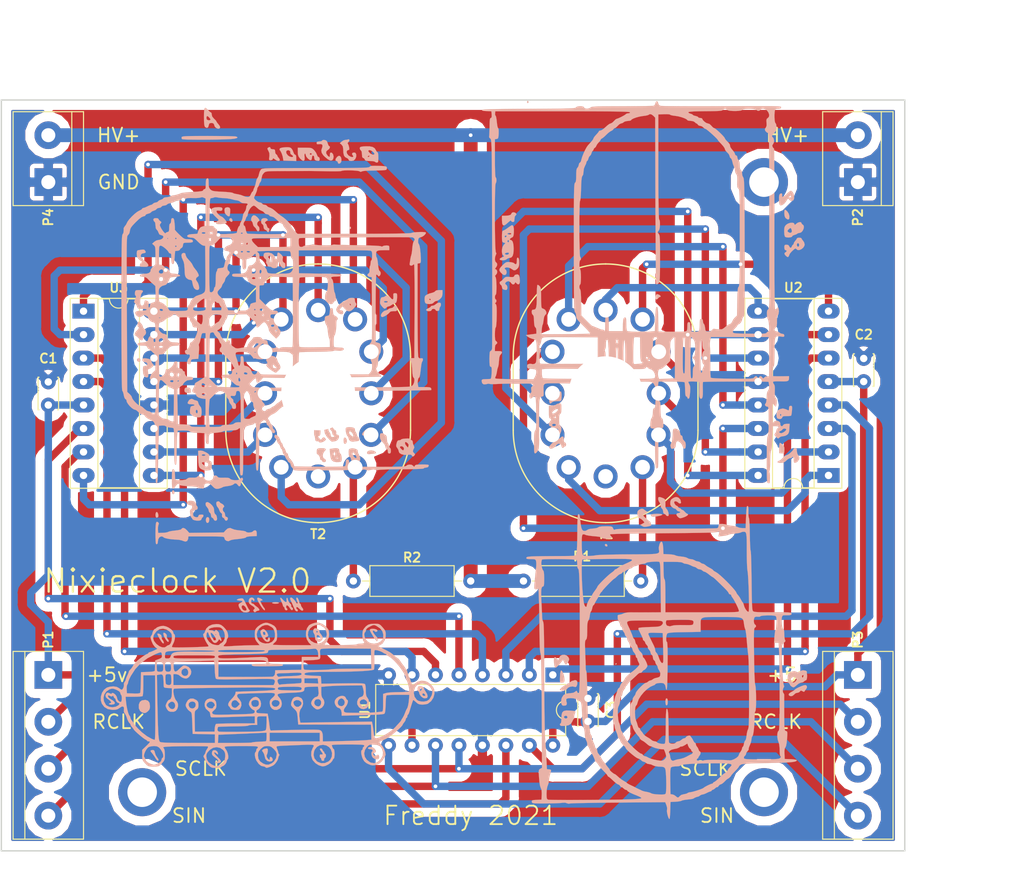
<source format=kicad_pcb>
(kicad_pcb (version 20171130) (host pcbnew 5.1.10)

  (general
    (thickness 1.6)
    (drawings 22)
    (tracks 301)
    (zones 0)
    (modules 18)
    (nets 40)
  )

  (page A4)
  (layers
    (0 F.Cu signal)
    (31 B.Cu signal)
    (32 B.Adhes user)
    (33 F.Adhes user)
    (34 B.Paste user)
    (35 F.Paste user)
    (36 B.SilkS user)
    (37 F.SilkS user)
    (38 B.Mask user)
    (39 F.Mask user)
    (40 Dwgs.User user)
    (41 Cmts.User user)
    (42 Eco1.User user)
    (43 Eco2.User user)
    (44 Edge.Cuts user)
    (45 Margin user)
    (46 B.CrtYd user)
    (47 F.CrtYd user)
    (48 B.Fab user)
    (49 F.Fab user)
  )

  (setup
    (last_trace_width 0.25)
    (user_trace_width 0.8)
    (user_trace_width 1.27)
    (user_trace_width 1.5)
    (trace_clearance 0.2)
    (zone_clearance 1)
    (zone_45_only no)
    (trace_min 0.2)
    (via_size 0.8)
    (via_drill 0.4)
    (via_min_size 0.4)
    (via_min_drill 0.3)
    (user_via 0.8 0.4)
    (uvia_size 0.3)
    (uvia_drill 0.1)
    (uvias_allowed no)
    (uvia_min_size 0.2)
    (uvia_min_drill 0.1)
    (edge_width 0.15)
    (segment_width 0.2)
    (pcb_text_width 0.3)
    (pcb_text_size 1.5 1.5)
    (mod_edge_width 0.15)
    (mod_text_size 1 1)
    (mod_text_width 0.15)
    (pad_size 5.2 5.2)
    (pad_drill 3.2)
    (pad_to_mask_clearance 0.2)
    (solder_mask_min_width 0.25)
    (aux_axis_origin 22.86 38.1)
    (visible_elements 7FFFFFFF)
    (pcbplotparams
      (layerselection 0x010f0_80000001)
      (usegerberextensions true)
      (usegerberattributes false)
      (usegerberadvancedattributes false)
      (creategerberjobfile false)
      (excludeedgelayer true)
      (linewidth 0.100000)
      (plotframeref false)
      (viasonmask false)
      (mode 1)
      (useauxorigin true)
      (hpglpennumber 1)
      (hpglpenspeed 20)
      (hpglpendiameter 15.000000)
      (psnegative false)
      (psa4output false)
      (plotreference true)
      (plotvalue true)
      (plotinvisibletext false)
      (padsonsilk false)
      (subtractmaskfromsilk true)
      (outputformat 1)
      (mirror false)
      (drillshape 0)
      (scaleselection 1)
      (outputdirectory "gerber/"))
  )

  (net 0 "")
  (net 1 GND)
  (net 2 +5V)
  (net 3 RCLK)
  (net 4 SCLK)
  (net 5 SerialIn)
  (net 6 HV)
  (net 7 SerialOut)
  (net 8 "Net-(R1-Pad2)")
  (net 9 "Net-(R2-Pad2)")
  (net 10 "Net-(T1-Pad12)")
  (net 11 "Net-(T1-Pad6)")
  (net 12 "Net-(T1-Pad9)")
  (net 13 "Net-(T1-Pad3)")
  (net 14 "Net-(T1-Pad4)")
  (net 15 "Net-(T1-Pad2)")
  (net 16 "Net-(T1-Pad10)")
  (net 17 "Net-(T1-Pad8)")
  (net 18 "Net-(T1-Pad5)")
  (net 19 "Net-(T1-Pad7)")
  (net 20 "Net-(T1-Pad11)")
  (net 21 "Net-(T2-Pad12)")
  (net 22 "Net-(T2-Pad6)")
  (net 23 "Net-(T2-Pad9)")
  (net 24 "Net-(T2-Pad3)")
  (net 25 "Net-(T2-Pad4)")
  (net 26 "Net-(T2-Pad2)")
  (net 27 "Net-(T2-Pad10)")
  (net 28 "Net-(T2-Pad8)")
  (net 29 "Net-(T2-Pad5)")
  (net 30 "Net-(T2-Pad7)")
  (net 31 "Net-(T2-Pad11)")
  (net 32 "Net-(U1-Pad1)")
  (net 33 "Net-(U1-Pad2)")
  (net 34 "Net-(U1-Pad3)")
  (net 35 "Net-(U1-Pad4)")
  (net 36 "Net-(U1-Pad5)")
  (net 37 "Net-(U1-Pad6)")
  (net 38 "Net-(U1-Pad7)")
  (net 39 "Net-(U1-Pad15)")

  (net_class Default "Dies ist die voreingestellte Netzklasse."
    (clearance 0.2)
    (trace_width 0.25)
    (via_dia 0.8)
    (via_drill 0.4)
    (uvia_dia 0.3)
    (uvia_drill 0.1)
    (add_net +5V)
    (add_net GND)
    (add_net HV)
    (add_net "Net-(R1-Pad2)")
    (add_net "Net-(R2-Pad2)")
    (add_net "Net-(T1-Pad10)")
    (add_net "Net-(T1-Pad11)")
    (add_net "Net-(T1-Pad12)")
    (add_net "Net-(T1-Pad2)")
    (add_net "Net-(T1-Pad3)")
    (add_net "Net-(T1-Pad4)")
    (add_net "Net-(T1-Pad5)")
    (add_net "Net-(T1-Pad6)")
    (add_net "Net-(T1-Pad7)")
    (add_net "Net-(T1-Pad8)")
    (add_net "Net-(T1-Pad9)")
    (add_net "Net-(T2-Pad10)")
    (add_net "Net-(T2-Pad11)")
    (add_net "Net-(T2-Pad12)")
    (add_net "Net-(T2-Pad2)")
    (add_net "Net-(T2-Pad3)")
    (add_net "Net-(T2-Pad4)")
    (add_net "Net-(T2-Pad5)")
    (add_net "Net-(T2-Pad6)")
    (add_net "Net-(T2-Pad7)")
    (add_net "Net-(T2-Pad8)")
    (add_net "Net-(T2-Pad9)")
    (add_net "Net-(U1-Pad1)")
    (add_net "Net-(U1-Pad15)")
    (add_net "Net-(U1-Pad2)")
    (add_net "Net-(U1-Pad3)")
    (add_net "Net-(U1-Pad4)")
    (add_net "Net-(U1-Pad5)")
    (add_net "Net-(U1-Pad6)")
    (add_net "Net-(U1-Pad7)")
    (add_net RCLK)
    (add_net SCLK)
    (add_net SerialIn)
    (add_net SerialOut)
  )

  (module art:back (layer B.Cu) (tedit 0) (tstamp 614A31C0)
    (at 72.39 77.47 180)
    (fp_text reference G*** (at 0 0) (layer B.SilkS) hide
      (effects (font (size 1.524 1.524) (thickness 0.3)) (justify mirror))
    )
    (fp_text value LOGO (at 0.75 0) (layer B.SilkS) hide
      (effects (font (size 1.524 1.524) (thickness 0.3)) (justify mirror))
    )
    (fp_poly (pts (xy -31.1785 -4.607259) (xy -31.152285 -4.710985) (xy -31.124745 -4.950978) (xy -31.098757 -5.294223)
      (xy -31.077194 -5.707708) (xy -31.072666 -5.822656) (xy -31.030333 -6.974573) (xy -30.670615 -6.969083)
      (xy -30.417234 -6.94351) (xy -30.226121 -6.886467) (xy -30.192548 -6.865371) (xy -30.049502 -6.806576)
      (xy -29.796375 -6.752353) (xy -29.536265 -6.719441) (xy -29.2437 -6.68328) (xy -29.018086 -6.636665)
      (xy -28.9179 -6.595534) (xy -28.788855 -6.54824) (xy -28.562526 -6.521536) (xy -28.4734 -6.519334)
      (xy -28.244728 -6.529338) (xy -28.138942 -6.576725) (xy -28.109974 -6.687557) (xy -28.109333 -6.725295)
      (xy -28.052505 -6.910105) (xy -27.961166 -6.975456) (xy -27.838603 -6.987522) (xy -27.571255 -6.998351)
      (xy -27.183668 -7.007472) (xy -26.70039 -7.01441) (xy -26.145966 -7.018695) (xy -25.654 -7.019895)
      (xy -24.242932 -7.02024) (xy -22.991652 -7.021012) (xy -21.890616 -7.022317) (xy -20.930278 -7.02426)
      (xy -20.101094 -7.026946) (xy -19.393518 -7.03048) (xy -18.798007 -7.034965) (xy -18.305014 -7.040509)
      (xy -17.904995 -7.047214) (xy -17.588406 -7.055187) (xy -17.345701 -7.064531) (xy -17.167336 -7.075353)
      (xy -17.043766 -7.087757) (xy -16.965445 -7.101847) (xy -16.926211 -7.115812) (xy -16.796054 -7.153716)
      (xy -16.712638 -7.06456) (xy -16.680629 -6.988407) (xy -16.631534 -6.883496) (xy -16.5571 -6.819779)
      (xy -16.419551 -6.787013) (xy -16.181111 -6.774954) (xy -15.887462 -6.773334) (xy -15.465219 -6.786145)
      (xy -15.198929 -6.825652) (xy -15.082749 -6.885775) (xy -14.94652 -6.953865) (xy -14.696987 -7.002683)
      (xy -14.511211 -7.017565) (xy -14.19988 -7.051549) (xy -13.974468 -7.11766) (xy -13.910782 -7.159123)
      (xy -13.732122 -7.2561) (xy -13.580857 -7.281334) (xy -13.431256 -7.242952) (xy -13.319005 -7.113742)
      (xy -13.235925 -6.872604) (xy -13.173838 -6.498436) (xy -13.137838 -6.138334) (xy -13.100367 -5.783489)
      (xy -13.056116 -5.57117) (xy -12.997809 -5.474571) (xy -12.954 -5.461) (xy -12.913924 -5.480789)
      (xy -12.882632 -5.552595) (xy -12.858853 -5.695075) (xy -12.841321 -5.926885) (xy -12.828767 -6.266682)
      (xy -12.819922 -6.733123) (xy -12.813518 -7.344866) (xy -12.811947 -7.550642) (xy -12.80267 -8.290274)
      (xy -12.786702 -8.895317) (xy -12.76446 -9.357086) (xy -12.736361 -9.666893) (xy -12.703135 -9.815476)
      (xy -12.65821 -9.881712) (xy -12.588079 -9.928949) (xy -12.466318 -9.960542) (xy -12.266505 -9.979843)
      (xy -11.962214 -9.990205) (xy -11.527024 -9.994982) (xy -11.278854 -9.996213) (xy -10.357331 -10.000402)
      (xy -9.590792 -10.005045) (xy -8.964886 -10.01081) (xy -8.465263 -10.018362) (xy -8.077575 -10.028369)
      (xy -7.78747 -10.041497) (xy -7.5806 -10.058412) (xy -7.442614 -10.079782) (xy -7.359162 -10.106273)
      (xy -7.315894 -10.138551) (xy -7.298462 -10.177284) (xy -7.297659 -10.181167) (xy -7.303521 -10.263772)
      (xy -7.385244 -10.308759) (xy -7.577928 -10.326875) (xy -7.781512 -10.329334) (xy -8.067763 -10.335102)
      (xy -8.228645 -10.363197) (xy -8.308011 -10.429804) (xy -8.346438 -10.537837) (xy -8.369588 -10.749155)
      (xy -8.3662 -11.03537) (xy -8.356897 -11.151671) (xy -8.330404 -11.408788) (xy -8.292493 -11.777542)
      (xy -8.249003 -12.201115) (xy -8.219762 -12.48621) (xy -8.184743 -12.872997) (xy -8.163524 -13.202417)
      (xy -8.158116 -13.435034) (xy -8.166723 -13.525456) (xy -8.276441 -13.597579) (xy -8.409674 -13.585114)
      (xy -8.610399 -13.534735) (xy -8.655936 -14.704868) (xy -8.669379 -15.126695) (xy -8.682466 -15.677425)
      (xy -8.694489 -16.316624) (xy -8.704737 -17.003862) (xy -8.712502 -17.698707) (xy -8.715733 -18.11178)
      (xy -8.724206 -18.905535) (xy -8.73862 -19.535824) (xy -8.759246 -20.008421) (xy -8.786358 -20.329099)
      (xy -8.820227 -20.503631) (xy -8.829597 -20.52478) (xy -8.850449 -20.611763) (xy -8.869135 -20.799976)
      (xy -8.885812 -21.09702) (xy -8.900637 -21.510491) (xy -8.913766 -22.047988) (xy -8.925356 -22.717109)
      (xy -8.935563 -23.525453) (xy -8.944545 -24.480618) (xy -8.952457 -25.590202) (xy -8.95921 -26.811294)
      (xy -8.989219 -32.921587) (xy -8.800743 -33.022457) (xy -8.71724 -33.075331) (xy -8.665655 -33.148326)
      (xy -8.641525 -33.275077) (xy -8.64039 -33.489219) (xy -8.657788 -33.824387) (xy -8.669645 -34.010826)
      (xy -8.713985 -34.499355) (xy -8.774265 -34.862816) (xy -8.8469 -35.080279) (xy -8.855102 -35.093799)
      (xy -8.937824 -35.318681) (xy -8.962379 -35.666634) (xy -8.957757 -35.826803) (xy -8.932333 -36.364334)
      (xy -8.397825 -36.389679) (xy -8.107641 -36.408158) (xy -7.950389 -36.438728) (xy -7.889694 -36.496543)
      (xy -7.889182 -36.596759) (xy -7.889825 -36.601346) (xy -7.903963 -36.667514) (xy -7.940361 -36.715673)
      (xy -8.022465 -36.748524) (xy -8.173722 -36.768773) (xy -8.417576 -36.779123) (xy -8.777475 -36.782277)
      (xy -9.276864 -36.780939) (xy -9.440333 -36.780151) (xy -9.948395 -36.774058) (xy -10.412383 -36.76182)
      (xy -10.799701 -36.744815) (xy -11.077756 -36.724421) (xy -11.203275 -36.705613) (xy -11.509048 -36.696075)
      (xy -11.642063 -36.745546) (xy -11.859411 -36.806254) (xy -11.995788 -36.787689) (xy -12.1062 -36.775405)
      (xy -12.370726 -36.762579) (xy -12.774151 -36.749513) (xy -13.301259 -36.736512) (xy -13.936834 -36.723877)
      (xy -14.665659 -36.711913) (xy -15.472518 -36.700922) (xy -16.342194 -36.691208) (xy -17.238373 -36.683237)
      (xy -22.32708 -36.643596) (xy -22.45675 -36.968702) (xy -22.532237 -37.246324) (xy -22.524071 -37.458407)
      (xy -22.52203 -37.464071) (xy -22.509498 -37.607238) (xy -22.536018 -37.816811) (xy -22.589189 -38.049989)
      (xy -22.656613 -38.263969) (xy -22.725892 -38.415951) (xy -22.784625 -38.463133) (xy -22.804355 -38.438667)
      (xy -22.829097 -38.30323) (xy -22.852699 -38.041842) (xy -22.871798 -37.697869) (xy -22.879828 -37.465)
      (xy -22.902333 -36.618334) (xy -23.44942 -36.592662) (xy -23.748688 -36.567075) (xy -23.984952 -36.525902)
      (xy -24.096891 -36.483678) (xy -24.227978 -36.434897) (xy -24.474406 -36.38758) (xy -24.777471 -36.352493)
      (xy -25.073789 -36.319777) (xy -25.296969 -36.279667) (xy -25.399519 -36.240742) (xy -25.4 -36.240055)
      (xy -25.467377 -36.195) (xy -19.754298 -36.195) (xy -19.680824 -36.235071) (xy -19.461169 -36.272431)
      (xy -19.118484 -36.304011) (xy -18.796 -36.322) (xy -18.419607 -36.335155) (xy -17.927807 -36.347398)
      (xy -17.339776 -36.35863) (xy -16.674693 -36.368751) (xy -15.951733 -36.377661) (xy -15.190072 -36.385263)
      (xy -14.408888 -36.391456) (xy -13.627358 -36.396141) (xy -12.864657 -36.399219) (xy -12.139963 -36.400591)
      (xy -11.472451 -36.400157) (xy -10.8813 -36.397818) (xy -10.385685 -36.393475) (xy -10.004783 -36.387029)
      (xy -9.757771 -36.37838) (xy -9.667501 -36.369253) (xy -9.570942 -36.322643) (xy -9.51539 -36.232869)
      (xy -9.489824 -36.060054) (xy -9.483221 -35.764323) (xy -9.483188 -35.702461) (xy -9.50509 -35.289325)
      (xy -9.565161 -34.968289) (xy -9.610188 -34.851822) (xy -9.703826 -34.582246) (xy -9.736666 -34.336112)
      (xy -9.762011 -34.088766) (xy -9.82605 -33.780145) (xy -9.86275 -33.64729) (xy -9.946563 -33.363538)
      (xy -9.975594 -33.203472) (xy -9.942541 -33.128235) (xy -9.840099 -33.098972) (xy -9.757833 -33.089124)
      (xy -9.525 -33.062334) (xy -9.467169 -31.877) (xy -9.43811 -31.342408) (xy -9.402098 -30.770266)
      (xy -9.363775 -30.230177) (xy -9.328779 -29.802667) (xy -9.314871 -29.56608) (xy -9.301333 -29.176724)
      (xy -9.288396 -28.651162) (xy -9.276291 -28.005959) (xy -9.265251 -27.257678) (xy -9.255504 -26.422883)
      (xy -9.247283 -25.518139) (xy -9.240819 -24.560009) (xy -9.236342 -23.565056) (xy -9.23496 -23.076145)
      (xy -9.231487 -21.867736) (xy -9.226817 -20.81965) (xy -9.220777 -19.922879) (xy -9.213192 -19.168416)
      (xy -9.203886 -18.547253) (xy -9.192686 -18.050384) (xy -9.179417 -17.668799) (xy -9.163903 -17.393493)
      (xy -9.145971 -17.215457) (xy -9.125445 -17.125683) (xy -9.11935 -17.115306) (xy -9.051835 -16.954911)
      (xy -9.012281 -16.711121) (xy -9.009071 -16.645161) (xy -9.001824 -16.436923) (xy -8.987291 -16.100122)
      (xy -8.967335 -15.675279) (xy -8.943819 -15.202916) (xy -8.934162 -15.01605) (xy -8.907755 -14.411945)
      (xy -8.901293 -13.958366) (xy -8.916525 -13.637487) (xy -8.955201 -13.431483) (xy -9.019069 -13.322527)
      (xy -9.10328 -13.292667) (xy -9.162092 -13.263422) (xy -9.199767 -13.15726) (xy -9.220434 -12.946542)
      (xy -9.22822 -12.603627) (xy -9.228666 -12.453056) (xy -9.219885 -12.046152) (xy -9.195091 -11.75458)
      (xy -9.156611 -11.600996) (xy -9.139412 -11.583693) (xy -9.063417 -11.484588) (xy -8.991912 -11.276371)
      (xy -8.938583 -11.019016) (xy -8.917118 -10.772495) (xy -8.926185 -10.649372) (xy -8.95717 -10.471069)
      (xy -8.968375 -10.392834) (xy -9.050985 -10.366877) (xy -9.273451 -10.347369) (xy -9.606431 -10.334033)
      (xy -10.020582 -10.326589) (xy -10.486561 -10.32476) (xy -10.975024 -10.328266) (xy -11.45663 -10.336829)
      (xy -11.902034 -10.35017) (xy -12.281893 -10.368012) (xy -12.566866 -10.390075) (xy -12.727609 -10.416081)
      (xy -12.751443 -10.42874) (xy -12.786317 -10.568134) (xy -12.803672 -10.806044) (xy -12.803735 -10.929586)
      (xy -12.82116 -11.217746) (xy -12.886886 -11.363159) (xy -12.904636 -11.373253) (xy -12.934644 -11.414199)
      (xy -12.961251 -11.518383) (xy -12.984638 -11.694401) (xy -13.004984 -11.950846) (xy -13.02247 -12.296313)
      (xy -13.037274 -12.739396) (xy -13.049577 -13.288689) (xy -13.059557 -13.952787) (xy -13.067397 -14.740283)
      (xy -13.073273 -15.659772) (xy -13.077368 -16.719848) (xy -13.07986 -17.929106) (xy -13.080929 -19.296139)
      (xy -13.081 -19.804967) (xy -13.080418 -20.903602) (xy -13.078297 -21.843295) (xy -13.074077 -22.634438)
      (xy -13.067196 -23.287419) (xy -13.057093 -23.812628) (xy -13.043206 -24.220456) (xy -13.024974 -24.521291)
      (xy -13.001836 -24.725524) (xy -12.97323 -24.843545) (xy -12.938596 -24.885742) (xy -12.897371 -24.862506)
      (xy -12.848994 -24.784227) (xy -12.81578 -24.713992) (xy -12.746245 -24.58857) (xy -12.67023 -24.600917)
      (xy -12.581615 -24.683814) (xy -12.385141 -24.793982) (xy -12.064731 -24.840601) (xy -11.980689 -24.843043)
      (xy -11.587679 -24.894672) (xy -11.316986 -25.047347) (xy -11.143819 -25.318246) (xy -11.098886 -25.45411)
      (xy -11.059451 -25.73581) (xy -11.089833 -25.983099) (xy -11.178225 -26.149778) (xy -11.287925 -26.19375)
      (xy -11.494113 -26.177718) (xy -11.557 -26.172584) (xy -11.653014 -26.095217) (xy -11.681562 -25.931592)
      (xy -11.639022 -25.752287) (xy -11.582717 -25.671251) (xy -11.534812 -25.568584) (xy -11.632558 -25.459481)
      (xy -11.636986 -25.456226) (xy -11.817559 -25.394358) (xy -12.084419 -25.375287) (xy -12.372339 -25.395028)
      (xy -12.616094 -25.449599) (xy -12.742658 -25.52375) (xy -12.889365 -25.634162) (xy -13.013494 -25.688344)
      (xy -13.107836 -25.726512) (xy -13.177622 -25.788849) (xy -13.228132 -25.900303) (xy -13.264647 -26.085822)
      (xy -13.292449 -26.370353) (xy -13.316818 -26.778844) (xy -13.337785 -27.220334) (xy -13.370415 -27.762789)
      (xy -13.412583 -28.184796) (xy -13.462132 -28.46856) (xy -13.50256 -28.57952) (xy -13.565399 -28.759495)
      (xy -13.608189 -29.035834) (xy -13.619211 -29.238021) (xy -13.648693 -29.583312) (xy -13.720151 -29.844668)
      (xy -13.755167 -29.908506) (xy -13.855915 -30.139025) (xy -13.885333 -30.329506) (xy -13.906391 -30.499605)
      (xy -13.952991 -30.564667) (xy -14.021384 -30.636421) (xy -14.108795 -30.815263) (xy -14.134257 -30.882167)
      (xy -14.218629 -31.094388) (xy -14.287299 -31.227705) (xy -14.29951 -31.242) (xy -14.374238 -31.350239)
      (xy -14.483089 -31.555805) (xy -14.597795 -31.798602) (xy -14.69009 -32.018538) (xy -14.731705 -32.155517)
      (xy -14.732 -32.16144) (xy -14.785204 -32.253037) (xy -14.809761 -32.258) (xy -14.897508 -32.323957)
      (xy -15.026875 -32.489995) (xy -15.08218 -32.5755) (xy -15.250622 -32.808649) (xy -15.48663 -33.08588)
      (xy -15.681752 -33.28967) (xy -15.887558 -33.503885) (xy -16.033336 -33.679671) (xy -16.086666 -33.776503)
      (xy -16.141839 -33.863181) (xy -16.162757 -33.866667) (xy -16.256765 -33.922002) (xy -16.432665 -34.06763)
      (xy -16.653745 -34.272984) (xy -16.671184 -34.29) (xy -16.901761 -34.499767) (xy -17.099394 -34.651195)
      (xy -17.223184 -34.713141) (xy -17.227115 -34.713334) (xy -17.361032 -34.780585) (xy -17.442602 -34.885038)
      (xy -17.537673 -35.002964) (xy -17.599812 -35.016375) (xy -17.696473 -35.041991) (xy -17.806402 -35.141004)
      (xy -17.961258 -35.267814) (xy -18.075504 -35.306) (xy -18.18885 -35.340818) (xy -18.203333 -35.37059)
      (xy -18.281956 -35.464579) (xy -18.507713 -35.599004) (xy -18.865435 -35.766013) (xy -19.330965 -35.954319)
      (xy -19.565631 -36.058125) (xy -19.720442 -36.153317) (xy -19.754298 -36.195) (xy -25.467377 -36.195)
      (xy -25.503212 -36.171038) (xy -25.688071 -36.09259) (xy -25.87228 -36.03767) (xy -25.924933 -36.029829)
      (xy -26.02911 -35.973321) (xy -26.090033 -35.919834) (xy -26.264145 -35.826542) (xy -26.348573 -35.814)
      (xy -26.517525 -35.775349) (xy -26.749715 -35.679131) (xy -26.81722 -35.644667) (xy -27.039278 -35.538434)
      (xy -27.208722 -35.479535) (xy -27.240246 -35.475334) (xy -27.339492 -35.422385) (xy -27.347333 -35.390667)
      (xy -27.414903 -35.31336) (xy -27.461211 -35.306) (xy -27.599763 -35.247979) (xy -27.726526 -35.138663)
      (xy -27.860949 -35.029098) (xy -27.947067 -35.014035) (xy -28.03425 -34.98396) (xy -28.108064 -34.885038)
      (xy -28.23418 -34.748765) (xy -28.335148 -34.713334) (xy -28.469974 -34.655317) (xy -28.65711 -34.508296)
      (xy -28.749817 -34.417) (xy -28.922086 -34.243812) (xy -29.045451 -34.137087) (xy -29.076346 -34.120667)
      (xy -29.178114 -34.067836) (xy -29.319927 -33.949583) (xy -29.435037 -33.826267) (xy -29.464 -33.770116)
      (xy -29.519799 -33.685463) (xy -29.666548 -33.518418) (xy -29.873278 -33.304099) (xy -29.887333 -33.290085)
      (xy -30.097552 -33.068789) (xy -30.249072 -32.886055) (xy -30.310521 -32.779881) (xy -30.310666 -32.777327)
      (xy -30.378554 -32.678086) (xy -30.452505 -32.627994) (xy -29.50816 -32.627994) (xy -29.453906 -32.728568)
      (xy -29.335943 -32.85166) (xy -29.193154 -33.004437) (xy -29.126063 -33.112912) (xy -29.125333 -33.119425)
      (xy -29.068019 -33.228943) (xy -28.937787 -33.375141) (xy -28.797207 -33.494448) (xy -28.723166 -33.528043)
      (xy -28.637017 -33.583784) (xy -28.466196 -33.731385) (xy -28.24426 -33.941483) (xy -28.194 -33.991094)
      (xy -27.959264 -34.212012) (xy -27.76074 -34.376381) (xy -27.635261 -34.45419) (xy -27.6225 -34.456718)
      (xy -27.524054 -34.512819) (xy -27.516666 -34.544) (xy -27.450766 -34.624266) (xy -27.420107 -34.628667)
      (xy -27.28221 -34.666401) (xy -27.060337 -34.760052) (xy -26.814368 -34.88029) (xy -26.604184 -34.997786)
      (xy -26.489667 -35.083213) (xy -26.488264 -35.085071) (xy -26.379824 -35.150835) (xy -26.155495 -35.242663)
      (xy -25.8635 -35.344903) (xy -25.552066 -35.441905) (xy -25.269417 -35.518018) (xy -25.063778 -35.557592)
      (xy -25.02485 -35.56) (xy -24.833534 -35.600281) (xy -24.748135 -35.653065) (xy -24.606749 -35.722448)
      (xy -24.380185 -35.772089) (xy -24.339345 -35.776726) (xy -24.055192 -35.855124) (xy -23.902676 -35.979994)
      (xy -23.763438 -36.126663) (xy -23.628487 -36.121511) (xy -23.477131 -35.991384) (xy -23.276317 -35.853138)
      (xy -23.114 -35.800884) (xy -22.902333 -35.771667) (xy -22.8843 -34.699667) (xy -22.439863 -34.699667)
      (xy -22.435675 -35.101015) (xy -22.420633 -35.43035) (xy -22.393902 -35.647465) (xy -22.382632 -35.686963)
      (xy -22.329024 -35.757615) (xy -22.212384 -35.79735) (xy -21.99769 -35.811815) (xy -21.64992 -35.806654)
      (xy -21.641799 -35.806403) (xy -21.30376 -35.784375) (xy -21.022531 -35.745102) (xy -20.848334 -35.69615)
      (xy -20.828 -35.683775) (xy -20.66711 -35.607874) (xy -20.420424 -35.541933) (xy -20.337469 -35.527334)
      (xy -20.075753 -35.475887) (xy -19.868646 -35.415227) (xy -19.829469 -35.398185) (xy -19.639207 -35.3064)
      (xy -19.473333 -35.231058) (xy -19.264084 -35.131913) (xy -19.134666 -35.062637) (xy -18.986054 -34.984456)
      (xy -18.750363 -34.86994) (xy -18.611589 -34.805124) (xy -18.381038 -34.690415) (xy -18.225097 -34.59661)
      (xy -18.188256 -34.562268) (xy -18.101563 -34.488361) (xy -17.920401 -34.380556) (xy -17.864666 -34.35149)
      (xy -17.617684 -34.197637) (xy -17.347951 -33.988834) (xy -17.256485 -33.90699) (xy -17.068708 -33.738556)
      (xy -16.93206 -33.632048) (xy -16.893223 -33.612667) (xy -16.781922 -33.56303) (xy -16.615601 -33.445428)
      (xy -16.452537 -33.306825) (xy -16.351003 -33.194184) (xy -16.340666 -33.167364) (xy -16.288497 -33.047971)
      (xy -16.234833 -32.981001) (xy -16.112006 -32.835017) (xy -15.962779 -32.637911) (xy -15.959666 -32.633582)
      (xy -15.801384 -32.427278) (xy -15.660161 -32.264366) (xy -15.541581 -32.105412) (xy -15.403986 -31.870882)
      (xy -15.363828 -31.792334) (xy -15.238986 -31.569447) (xy -15.123806 -31.413904) (xy -15.091833 -31.38596)
      (xy -15.009989 -31.25632) (xy -14.986 -31.108136) (xy -14.940308 -30.929509) (xy -14.859 -30.849285)
      (xy -14.747835 -30.732888) (xy -14.732 -30.658177) (xy -14.69503 -30.497122) (xy -14.6025 -30.265802)
      (xy -14.562666 -30.183667) (xy -14.455199 -29.920497) (xy -14.396835 -29.675661) (xy -14.393333 -29.622487)
      (xy -14.359815 -29.442074) (xy -14.291133 -29.359378) (xy -14.229941 -29.256845) (xy -14.18189 -29.009573)
      (xy -14.154706 -28.696156) (xy -14.125555 -28.373074) (xy -14.080667 -28.108598) (xy -14.029246 -27.955424)
      (xy -14.024073 -27.948225) (xy -13.992031 -27.833881) (xy -13.96456 -27.572492) (xy -13.941448 -27.15938)
      (xy -13.92248 -26.589868) (xy -13.907444 -25.859276) (xy -13.898549 -25.196558) (xy -13.88864 -24.523507)
      (xy -13.874867 -23.912284) (xy -13.858033 -23.38294) (xy -13.838938 -22.955524) (xy -13.818382 -22.650087)
      (xy -13.797168 -22.486677) (xy -13.789485 -22.466432) (xy -13.737077 -22.31948) (xy -13.71978 -22.096984)
      (xy -13.720144 -22.085432) (xy -13.720101 -21.902412) (xy -13.712903 -21.58783) (xy -13.699688 -21.179254)
      (xy -13.681593 -20.714253) (xy -13.6717 -20.486287) (xy -13.650872 -19.978943) (xy -13.642086 -19.614168)
      (xy -13.646773 -19.365531) (xy -13.666362 -19.206602) (xy -13.702283 -19.11095) (xy -13.748991 -19.057754)
      (xy -13.812005 -18.973075) (xy -13.852896 -18.823632) (xy -13.875768 -18.578477) (xy -13.884724 -18.20666)
      (xy -13.885333 -18.029681) (xy -13.892758 -17.570156) (xy -13.916719 -17.257042) (xy -13.959751 -17.067996)
      (xy -14.002306 -16.997789) (xy -14.080234 -16.847057) (xy -14.14247 -16.600681) (xy -14.159788 -16.474896)
      (xy -14.199839 -16.22566) (xy -14.255601 -16.053026) (xy -14.284603 -16.014321) (xy -14.353692 -15.901634)
      (xy -14.417042 -15.692861) (xy -14.42729 -15.642167) (xy -14.481317 -15.438644) (xy -14.542463 -15.330173)
      (xy -14.556628 -15.324667) (xy -14.639089 -15.255782) (xy -14.676179 -15.1765) (xy -14.750088 -15.017463)
      (xy -14.879607 -14.789747) (xy -14.941945 -14.689667) (xy -15.09873 -14.428917) (xy -15.229981 -14.183538)
      (xy -15.260453 -14.118167) (xy -15.351885 -13.953112) (xy -15.427895 -13.885334) (xy -15.492988 -13.821387)
      (xy -15.494 -13.80789) (xy -15.54999 -13.721435) (xy -15.697837 -13.549081) (xy -15.907351 -13.32185)
      (xy -16.148346 -13.070762) (xy -16.390632 -12.826838) (xy -16.604021 -12.621098) (xy -16.758327 -12.484563)
      (xy -16.819335 -12.446) (xy -16.905806 -12.390292) (xy -17.057619 -12.250939) (xy -17.115403 -12.192)
      (xy -17.297869 -12.031577) (xy -17.454531 -11.943684) (xy -17.48706 -11.938) (xy -17.627668 -11.869515)
      (xy -17.664715 -11.811) (xy -17.780177 -11.703917) (xy -17.873725 -11.684) (xy -18.00677 -11.655971)
      (xy -18.03466 -11.6205) (xy -18.104653 -11.544011) (xy -18.268068 -11.450285) (xy -18.456833 -11.373001)
      (xy -18.590846 -11.345334) (xy -18.723975 -11.286319) (xy -18.796 -11.218334) (xy -18.957813 -11.109896)
      (xy -19.050689 -11.091334) (xy -19.230085 -11.053298) (xy -19.442489 -10.964855) (xy -19.709813 -10.871181)
      (xy -19.953111 -10.837855) (xy -20.147745 -10.812051) (xy -20.250048 -10.750345) (xy -20.251294 -10.747117)
      (xy -20.34311 -10.701476) (xy -20.555217 -10.65938) (xy -20.838578 -10.625163) (xy -21.144152 -10.603162)
      (xy -21.422901 -10.597709) (xy -21.625786 -10.613141) (xy -21.663792 -10.622256) (xy -21.702364 -10.649192)
      (xy -21.733619 -10.714373) (xy -21.758604 -10.834938) (xy -21.778368 -11.028026) (xy -21.793958 -11.310776)
      (xy -21.806422 -11.700325) (xy -21.816808 -12.213815) (xy -21.826165 -12.868383) (xy -21.832176 -13.376362)
      (xy -21.862685 -16.086667) (xy -20.435176 -16.093601) (xy -19.919737 -16.095236) (xy -19.426151 -16.095236)
      (xy -18.995448 -16.093714) (xy -18.668661 -16.09078) (xy -18.540507 -16.088415) (xy -18.17161 -16.109762)
      (xy -17.87154 -16.184692) (xy -17.82084 -16.207959) (xy -17.585136 -16.301521) (xy -17.377833 -16.340145)
      (xy -17.225145 -16.380725) (xy -17.177961 -16.4465) (xy -17.189751 -16.777689) (xy -17.275486 -17.042755)
      (xy -17.322162 -17.109334) (xy -17.4226 -17.302987) (xy -17.441333 -17.417775) (xy -17.49568 -17.581768)
      (xy -17.568333 -17.641285) (xy -17.666779 -17.754534) (xy -17.695333 -17.893976) (xy -17.745241 -18.097197)
      (xy -17.822333 -18.203334) (xy -17.931078 -18.371979) (xy -17.949333 -18.470358) (xy -18.007805 -18.628697)
      (xy -18.076333 -18.680716) (xy -18.176116 -18.794323) (xy -18.203333 -18.926011) (xy -18.256429 -19.138711)
      (xy -18.330333 -19.249572) (xy -18.43567 -19.413862) (xy -18.457333 -19.509619) (xy -18.513582 -19.664686)
      (xy -18.626666 -19.812) (xy -18.753127 -19.991065) (xy -18.796 -20.137545) (xy -18.855456 -20.309972)
      (xy -18.965333 -20.447) (xy -19.095118 -20.635829) (xy -19.134666 -20.798789) (xy -19.165385 -20.951513)
      (xy -19.219333 -20.997334) (xy -19.293142 -21.066449) (xy -19.304 -21.132437) (xy -19.345284 -21.298399)
      (xy -19.442237 -21.501558) (xy -19.521359 -21.655628) (xy -19.518983 -21.771039) (xy -19.421495 -21.913321)
      (xy -19.336404 -22.010984) (xy -19.111466 -22.231649) (xy -18.83469 -22.460598) (xy -18.731546 -22.535587)
      (xy -18.457319 -22.743875) (xy -18.212744 -22.962593) (xy -18.032409 -23.157578) (xy -17.950898 -23.294668)
      (xy -17.949333 -23.308227) (xy -17.896117 -23.407142) (xy -17.762307 -23.574296) (xy -17.695725 -23.647759)
      (xy -17.538329 -23.84833) (xy -17.449207 -24.025179) (xy -17.441725 -24.069157) (xy -17.381623 -24.221737)
      (xy -17.319507 -24.26673) (xy -17.217495 -24.375708) (xy -17.140551 -24.573684) (xy -17.139408 -24.578794)
      (xy -17.075811 -24.808973) (xy -17.009973 -24.973888) (xy -16.922756 -25.204035) (xy -16.843997 -25.541917)
      (xy -16.776267 -25.954323) (xy -16.722137 -26.40804) (xy -16.684178 -26.869857) (xy -16.66496 -27.306563)
      (xy -16.667054 -27.684945) (xy -16.693031 -27.971792) (xy -16.745461 -28.133893) (xy -16.764 -28.151667)
      (xy -16.828145 -28.267285) (xy -16.851539 -28.43183) (xy -16.890486 -28.652818) (xy -16.983971 -28.923042)
      (xy -17.018 -28.998334) (xy -17.120981 -29.250371) (xy -17.179584 -29.468749) (xy -17.18446 -29.518442)
      (xy -17.239379 -29.685433) (xy -17.314333 -29.748618) (xy -17.426955 -29.861227) (xy -17.441333 -29.926042)
      (xy -17.506165 -30.108543) (xy -17.681385 -30.346519) (xy -17.885833 -30.553246) (xy -18.001907 -30.684859)
      (xy -18.034 -30.757589) (xy -18.097347 -30.868653) (xy -18.263772 -31.047431) (xy -18.497848 -31.264216)
      (xy -18.764151 -31.489301) (xy -19.027256 -31.69298) (xy -19.251736 -31.845545) (xy -19.402166 -31.91729)
      (xy -19.419382 -31.919334) (xy -19.577921 -31.979502) (xy -19.704645 -32.088667) (xy -19.865054 -32.217854)
      (xy -19.989783 -32.258) (xy -20.159582 -32.318718) (xy -20.235333 -32.385) (xy -20.395969 -32.482012)
      (xy -20.565528 -32.512) (xy -20.812007 -32.561741) (xy -20.978835 -32.64404) (xy -21.19051 -32.728201)
      (xy -21.514532 -32.781215) (xy -21.693816 -32.792206) (xy -21.990965 -32.808784) (xy -22.166739 -32.8471)
      (xy -22.269035 -32.924379) (xy -22.327227 -33.02) (xy -22.36478 -33.178299) (xy -22.395655 -33.465622)
      (xy -22.419018 -33.841763) (xy -22.434032 -34.266514) (xy -22.439863 -34.699667) (xy -22.8843 -34.699667)
      (xy -22.879022 -34.385926) (xy -22.874373 -33.777374) (xy -22.88394 -33.330269) (xy -22.908082 -33.037296)
      (xy -22.947159 -32.891137) (xy -22.952889 -32.883093) (xy -23.108578 -32.805619) (xy -23.393512 -32.768218)
      (xy -23.498311 -32.766) (xy -23.77587 -32.748259) (xy -23.946606 -32.700608) (xy -23.979376 -32.667539)
      (xy -24.082093 -32.610776) (xy -24.34309 -32.560518) (xy -24.751415 -32.517483) (xy -25.296114 -32.482389)
      (xy -25.966232 -32.455955) (xy -26.750816 -32.438898) (xy -27.5698 -32.432092) (xy -28.233286 -32.433073)
      (xy -28.741691 -32.442229) (xy -29.109198 -32.462929) (xy -29.349989 -32.498544) (xy -29.478249 -32.552443)
      (xy -29.50816 -32.627994) (xy -30.452505 -32.627994) (xy -30.541958 -32.567402) (xy -30.5435 -32.566611)
      (xy -30.652414 -32.530545) (xy -30.83622 -32.500207) (xy -31.110613 -32.474711) (xy -31.491285 -32.453174)
      (xy -31.993932 -32.434711) (xy -32.634247 -32.418439) (xy -33.427926 -32.403472) (xy -33.443333 -32.403215)
      (xy -34.278287 -32.387035) (xy -34.958099 -32.368054) (xy -35.496958 -32.344871) (xy -35.909048 -32.316089)
      (xy -36.208558 -32.280308) (xy -36.409673 -32.236129) (xy -36.52658 -32.182154) (xy -36.573465 -32.116984)
      (xy -36.576 -32.094324) (xy -36.498123 -32.052194) (xy -36.291635 -32.015151) (xy -35.99725 -31.989892)
      (xy -35.919833 -31.986395) (xy -35.263666 -31.961667) (xy -35.254591 -31.7562) (xy -34.857745 -31.7562)
      (xy -34.755666 -31.864592) (xy -34.675175 -31.909776) (xy -34.548432 -31.943936) (xy -34.353495 -31.968562)
      (xy -34.06842 -31.985143) (xy -33.671264 -31.99517) (xy -33.140085 -32.000133) (xy -32.742176 -32.001307)
      (xy -32.13112 -32.000959) (xy -31.668413 -31.996897) (xy -31.333084 -31.987633) (xy -31.104163 -31.971676)
      (xy -30.96068 -31.947537) (xy -30.881663 -31.913725) (xy -30.846143 -31.868749) (xy -30.845262 -31.866519)
      (xy -30.86314 -31.712433) (xy -30.932586 -31.650646) (xy -31.051961 -31.511123) (xy -31.072666 -31.420249)
      (xy -31.131984 -31.250707) (xy -31.240003 -31.116807) (xy -31.349271 -30.98188) (xy -31.363702 -30.894761)
      (xy -31.371648 -30.782944) (xy -31.44167 -30.580311) (xy -31.492698 -30.46684) (xy -31.600205 -30.185182)
      (xy -31.660568 -29.912268) (xy -31.665333 -29.839464) (xy -31.699986 -29.61965) (xy -31.782822 -29.471894)
      (xy -31.83567 -29.348925) (xy -31.886362 -29.089966) (xy -31.931669 -28.728359) (xy -31.968362 -28.297442)
      (xy -31.993212 -27.830557) (xy -32.002989 -27.361043) (xy -32.002297 -27.205977) (xy -32.019551 -26.97326)
      (xy -32.067738 -26.819378) (xy -32.08823 -26.79727) (xy -32.120943 -26.69553) (xy -32.144829 -26.459493)
      (xy -32.160121 -26.123953) (xy -32.165226 -25.82914) (xy -31.402777 -25.82914) (xy -31.401358 -26.588769)
      (xy -31.397134 -27.20732) (xy -31.389702 -27.698916) (xy -31.378661 -28.07768) (xy -31.363608 -28.357734)
      (xy -31.344142 -28.553199) (xy -31.319862 -28.678198) (xy -31.292868 -28.74319) (xy -31.221521 -28.92386)
      (xy -31.160176 -29.202534) (xy -31.131765 -29.42288) (xy -31.093687 -29.695273) (xy -31.040483 -29.88971)
      (xy -30.995085 -29.955527) (xy -30.924354 -30.051278) (xy -30.86238 -30.25144) (xy -30.850044 -30.317767)
      (xy -30.799979 -30.526821) (xy -30.740128 -30.641711) (xy -30.723179 -30.649334) (xy -30.661766 -30.719824)
      (xy -30.649333 -30.807249) (xy -30.598921 -30.983486) (xy -30.48 -31.180437) (xy -30.361706 -31.357287)
      (xy -30.310711 -31.485997) (xy -30.310666 -31.488188) (xy -30.235461 -31.661018) (xy -30.042321 -31.837403)
      (xy -29.779958 -31.990855) (xy -29.497084 -32.09489) (xy -29.242412 -32.123021) (xy -29.167666 -32.109658)
      (xy -29.024461 -32.091286) (xy -28.747672 -32.074978) (xy -28.37305 -32.062195) (xy -27.936342 -32.054397)
      (xy -27.783795 -32.053161) (xy -27.348193 -32.054921) (xy -26.976195 -32.064399) (xy -26.699029 -32.080184)
      (xy -26.547918 -32.100863) (xy -26.529965 -32.109834) (xy -26.428826 -32.148297) (xy -26.21995 -32.17086)
      (xy -26.11467 -32.173334) (xy -25.865364 -32.156281) (xy -25.752919 -32.098447) (xy -25.738666 -32.046334)
      (xy -25.784384 -31.933662) (xy -25.823333 -31.919334) (xy -25.904575 -31.854115) (xy -25.908 -31.828619)
      (xy -25.962463 -31.699804) (xy -26.035 -31.610905) (xy -26.127948 -31.459775) (xy -26.160263 -31.292776)
      (xy -26.135675 -31.210193) (xy -25.310817 -31.210193) (xy -25.297033 -31.322131) (xy -25.20503 -31.423183)
      (xy -25.167166 -31.440073) (xy -25.007208 -31.511462) (xy -24.775434 -31.635389) (xy -24.668666 -31.697335)
      (xy -24.3553 -31.84227) (xy -24.002892 -31.948015) (xy -23.906666 -31.965588) (xy -23.637399 -32.014946)
      (xy -23.426657 -32.071876) (xy -23.368 -32.096626) (xy -23.151154 -32.165814) (xy -22.995818 -32.083103)
      (xy -22.947645 -32.009566) (xy -22.875679 -31.788772) (xy -22.868759 -31.725535) (xy -22.435381 -31.725535)
      (xy -22.379409 -31.851837) (xy -22.246166 -32.006865) (xy -22.124545 -32.098218) (xy -21.979421 -32.144238)
      (xy -21.77577 -32.145105) (xy -21.478565 -32.100995) (xy -21.056465 -32.012903) (xy -20.773636 -31.932277)
      (xy -20.534355 -31.833966) (xy -20.466126 -31.794075) (xy -20.268183 -31.694698) (xy -20.12917 -31.665334)
      (xy -19.974533 -31.603857) (xy -19.927284 -31.538334) (xy -19.830279 -31.425988) (xy -19.777829 -31.411334)
      (xy -19.629826 -31.351457) (xy -19.401607 -31.190658) (xy -19.122451 -30.957185) (xy -18.821639 -30.679285)
      (xy -18.528447 -30.385205) (xy -18.272157 -30.103191) (xy -18.082046 -29.861493) (xy -17.987394 -29.688356)
      (xy -17.985807 -29.682466) (xy -17.922642 -29.520874) (xy -17.862215 -29.464) (xy -17.798106 -29.391094)
      (xy -17.738821 -29.21519) (xy -17.737666 -29.21) (xy -17.677744 -29.032298) (xy -17.610593 -28.956051)
      (xy -17.609127 -28.956) (xy -17.55585 -28.88039) (xy -17.501768 -28.687952) (xy -17.478174 -28.553834)
      (xy -17.425255 -28.290649) (xy -17.358667 -28.089647) (xy -17.329368 -28.038301) (xy -17.284778 -27.906438)
      (xy -17.243211 -27.651262) (xy -17.211381 -27.318755) (xy -17.202734 -27.171348) (xy -17.19143 -26.768597)
      (xy -17.206089 -26.494341) (xy -17.250704 -26.309174) (xy -17.299616 -26.214913) (xy -17.385728 -26.005203)
      (xy -17.443627 -25.7203) (xy -17.453212 -25.612461) (xy -17.488802 -25.350956) (xy -17.555303 -25.192921)
      (xy -17.584615 -25.17037) (xy -17.664554 -25.063796) (xy -17.695333 -24.882942) (xy -17.753753 -24.639819)
      (xy -17.864666 -24.468667) (xy -17.990252 -24.301045) (xy -18.034 -24.172334) (xy -18.079717 -24.059662)
      (xy -18.118666 -24.045334) (xy -18.199198 -23.978234) (xy -18.206126 -23.9395) (xy -18.267085 -23.835582)
      (xy -18.425523 -23.658415) (xy -18.649171 -23.443562) (xy -18.68629 -23.410334) (xy -18.950345 -23.17252)
      (xy -19.189403 -22.950941) (xy -19.353002 -22.792394) (xy -19.356489 -22.788821) (xy -19.511817 -22.667793)
      (xy -19.629406 -22.640835) (xy -19.635557 -22.643939) (xy -19.739476 -22.623393) (xy -19.829597 -22.524619)
      (xy -19.936655 -22.391089) (xy -20.001699 -22.352) (xy -20.128019 -22.286724) (xy -20.272685 -22.134844)
      (xy -20.380497 -21.962286) (xy -20.404666 -21.870731) (xy -20.369727 -21.707447) (xy -20.282733 -21.484291)
      (xy -20.170421 -21.255458) (xy -20.059528 -21.075145) (xy -19.976792 -20.997545) (xy -19.97378 -20.997334)
      (xy -19.913833 -20.925443) (xy -19.896666 -20.804483) (xy -19.836759 -20.593288) (xy -19.7485 -20.471775)
      (xy -19.531087 -20.241525) (xy -19.409109 -20.030745) (xy -19.349427 -19.826087) (xy -19.288861 -19.642462)
      (xy -19.221247 -19.558534) (xy -19.216442 -19.558) (xy -19.153716 -19.48403) (xy -19.095001 -19.301993)
      (xy -19.086747 -19.261667) (xy -19.032755 -19.066355) (xy -18.971621 -18.9681) (xy -18.961616 -18.965334)
      (xy -18.887316 -18.894621) (xy -18.837307 -18.774834) (xy -18.739968 -18.499063) (xy -18.568614 -18.094635)
      (xy -18.357699 -17.633821) (xy -18.262746 -17.427945) (xy -18.206505 -17.270192) (xy -18.205928 -17.154161)
      (xy -18.277965 -17.073449) (xy -18.439568 -17.021653) (xy -18.707687 -16.992371) (xy -19.099275 -16.979201)
      (xy -19.631282 -16.975741) (xy -20.100265 -16.975667) (xy -20.7116 -16.976789) (xy -21.175279 -16.981246)
      (xy -21.512973 -16.990677) (xy -21.74635 -17.006718) (xy -21.897082 -17.031009) (xy -21.986836 -17.065185)
      (xy -22.037283 -17.110885) (xy -22.045264 -17.122657) (xy -22.08563 -17.256756) (xy -22.005388 -17.399016)
      (xy -21.949446 -17.458183) (xy -21.858566 -17.535776) (xy -21.746607 -17.590303) (xy -21.58187 -17.627118)
      (xy -21.332651 -17.651572) (xy -20.967249 -17.669019) (xy -20.638288 -17.67955) (xy -20.216739 -17.696478)
      (xy -19.856351 -17.719606) (xy -19.590906 -17.746132) (xy -19.454183 -17.773253) (xy -19.445215 -17.778542)
      (xy -19.423078 -17.89644) (xy -19.459392 -18.002851) (xy -19.651673 -18.374922) (xy -19.801574 -18.690011)
      (xy -19.897311 -18.921186) (xy -19.927101 -19.041515) (xy -19.918648 -19.052575) (xy -19.925667 -19.088365)
      (xy -20.0025 -19.141449) (xy -20.125471 -19.266114) (xy -20.150666 -19.347242) (xy -20.208242 -19.488616)
      (xy -20.329004 -19.632884) (xy -20.440254 -19.779349) (xy -20.452402 -19.887926) (xy -20.46809 -20.001365)
      (xy -20.570397 -20.124894) (xy -20.702465 -20.30344) (xy -20.743333 -20.456758) (xy -20.795174 -20.624562)
      (xy -20.870333 -20.689285) (xy -20.96521 -20.804577) (xy -20.997333 -20.985618) (xy -21.037795 -21.186116)
      (xy -21.124333 -21.281951) (xy -21.231121 -21.397342) (xy -21.251333 -21.492309) (xy -21.312935 -21.681826)
      (xy -21.378333 -21.759334) (xy -21.486726 -21.92019) (xy -21.505333 -22.012282) (xy -21.554281 -22.185302)
      (xy -21.657644 -22.361749) (xy -21.764405 -22.548428) (xy -21.797539 -22.690667) (xy -21.778876 -22.890374)
      (xy -21.772229 -22.964833) (xy -21.693996 -23.082496) (xy -21.471445 -23.157334) (xy -21.422265 -23.165898)
      (xy -21.182385 -23.228129) (xy -21.011101 -23.314685) (xy -20.988565 -23.336232) (xy -20.825713 -23.438563)
      (xy -20.743333 -23.452667) (xy -20.565792 -23.513734) (xy -20.489333 -23.579667) (xy -20.340916 -23.687469)
      (xy -20.259299 -23.706667) (xy -20.121443 -23.767435) (xy -19.916215 -23.925173) (xy -19.680007 -24.143035)
      (xy -19.449208 -24.38417) (xy -19.260208 -24.611733) (xy -19.149398 -24.788874) (xy -19.134666 -24.845452)
      (xy -19.073233 -25.035162) (xy -18.965333 -25.168688) (xy -18.8312 -25.375076) (xy -18.796 -25.564298)
      (xy -18.753481 -25.77277) (xy -18.66207 -25.88987) (xy -18.600275 -26.007063) (xy -18.55657 -26.252625)
      (xy -18.530736 -26.586585) (xy -18.522554 -26.96897) (xy -18.531805 -27.359809) (xy -18.55827 -27.71913)
      (xy -18.60173 -28.006962) (xy -18.661966 -28.183333) (xy -18.674725 -28.200326) (xy -18.788326 -28.400396)
      (xy -18.828068 -28.555767) (xy -18.888652 -28.720555) (xy -19.023221 -28.959586) (xy -19.196003 -29.218153)
      (xy -19.371227 -29.441552) (xy -19.477321 -29.548667) (xy -19.546977 -29.656369) (xy -19.583173 -29.740438)
      (xy -19.701382 -29.887962) (xy -19.830997 -29.966219) (xy -20.013381 -30.071613) (xy -20.235385 -30.242372)
      (xy -20.304059 -30.303615) (xy -20.494732 -30.46195) (xy -20.646551 -30.554948) (xy -20.685059 -30.565188)
      (xy -20.824866 -30.602361) (xy -21.026814 -30.691795) (xy -21.039666 -30.698447) (xy -21.246974 -30.77599)
      (xy -21.531285 -30.846884) (xy -21.826394 -30.898574) (xy -22.066095 -30.918507) (xy -22.155578 -30.910056)
      (xy -22.209105 -30.97284) (xy -22.283195 -31.143723) (xy -22.358474 -31.366245) (xy -22.415571 -31.583947)
      (xy -22.435381 -31.725535) (xy -22.868759 -31.725535) (xy -22.86 -31.6455) (xy -22.820227 -31.445858)
      (xy -22.7604 -31.345601) (xy -22.717618 -31.213931) (xy -22.812021 -31.077499) (xy -23.013932 -30.960368)
      (xy -23.293677 -30.886599) (xy -23.332618 -30.881628) (xy -23.601669 -30.825258) (xy -23.817591 -30.735683)
      (xy -23.86514 -30.701495) (xy -23.999262 -30.615389) (xy -24.068917 -30.616473) (xy -24.165851 -30.60862)
      (xy -24.346671 -30.526575) (xy -24.423523 -30.481737) (xy -24.725953 -30.294825) (xy -24.814892 -30.549958)
      (xy -24.912894 -30.743247) (xy -25.024249 -30.851296) (xy -25.024916 -30.851555) (xy -25.13378 -30.966391)
      (xy -25.146 -31.027676) (xy -25.1909 -31.142043) (xy -25.230666 -31.157334) (xy -25.310817 -31.210193)
      (xy -26.135675 -31.210193) (xy -26.12553 -31.17612) (xy -26.078946 -31.157334) (xy -25.998332 -31.085576)
      (xy -25.943639 -30.94914) (xy -25.857173 -30.747931) (xy -25.772693 -30.642439) (xy -25.66993 -30.477491)
      (xy -25.654 -30.384967) (xy -25.615691 -30.25313) (xy -25.567518 -30.226) (xy -25.475468 -30.156735)
      (xy -25.378006 -29.993167) (xy -25.26987 -29.787811) (xy -25.175714 -29.656012) (xy -25.070112 -29.512157)
      (xy -25.045965 -29.46023) (xy -24.959496 -29.420267) (xy -24.802017 -29.448718) (xy -24.644089 -29.521088)
      (xy -24.556274 -29.612885) (xy -24.553333 -29.631238) (xy -24.483056 -29.703595) (xy -24.397122 -29.718)
      (xy -24.224695 -29.777457) (xy -24.087666 -29.887334) (xy -23.897711 -30.017192) (xy -23.73322 -30.056667)
      (xy -23.558209 -30.10427) (xy -23.483284 -30.183667) (xy -23.369293 -30.275704) (xy -23.166632 -30.31339)
      (xy -22.94678 -30.297393) (xy -22.781213 -30.22838) (xy -22.742058 -30.176742) (xy -22.724669 -30.049732)
      (xy -22.709796 -29.785244) (xy -22.698522 -29.415127) (xy -22.691929 -28.971228) (xy -22.690666 -28.664559)
      (xy -22.684821 -27.928688) (xy -22.66685 -27.354886) (xy -22.636103 -26.936278) (xy -22.591929 -26.66599)
      (xy -22.533678 -26.537145) (xy -22.488236 -26.525896) (xy -22.452659 -26.610803) (xy -22.424608 -26.842916)
      (xy -22.403767 -27.227877) (xy -22.38982 -27.771326) (xy -22.382891 -28.401801) (xy -22.375532 -29.073195)
      (xy -22.362357 -29.586948) (xy -22.342685 -29.954676) (xy -22.315834 -30.187992) (xy -22.281123 -30.298511)
      (xy -22.271063 -30.308362) (xy -22.124326 -30.335273) (xy -21.901067 -30.317835) (xy -21.667887 -30.268754)
      (xy -21.491388 -30.200737) (xy -21.437439 -30.149318) (xy -21.33921 -30.07797) (xy -21.201944 -30.056667)
      (xy -20.979822 -29.99807) (xy -20.847113 -29.9085) (xy -20.67515 -29.773792) (xy -20.436243 -29.624758)
      (xy -20.374174 -29.591) (xy -20.149682 -29.445314) (xy -19.98789 -29.290947) (xy -19.962578 -29.252334)
      (xy -19.828767 -29.057124) (xy -19.713974 -28.929786) (xy -19.611469 -28.789044) (xy -19.603453 -28.696953)
      (xy -19.58257 -28.627685) (xy -19.52739 -28.617334) (xy -19.422011 -28.540813) (xy -19.347081 -28.34382)
      (xy -19.346746 -28.342167) (xy -19.269048 -28.06078) (xy -19.167447 -27.793379) (xy -19.106536 -27.576913)
      (xy -19.069408 -27.280243) (xy -19.055741 -26.949505) (xy -19.065209 -26.630838) (xy -19.097488 -26.370377)
      (xy -19.152254 -26.21426) (xy -19.1787 -26.191965) (xy -19.260747 -26.088987) (xy -19.328443 -25.886642)
      (xy -19.337701 -25.839274) (xy -19.458728 -25.501724) (xy -19.69283 -25.125019) (xy -20.003743 -24.748423)
      (xy -20.3552 -24.411199) (xy -20.710936 -24.152613) (xy -21.022843 -24.014788) (xy -21.189098 -23.948472)
      (xy -21.251333 -23.879575) (xy -21.326183 -23.812424) (xy -21.512247 -23.762797) (xy -21.751791 -23.736751)
      (xy -21.987085 -23.740342) (xy -22.160396 -23.779626) (xy -22.167887 -23.783424) (xy -22.318322 -23.958238)
      (xy -22.368071 -24.174354) (xy -22.406995 -24.377029) (xy -22.468385 -24.486957) (xy -22.479 -24.491602)
      (xy -22.506027 -24.414365) (xy -22.529791 -24.173021) (xy -22.550076 -23.772768) (xy -22.566666 -23.218803)
      (xy -22.579347 -22.516327) (xy -22.586057 -21.9075) (xy -22.590244 -21.115995) (xy -22.120568 -21.115995)
      (xy -22.118121 -21.361196) (xy -22.112028 -21.456438) (xy -22.047353 -21.582611) (xy -21.945811 -21.565237)
      (xy -21.825477 -21.420943) (xy -21.704427 -21.166354) (xy -21.661286 -21.041891) (xy -21.557909 -20.764426)
      (xy -21.450699 -20.553603) (xy -21.376294 -20.466184) (xy -21.277979 -20.334026) (xy -21.251333 -20.195654)
      (xy -21.213379 -19.983479) (xy -21.120911 -19.735382) (xy -21.110008 -19.713028) (xy -20.898874 -19.289313)
      (xy -20.740002 -18.964652) (xy -20.730114 -18.944167) (xy -20.630463 -18.74095) (xy -20.574 -18.627816)
      (xy -20.507671 -18.472492) (xy -20.512445 -18.373159) (xy -20.611689 -18.319051) (xy -20.828769 -18.299402)
      (xy -21.187051 -18.303447) (xy -21.2725 -18.30599) (xy -22.055666 -18.330334) (xy -22.098 -19.821772)
      (xy -22.110245 -20.315734) (xy -22.117855 -20.757325) (xy -22.120568 -21.115995) (xy -22.590244 -21.115995)
      (xy -22.590503 -21.067053) (xy -22.588039 -20.387793) (xy -22.578707 -19.871461) (xy -22.562548 -19.5198)
      (xy -22.539607 -19.334549) (xy -22.522557 -19.304) (xy -22.462574 -19.230688) (xy -22.436131 -19.048389)
      (xy -22.440677 -18.813559) (xy -22.473661 -18.582653) (xy -22.532532 -18.412126) (xy -22.564681 -18.371825)
      (xy -22.720743 -18.317741) (xy -23.041617 -18.278519) (xy -23.528884 -18.254001) (xy -23.813514 -18.24755)
      (xy -24.301883 -18.239434) (xy -24.794421 -18.230807) (xy -25.23256 -18.222719) (xy -25.548166 -18.216425)
      (xy -26.162 -18.203334) (xy -26.162 -17.562767) (xy -26.159789 -17.271889) (xy -26.162546 -17.166637)
      (xy -25.393429 -17.166637) (xy -25.370872 -17.292067) (xy -25.344051 -17.372143) (xy -25.291711 -17.425466)
      (xy -25.184565 -17.456753) (xy -24.993326 -17.470722) (xy -24.688708 -17.472089) (xy -24.288664 -17.466363)
      (xy -23.876871 -17.465813) (xy -23.519495 -17.477096) (xy -23.254768 -17.498219) (xy -23.120921 -17.527186)
      (xy -23.120746 -17.527289) (xy -22.832312 -17.604602) (xy -22.532733 -17.532065) (xy -22.527073 -17.529072)
      (xy -22.42907 -17.39571) (xy -22.395654 -17.190795) (xy -22.435944 -17.002762) (xy -22.468211 -16.958234)
      (xy -22.563878 -16.942237) (xy -22.799378 -16.926911) (xy -23.145212 -16.9135) (xy -23.571879 -16.903247)
      (xy -23.876289 -16.898889) (xy -24.432622 -16.89617) (xy -24.840237 -16.9052) (xy -25.119629 -16.93137)
      (xy -25.291295 -16.980071) (xy -25.37573 -17.056696) (xy -25.393429 -17.166637) (xy -26.162546 -17.166637)
      (xy -26.165714 -17.045733) (xy -26.198608 -16.876195) (xy -26.277307 -16.755174) (xy -26.420646 -16.674565)
      (xy -26.647458 -16.626265) (xy -26.976579 -16.602171) (xy -27.426844 -16.59418) (xy -28.017086 -16.594188)
      (xy -28.412186 -16.594667) (xy -29.102447 -16.59511) (xy -29.642685 -16.600445) (xy -30.052206 -16.616675)
      (xy -30.350315 -16.649808) (xy -30.556319 -16.705848) (xy -30.689523 -16.790802) (xy -30.769235 -16.910674)
      (xy -30.81476 -17.071471) (xy -30.845403 -17.279198) (xy -30.854962 -17.35455) (xy -30.900811 -17.628721)
      (xy -30.95512 -17.836502) (xy -30.988663 -17.907799) (xy -31.02304 -18.022131) (xy -31.0638 -18.270541)
      (xy -31.106181 -18.618142) (xy -31.145422 -19.030046) (xy -31.150746 -19.095249) (xy -31.191409 -19.569024)
      (xy -31.236544 -20.037636) (xy -31.280531 -20.44569) (xy -31.316326 -20.728076) (xy -31.333157 -20.926918)
      (xy -31.349093 -21.274294) (xy -31.363711 -21.749406) (xy -31.376585 -22.331455) (xy -31.38729 -22.999643)
      (xy -31.395403 -23.733172) (xy -31.400499 -24.511243) (xy -31.40179 -24.914312) (xy -31.402777 -25.82914)
      (xy -32.165226 -25.82914) (xy -32.167052 -25.723703) (xy -32.165855 -25.293539) (xy -32.156763 -24.868252)
      (xy -32.140008 -24.482638) (xy -32.115824 -24.171491) (xy -32.084443 -23.969603) (xy -32.069001 -23.925433)
      (xy -32.045285 -23.79803) (xy -32.022439 -23.516004) (xy -32.001035 -23.094065) (xy -31.981648 -22.546923)
      (xy -31.96485 -21.889288) (xy -31.951216 -21.13587) (xy -31.946424 -20.782475) (xy -31.937329 -19.985978)
      (xy -31.931936 -19.342472) (xy -31.930757 -18.835646) (xy -31.934303 -18.449188) (xy -31.943087 -18.166785)
      (xy -31.957621 -17.972126) (xy -31.978417 -17.848899) (xy -32.005988 -17.780792) (xy -32.040845 -17.751493)
      (xy -32.041598 -17.751199) (xy -32.157715 -17.640289) (xy -32.14865 -17.497093) (xy -32.046333 -17.410716)
      (xy -31.962814 -17.299959) (xy -31.922273 -17.093339) (xy -31.927298 -16.859437) (xy -31.980477 -16.666837)
      (xy -32.016347 -16.616186) (xy -32.164841 -16.559559) (xy -32.344745 -16.565449) (xy -32.532703 -16.569488)
      (xy -32.633728 -16.51853) (xy -32.746813 -16.472002) (xy -33.004088 -16.440211) (xy -33.38084 -16.425876)
      (xy -33.481605 -16.425334) (xy -33.861577 -16.429758) (xy -34.105682 -16.446881) (xy -34.247243 -16.482482)
      (xy -34.319585 -16.542337) (xy -34.336231 -16.5735) (xy -34.371889 -16.759918) (xy -34.3824 -17.051139)
      (xy -34.370663 -17.384974) (xy -34.339582 -17.699233) (xy -34.292055 -17.931724) (xy -34.270357 -17.985564)
      (xy -34.222469 -18.14882) (xy -34.179038 -18.42345) (xy -34.149103 -18.751557) (xy -34.1481 -18.768731)
      (xy -34.112948 -19.388667) (xy -34.603343 -19.388667) (xy -34.656765 -20.468167) (xy -34.668425 -20.789777)
      (xy -34.67935 -21.256027) (xy -34.689248 -21.842225) (xy -34.697823 -22.523678) (xy -34.704784 -23.275694)
      (xy -34.709836 -24.07358) (xy -34.712687 -24.892643) (xy -34.713137 -25.211629) (xy -34.713266 -26.105596)
      (xy -34.711754 -26.844751) (xy -34.708111 -27.44361) (xy -34.701845 -27.916689) (xy -34.692468 -28.278506)
      (xy -34.679487 -28.543576) (xy -34.662414 -28.726417) (xy -34.640758 -28.841545) (xy -34.614029 -28.903478)
      (xy -34.58771 -28.924854) (xy -34.506774 -29.037014) (xy -34.464683 -29.261457) (xy -34.461523 -29.545627)
      (xy -34.497378 -29.83697) (xy -34.572331 -30.082931) (xy -34.585812 -30.110489) (xy -34.66466 -30.370849)
      (xy -34.706942 -30.762392) (xy -34.712812 -31.002111) (xy -34.726155 -31.39027) (xy -34.766184 -31.618362)
      (xy -34.819166 -31.690896) (xy -34.857745 -31.7562) (xy -35.254591 -31.7562) (xy -35.238852 -31.399862)
      (xy -35.238127 -31.0385) (xy -35.277516 -30.813331) (xy -35.335654 -30.716442) (xy -35.40898 -30.556173)
      (xy -35.470661 -30.241592) (xy -35.517783 -29.78768) (xy -35.543817 -29.413545) (xy -35.550931 -29.174788)
      (xy -35.534517 -29.038061) (xy -35.489967 -28.970014) (xy -35.412674 -28.937301) (xy -35.399815 -28.933861)
      (xy -35.342017 -28.91329) (xy -35.298121 -28.871672) (xy -35.266068 -28.787813) (xy -35.243795 -28.640521)
      (xy -35.229242 -28.4086) (xy -35.220347 -28.070858) (xy -35.21505 -27.606101) (xy -35.211302 -26.995427)
      (xy -35.208922 -26.442562) (xy -35.207828 -25.944452) (xy -35.207989 -25.526787) (xy -35.209377 -25.215256)
      (xy -35.211963 -25.035546) (xy -35.213547 -25.004218) (xy -35.164155 -24.8715) (xy -35.138912 -24.851055)
      (xy -35.069491 -24.724407) (xy -35.056625 -24.520263) (xy -35.098603 -24.320118) (xy -35.151889 -24.233311)
      (xy -35.209132 -24.107271) (xy -35.155574 -23.941211) (xy -35.122858 -23.798515) (xy -35.087919 -23.50959)
      (xy -35.052635 -23.097493) (xy -35.01888 -22.585279) (xy -34.988531 -21.996003) (xy -34.978702 -21.767047)
      (xy -34.952927 -21.100671) (xy -34.938036 -20.581677) (xy -34.936432 -20.188328) (xy -34.95052 -19.898883)
      (xy -34.982701 -19.691605) (xy -35.035381 -19.544755) (xy -35.11096 -19.436594) (xy -35.211845 -19.345385)
      (xy -35.249635 -19.3164) (xy -35.349952 -19.197624) (xy -35.313135 -19.107935) (xy -35.26493 -18.979737)
      (xy -35.231684 -18.738394) (xy -35.221333 -18.482734) (xy -35.210522 -18.207347) (xy -35.182306 -18.0147)
      (xy -35.146541 -17.949334) (xy -35.067803 -17.872367) (xy -35.001227 -17.672054) (xy -34.95294 -17.394274)
      (xy -34.929069 -17.084906) (xy -34.935742 -16.78983) (xy -34.966175 -16.598783) (xy -35.015095 -16.475012)
      (xy -35.110659 -16.417109) (xy -35.302285 -16.405297) (xy -35.43799 -16.409971) (xy -35.785572 -16.401914)
      (xy -35.977457 -16.340397) (xy -36.011155 -16.226456) (xy -35.989044 -16.180574) (xy -35.932563 -16.143226)
      (xy -35.803311 -16.11494) (xy -35.583362 -16.094794) (xy -35.254791 -16.081868) (xy -34.799671 -16.075241)
      (xy -34.200076 -16.073995) (xy -33.927701 -16.074751) (xy -33.286865 -16.075935) (xy -32.79454 -16.073215)
      (xy -32.429921 -16.065302) (xy -32.172207 -16.050909) (xy -32.000593 -16.02875) (xy -31.894277 -15.997535)
      (xy -31.832456 -15.955978) (xy -31.822021 -15.944435) (xy -31.790739 -15.873515) (xy -31.764507 -15.733158)
      (xy -31.742695 -15.509014) (xy -31.724674 -15.186732) (xy -31.721937 -15.106642) (xy -31.394311 -15.106642)
      (xy -31.394112 -15.510521) (xy -31.386864 -15.812785) (xy -31.371757 -15.985001) (xy -31.363938 -16.01019)
      (xy -31.28149 -16.024544) (xy -31.177455 -15.9385) (xy -30.310253 -15.9385) (xy -30.302023 -15.97295)
      (xy -30.267686 -16.001623) (xy -30.193084 -16.025045) (xy -30.064061 -16.043744) (xy -29.866459 -16.058246)
      (xy -29.586121 -16.06908) (xy -29.20889 -16.076771) (xy -28.720609 -16.081848) (xy -28.10712 -16.084838)
      (xy -27.354267 -16.086267) (xy -26.447893 -16.086664) (xy -26.331333 -16.086667) (xy -22.352 -16.086667)
      (xy -22.352 -14.315722) (xy -22.348602 -13.657326) (xy -22.338048 -13.158031) (xy -22.319797 -12.807737)
      (xy -22.293305 -12.596339) (xy -22.258031 -12.513738) (xy -22.25529 -12.512541) (xy -22.204856 -12.40931)
      (xy -22.170236 -12.140406) (xy -22.151756 -11.70878) (xy -22.149457 -11.552986) (xy -22.140333 -10.625667)
      (xy -23.131042 -10.625667) (xy -23.638268 -10.634157) (xy -23.986274 -10.660225) (xy -24.184354 -10.704768)
      (xy -24.227475 -10.7315) (xy -24.389835 -10.813553) (xy -24.550354 -10.837334) (xy -24.764902 -10.877375)
      (xy -25.023922 -10.976612) (xy -25.083447 -11.006667) (xy -25.308295 -11.113145) (xy -25.48333 -11.171942)
      (xy -25.516326 -11.176) (xy -25.664985 -11.235744) (xy -25.738666 -11.303) (xy -25.904561 -11.406288)
      (xy -26.035 -11.43) (xy -26.234542 -11.483328) (xy -26.331333 -11.557) (xy -26.47917 -11.664774)
      (xy -26.560284 -11.684) (xy -26.691087 -11.734717) (xy -26.894975 -11.865037) (xy -27.045471 -11.980334)
      (xy -27.255236 -12.143953) (xy -27.412557 -12.251576) (xy -27.467383 -12.276667) (xy -27.553901 -12.331723)
      (xy -27.722823 -12.476071) (xy -27.937606 -12.678481) (xy -27.937966 -12.678834) (xy -28.202984 -12.938089)
      (xy -28.467343 -13.195894) (xy -28.630969 -13.354882) (xy -28.942806 -13.669468) (xy -29.131632 -13.891426)
      (xy -29.207479 -14.032881) (xy -29.21 -14.054667) (xy -29.278576 -14.129781) (xy -29.337 -14.139334)
      (xy -29.449545 -14.192692) (xy -29.464 -14.2385) (xy -29.515978 -14.378208) (xy -29.583681 -14.471333)
      (xy -29.69748 -14.633526) (xy -29.844761 -14.889478) (xy -30.002538 -15.192774) (xy -30.147827 -15.496997)
      (xy -30.257639 -15.755733) (xy -30.308991 -15.922566) (xy -30.310253 -15.9385) (xy -31.177455 -15.9385)
      (xy -31.159088 -15.92331) (xy -31.026418 -15.745251) (xy -30.913166 -15.52913) (xy -30.85443 -15.344898)
      (xy -30.796596 -15.142701) (xy -30.730828 -15.026751) (xy -30.726667 -15.023802) (xy -30.644789 -14.923053)
      (xy -30.538046 -14.733849) (xy -30.520377 -14.697504) (xy -30.380649 -14.451466) (xy -30.226944 -14.244584)
      (xy -30.221778 -14.238974) (xy -30.102095 -14.095084) (xy -30.056666 -14.012445) (xy -29.997228 -13.881887)
      (xy -29.835011 -13.663816) (xy -29.594167 -13.382808) (xy -29.298845 -13.063436) (xy -28.973195 -12.730275)
      (xy -28.641366 -12.407897) (xy -28.32751 -12.120878) (xy -28.055774 -11.893792) (xy -27.85031 -11.751212)
      (xy -27.817853 -11.734311) (xy -27.62649 -11.628444) (xy -27.522778 -11.54176) (xy -27.516666 -11.525702)
      (xy -27.447559 -11.453156) (xy -27.271464 -11.341496) (xy -27.144953 -11.274373) (xy -26.902872 -11.138893)
      (xy -26.717536 -11.009434) (xy -26.66892 -10.963032) (xy -26.507354 -10.855343) (xy -26.416 -10.837334)
      (xy -26.238459 -10.776266) (xy -26.162 -10.710334) (xy -25.995109 -10.605859) (xy -25.871482 -10.583334)
      (xy -25.655275 -10.532533) (xy -25.522015 -10.459026) (xy -25.400605 -10.404012) (xy -18.732933 -10.404012)
      (xy -18.725931 -10.466579) (xy -18.616836 -10.54904) (xy -18.415248 -10.653792) (xy -18.130771 -10.783233)
      (xy -18.076333 -10.807216) (xy -17.744584 -10.962708) (xy -17.455917 -11.115376) (xy -17.259369 -11.238734)
      (xy -17.22421 -11.267441) (xy -17.062224 -11.387507) (xy -16.949043 -11.43) (xy -16.854565 -11.478679)
      (xy -16.848666 -11.503416) (xy -16.7839 -11.589043) (xy -16.619101 -11.724567) (xy -16.505 -11.804259)
      (xy -16.319287 -11.94665) (xy -16.075646 -12.159957) (xy -15.802863 -12.415528) (xy -15.529726 -12.68471)
      (xy -15.285022 -12.938848) (xy -15.097538 -13.149289) (xy -14.996062 -13.28738) (xy -14.986 -13.316197)
      (xy -14.938232 -13.417452) (xy -14.814782 -13.605022) (xy -14.689666 -13.775588) (xy -14.527825 -14.005621)
      (xy -14.420192 -14.193241) (xy -14.393333 -14.274302) (xy -14.32877 -14.411778) (xy -14.27854 -14.452626)
      (xy -14.167749 -14.57587) (xy -14.037045 -14.797631) (xy -13.918712 -15.055337) (xy -13.845031 -15.286417)
      (xy -13.842951 -15.296924) (xy -13.815145 -15.440851) (xy -13.807144 -15.479889) (xy -13.736855 -15.484493)
      (xy -13.694833 -15.472998) (xy -13.616985 -15.375087) (xy -13.544448 -15.169282) (xy -13.521455 -15.063775)
      (xy -13.466843 -14.693478) (xy -13.417959 -14.233554) (xy -13.375647 -13.710145) (xy -13.340754 -13.149389)
      (xy -13.314124 -12.577426) (xy -13.296604 -12.020398) (xy -13.289039 -11.504443) (xy -13.292275 -11.055701)
      (xy -13.307157 -10.700313) (xy -13.33453 -10.464418) (xy -13.369818 -10.376311) (xy -13.46703 -10.365962)
      (xy -13.712707 -10.355048) (xy -14.085984 -10.344062) (xy -14.565995 -10.333494) (xy -15.131875 -10.323837)
      (xy -15.762759 -10.315582) (xy -16.093286 -10.31216) (xy -16.90048 -10.305698) (xy -17.54797 -10.304748)
      (xy -18.045359 -10.311708) (xy -18.402248 -10.328974) (xy -18.628239 -10.358943) (xy -18.732933 -10.404012)
      (xy -25.400605 -10.404012) (xy -25.313677 -10.364623) (xy -25.110333 -10.332026) (xy -24.881919 -10.290217)
      (xy -24.729333 -10.209815) (xy -24.577064 -10.140068) (xy -24.31717 -10.08012) (xy -24.063656 -10.048488)
      (xy -23.76709 -10.013078) (xy -23.532446 -9.963172) (xy -23.425126 -9.918277) (xy -23.290926 -9.870305)
      (xy -23.041356 -9.829429) (xy -22.730374 -9.804476) (xy -22.72947 -9.804437) (xy -22.140333 -9.779)
      (xy -22.115607 -9.17258) (xy -22.08087 -8.777422) (xy -22.017946 -8.527408) (xy -21.931798 -8.428655)
      (xy -21.82739 -8.48728) (xy -21.719751 -8.684809) (xy -21.629849 -9.057149) (xy -21.640621 -9.285401)
      (xy -21.66406 -9.413804) (xy -21.671512 -9.518889) (xy -21.647959 -9.603074) (xy -21.578381 -9.668776)
      (xy -21.447762 -9.718412) (xy -21.241081 -9.754399) (xy -20.943322 -9.779154) (xy -20.539466 -9.795094)
      (xy -20.014494 -9.804638) (xy -19.353388 -9.810201) (xy -18.541129 -9.814202) (xy -18.349732 -9.815071)
      (xy -17.620706 -9.820456) (xy -16.932924 -9.829418) (xy -16.30772 -9.84139) (xy -15.766426 -9.855803)
      (xy -15.330376 -9.872088) (xy -15.020903 -9.889677) (xy -14.859339 -9.908001) (xy -14.859 -9.90808)
      (xy -14.581733 -9.952042) (xy -14.229354 -9.981443) (xy -13.994145 -9.988647) (xy -13.689375 -9.980526)
      (xy -13.509034 -9.945467) (xy -13.408908 -9.871819) (xy -13.380312 -9.8269) (xy -13.345338 -9.679513)
      (xy -13.316995 -9.403916) (xy -13.298426 -9.041197) (xy -13.292666 -8.681242) (xy -13.296576 -8.244475)
      (xy -13.310565 -7.949606) (xy -13.338025 -7.769335) (xy -13.382348 -7.676358) (xy -13.420745 -7.650204)
      (xy -13.59313 -7.653644) (xy -13.653578 -7.686738) (xy -13.783426 -7.734495) (xy -14.033633 -7.784183)
      (xy -14.355591 -7.826619) (xy -14.435666 -7.834479) (xy -14.82795 -7.870763) (xy -15.085444 -7.897698)
      (xy -15.241945 -7.921855) (xy -15.331247 -7.949806) (xy -15.387146 -7.988121) (xy -15.427124 -8.027257)
      (xy -15.564132 -8.083667) (xy -15.800015 -8.116616) (xy -16.075933 -8.12556) (xy -16.333048 -8.109955)
      (xy -16.512521 -8.069256) (xy -16.555815 -8.0377) (xy -16.540832 -7.924801) (xy -16.455111 -7.832956)
      (xy -16.358895 -7.72029) (xy -16.365585 -7.651526) (xy -16.462782 -7.635506) (xy -16.710059 -7.619313)
      (xy -17.088167 -7.603525) (xy -17.577857 -7.588722) (xy -18.159876 -7.575485) (xy -18.814976 -7.564393)
      (xy -19.523906 -7.556027) (xy -19.540452 -7.555874) (xy -20.888815 -7.543328) (xy -22.078306 -7.531972)
      (xy -23.119384 -7.521623) (xy -24.022504 -7.512099) (xy -24.798124 -7.503218) (xy -25.456701 -7.494797)
      (xy -26.008692 -7.486653) (xy -26.464554 -7.478604) (xy -26.834742 -7.470467) (xy -27.129716 -7.46206)
      (xy -27.35993 -7.453201) (xy -27.535843 -7.443707) (xy -27.667911 -7.433395) (xy -27.766591 -7.422082)
      (xy -27.834283 -7.411124) (xy -28.194232 -7.343673) (xy -28.087354 -7.878063) (xy -28.585177 -7.822159)
      (xy -28.870925 -7.779333) (xy -29.092899 -7.726651) (xy -29.182147 -7.688309) (xy -29.312638 -7.642381)
      (xy -29.558478 -7.597489) (xy -29.85948 -7.56401) (xy -30.162567 -7.530149) (xy -30.399465 -7.486101)
      (xy -30.5181 -7.441828) (xy -30.657378 -7.384647) (xy -30.826421 -7.366) (xy -30.927452 -7.373712)
      (xy -31.005374 -7.409766) (xy -31.063151 -7.493537) (xy -31.103748 -7.644403) (xy -31.13013 -7.881739)
      (xy -31.145262 -8.224922) (xy -31.152108 -8.693329) (xy -31.153635 -9.306335) (xy -31.153515 -9.503665)
      (xy -31.157277 -10.056875) (xy -31.168705 -10.577393) (xy -31.186467 -11.032127) (xy -31.209227 -11.387982)
      (xy -31.23565 -11.611864) (xy -31.239242 -11.629362) (xy -31.266303 -11.822592) (xy -31.292789 -12.141667)
      (xy -31.317891 -12.558155) (xy -31.340799 -13.043623) (xy -31.360705 -13.569638) (xy -31.376798 -14.107767)
      (xy -31.38827 -14.62958) (xy -31.394311 -15.106642) (xy -31.721937 -15.106642) (xy -31.709814 -14.75196)
      (xy -31.697487 -14.190349) (xy -31.687062 -13.487546) (xy -31.678253 -12.665825) (xy -31.669758 -11.951129)
      (xy -31.658428 -11.288954) (xy -31.644855 -10.698591) (xy -31.629633 -10.19933) (xy -31.613353 -9.810461)
      (xy -31.59661 -9.551275) (xy -31.579996 -9.441061) (xy -31.579091 -9.439698) (xy -31.556882 -9.332469)
      (xy -31.53538 -9.08276) (xy -31.515953 -8.717425) (xy -31.49997 -8.263315) (xy -31.488798 -7.747283)
      (xy -31.487222 -7.635979) (xy -31.477016 -7.113676) (xy -31.461338 -6.65073) (xy -31.441615 -6.273207)
      (xy -31.419275 -6.007177) (xy -31.395746 -5.878704) (xy -31.390577 -5.871506) (xy -31.356448 -5.769841)
      (xy -31.33813 -5.547092) (xy -31.339507 -5.251087) (xy -31.339738 -5.245324) (xy -31.341204 -4.857111)
      (xy -31.306855 -4.632656) (xy -31.236227 -4.570115) (xy -31.1785 -4.607259)) (layer B.SilkS) (width 0.01))
    (fp_poly (pts (xy 15.592085 -17.223008) (xy 15.86923 -17.310773) (xy 16.118446 -17.421741) (xy 16.237914 -17.501866)
      (xy 16.446781 -17.806208) (xy 16.554388 -18.194663) (xy 16.560642 -18.615555) (xy 16.465451 -19.01721)
      (xy 16.268722 -19.347951) (xy 16.241271 -19.377383) (xy 15.981908 -19.642667) (xy 18.066287 -19.642667)
      (xy 18.640231 -19.640586) (xy 19.1537 -19.634734) (xy 19.583851 -19.6257) (xy 19.907839 -19.614072)
      (xy 20.102818 -19.600438) (xy 20.150667 -19.589018) (xy 20.092628 -19.503801) (xy 19.949771 -19.36325)
      (xy 19.917834 -19.335301) (xy 19.79717 -19.217632) (xy 19.727333 -19.090987) (xy 19.69461 -18.906566)
      (xy 19.685286 -18.615565) (xy 19.685 -18.506771) (xy 19.692011 -18.391112) (xy 19.915031 -18.391112)
      (xy 19.917367 -18.726364) (xy 20.005544 -19.023343) (xy 20.01482 -19.040681) (xy 20.245517 -19.293767)
      (xy 20.573833 -19.439464) (xy 20.957905 -19.466398) (xy 21.294531 -19.388338) (xy 21.548948 -19.254452)
      (xy 21.723534 -19.052226) (xy 21.834618 -18.822146) (xy 21.891821 -18.477009) (xy 21.808353 -18.129923)
      (xy 21.607946 -17.819504) (xy 21.31433 -17.584366) (xy 21.004679 -17.471673) (xy 20.742981 -17.461412)
      (xy 20.581346 -17.516443) (xy 20.396613 -17.62603) (xy 20.313524 -17.661491) (xy 20.124064 -17.808099)
      (xy 19.987581 -18.068165) (xy 19.915031 -18.391112) (xy 19.692011 -18.391112) (xy 19.711026 -18.077449)
      (xy 19.806268 -17.772246) (xy 19.996473 -17.551621) (xy 20.307389 -17.376036) (xy 20.462363 -17.312966)
      (xy 20.724155 -17.227195) (xy 20.924547 -17.213491) (xy 21.153414 -17.267831) (xy 21.191881 -17.280322)
      (xy 21.476172 -17.417343) (xy 21.755346 -17.61691) (xy 21.817682 -17.674659) (xy 21.97433 -17.846975)
      (xy 22.058488 -18.005957) (xy 22.092301 -18.215479) (xy 22.098 -18.483198) (xy 22.087165 -18.798305)
      (xy 22.040332 -19.014402) (xy 21.936011 -19.201192) (xy 21.837836 -19.327043) (xy 21.577672 -19.642667)
      (xy 22.451669 -19.656172) (xy 23.097694 -19.66919) (xy 23.664907 -19.688558) (xy 24.236727 -19.717811)
      (xy 24.870834 -19.75871) (xy 25.168177 -19.770866) (xy 25.386223 -19.763922) (xy 25.483143 -19.7395)
      (xy 25.484667 -19.734945) (xy 25.428238 -19.63477) (xy 25.315334 -19.515667) (xy 25.185688 -19.328951)
      (xy 25.146 -19.168875) (xy 25.112755 -18.994832) (xy 25.061334 -18.923) (xy 24.990319 -18.790376)
      (xy 24.986591 -18.611667) (xy 25.33639 -18.611667) (xy 25.373211 -18.958028) (xy 25.513384 -19.237731)
      (xy 25.543276 -19.270246) (xy 25.703521 -19.408675) (xy 25.820754 -19.472796) (xy 25.827182 -19.473334)
      (xy 25.905679 -19.537879) (xy 25.908 -19.558) (xy 25.980231 -19.622641) (xy 26.162237 -19.640574)
      (xy 26.401991 -19.615024) (xy 26.647465 -19.549215) (xy 26.748859 -19.505874) (xy 27.028252 -19.297948)
      (xy 27.229669 -19.015911) (xy 27.333605 -18.705611) (xy 27.320557 -18.412897) (xy 27.265925 -18.290373)
      (xy 27.19673 -18.219195) (xy 27.14428 -18.300131) (xy 27.133333 -18.332706) (xy 27.049176 -18.553962)
      (xy 26.997638 -18.669) (xy 26.789316 -19.063411) (xy 26.61272 -19.306657) (xy 26.452707 -19.41029)
      (xy 26.294132 -19.385861) (xy 26.174171 -19.297167) (xy 26.0425 -19.143918) (xy 26.002873 -19.053743)
      (xy 26.294912 -19.053743) (xy 26.309113 -19.084224) (xy 26.440422 -19.135784) (xy 26.557871 -19.087052)
      (xy 26.585334 -19.014722) (xy 26.635565 -18.888381) (xy 26.669856 -18.866556) (xy 26.739997 -18.784642)
      (xy 26.811448 -18.623269) (xy 26.863801 -18.446199) (xy 26.876654 -18.31719) (xy 26.85459 -18.289297)
      (xy 26.728582 -18.354078) (xy 26.57629 -18.511471) (xy 26.431035 -18.712917) (xy 26.326136 -18.90986)
      (xy 26.294912 -19.053743) (xy 26.002873 -19.053743) (xy 25.992667 -19.03052) (xy 25.953388 -19.010734)
      (xy 25.878591 -19.088977) (xy 25.770247 -19.194337) (xy 25.713605 -19.170039) (xy 25.713693 -19.049199)
      (xy 25.775541 -18.864934) (xy 25.829073 -18.762953) (xy 25.929578 -18.558533) (xy 25.947548 -18.485556)
      (xy 26.274889 -18.485556) (xy 26.286511 -18.53589) (xy 26.331334 -18.542) (xy 26.401024 -18.511022)
      (xy 26.387778 -18.485556) (xy 26.287298 -18.475423) (xy 26.274889 -18.485556) (xy 25.947548 -18.485556)
      (xy 25.965564 -18.412397) (xy 25.959662 -18.38776) (xy 25.982568 -18.285) (xy 26.100938 -18.13652)
      (xy 26.114106 -18.123891) (xy 26.25671 -18.003333) (xy 26.335965 -17.997064) (xy 26.396113 -18.080123)
      (xy 26.483312 -18.1683) (xy 26.536281 -18.129539) (xy 26.656049 -18.060565) (xy 26.84433 -18.034)
      (xy 27.020557 -18.013016) (xy 27.093334 -17.962924) (xy 27.015753 -17.862161) (xy 26.811349 -17.775317)
      (xy 26.522629 -17.715426) (xy 26.220587 -17.695334) (xy 25.942476 -17.708244) (xy 25.764581 -17.764774)
      (xy 25.618632 -17.891617) (xy 25.568404 -17.950352) (xy 25.401822 -18.256493) (xy 25.33639 -18.611667)
      (xy 24.986591 -18.611667) (xy 24.985534 -18.561037) (xy 25.043633 -18.292646) (xy 25.106915 -18.137593)
      (xy 25.255374 -17.914871) (xy 25.46634 -17.678738) (xy 25.533195 -17.616585) (xy 25.757837 -17.449217)
      (xy 25.981144 -17.373202) (xy 26.255179 -17.356667) (xy 26.714179 -17.416775) (xy 27.089887 -17.586105)
      (xy 27.356227 -17.848162) (xy 27.476669 -18.129299) (xy 27.538013 -18.302465) (xy 27.608061 -18.372667)
      (xy 27.674956 -18.442318) (xy 27.686 -18.515269) (xy 27.646051 -18.69033) (xy 27.544858 -18.948806)
      (xy 27.410405 -19.230192) (xy 27.270676 -19.473986) (xy 27.193699 -19.579686) (xy 27.112004 -19.71206)
      (xy 27.112527 -19.774749) (xy 27.206856 -19.790058) (xy 27.44616 -19.807729) (xy 27.80612 -19.826577)
      (xy 28.262413 -19.845421) (xy 28.790721 -19.863077) (xy 29.115786 -19.872183) (xy 29.792673 -19.88729)
      (xy 30.312622 -19.8928) (xy 30.687774 -19.888439) (xy 30.930266 -19.873931) (xy 31.05224 -19.849002)
      (xy 31.072667 -19.827862) (xy 31.033853 -19.698164) (xy 30.937282 -19.493381) (xy 30.903334 -19.431)
      (xy 30.812139 -19.207337) (xy 30.75417 -18.948312) (xy 30.743933 -18.825659) (xy 31.072667 -18.825659)
      (xy 31.108624 -19.176036) (xy 31.205645 -19.450353) (xy 31.34746 -19.613197) (xy 31.448101 -19.642667)
      (xy 31.590021 -19.702278) (xy 31.67262 -19.778447) (xy 31.863344 -19.886763) (xy 32.126627 -19.875872)
      (xy 32.425373 -19.755599) (xy 32.722485 -19.53577) (xy 32.772114 -19.487219) (xy 33.012295 -19.185228)
      (xy 33.101207 -18.904236) (xy 33.046661 -18.607213) (xy 32.985737 -18.474296) (xy 32.724582 -18.123256)
      (xy 32.397108 -17.915852) (xy 32.030495 -17.858029) (xy 31.651926 -17.955733) (xy 31.388291 -18.124831)
      (xy 31.199681 -18.296366) (xy 31.106265 -18.452184) (xy 31.075148 -18.665331) (xy 31.072667 -18.825659)
      (xy 30.743933 -18.825659) (xy 30.733759 -18.70377) (xy 30.755241 -18.523556) (xy 30.818667 -18.457334)
      (xy 30.889678 -18.387171) (xy 30.903334 -18.303841) (xy 30.976648 -18.119941) (xy 31.168865 -17.918003)
      (xy 31.438393 -17.733986) (xy 31.695109 -17.619235) (xy 31.963282 -17.555033) (xy 32.220066 -17.57081)
      (xy 32.393609 -17.613077) (xy 32.615412 -17.689767) (xy 32.748696 -17.764009) (xy 32.766 -17.791004)
      (xy 32.833725 -17.858389) (xy 32.87941 -17.864667) (xy 32.988811 -17.935409) (xy 33.101302 -18.102845)
      (xy 33.177334 -18.299794) (xy 33.189334 -18.391151) (xy 33.241426 -18.526814) (xy 33.310437 -18.620152)
      (xy 33.373489 -18.718766) (xy 33.379809 -18.848331) (xy 33.326578 -19.059362) (xy 33.277585 -19.208745)
      (xy 33.126589 -19.545288) (xy 32.940602 -19.802822) (xy 32.884576 -19.854133) (xy 32.645524 -20.044747)
      (xy 33.017998 -20.224707) (xy 33.259229 -20.330856) (xy 33.44762 -20.395488) (xy 33.50157 -20.404667)
      (xy 33.603631 -20.45598) (xy 33.612667 -20.489334) (xy 33.67771 -20.570804) (xy 33.701979 -20.574)
      (xy 33.832775 -20.623984) (xy 34.051761 -20.754529) (xy 34.318105 -20.936526) (xy 34.590976 -21.140868)
      (xy 34.829545 -21.338445) (xy 34.980058 -21.485152) (xy 35.157125 -21.706042) (xy 35.297318 -21.915196)
      (xy 35.310849 -21.939626) (xy 35.455636 -22.151506) (xy 35.573291 -22.277265) (xy 35.693996 -22.41263)
      (xy 35.729334 -22.494195) (xy 35.763657 -22.613379) (xy 35.850303 -22.821227) (xy 35.898667 -22.924674)
      (xy 36.001501 -23.162493) (xy 36.061592 -23.349771) (xy 36.068 -23.395877) (xy 36.127836 -23.550392)
      (xy 36.18626 -23.614746) (xy 36.269008 -23.771672) (xy 36.26593 -23.860459) (xy 36.26489 -24.047644)
      (xy 36.324895 -24.255742) (xy 36.41955 -24.417584) (xy 36.504948 -24.468667) (xy 36.635073 -24.414989)
      (xy 36.797994 -24.289631) (xy 37.0456 -24.157611) (xy 37.386775 -24.104203) (xy 37.764119 -24.131323)
      (xy 38.120233 -24.240887) (xy 38.129415 -24.245195) (xy 38.42767 -24.47373) (xy 38.642793 -24.810081)
      (xy 38.760608 -25.207407) (xy 38.766941 -25.618866) (xy 38.655324 -25.983016) (xy 38.384054 -26.339388)
      (xy 38.010494 -26.562007) (xy 37.539961 -26.647864) (xy 37.478443 -26.648834) (xy 37.158803 -26.632994)
      (xy 36.938388 -26.572599) (xy 36.74898 -26.448331) (xy 36.738002 -26.439172) (xy 36.502629 -26.289497)
      (xy 36.337812 -26.284652) (xy 36.25723 -26.419204) (xy 36.263258 -26.627616) (xy 36.27335 -26.836869)
      (xy 36.2357 -26.965308) (xy 36.226536 -26.973007) (xy 36.142581 -27.078147) (xy 36.041496 -27.265043)
      (xy 35.963205 -27.456019) (xy 35.947115 -27.516667) (xy 35.89171 -27.685932) (xy 35.79885 -27.882863)
      (xy 35.701576 -28.044842) (xy 35.634395 -28.109334) (xy 35.565987 -28.176849) (xy 35.56 -28.220369)
      (xy 35.506314 -28.358917) (xy 35.390667 -28.513162) (xy 35.269352 -28.656157) (xy 35.221334 -28.736945)
      (xy 35.159601 -28.830864) (xy 34.997555 -28.997325) (xy 34.769924 -29.206705) (xy 34.511438 -29.429382)
      (xy 34.256825 -29.635733) (xy 34.040814 -29.796136) (xy 33.898132 -29.880969) (xy 33.872644 -29.887334)
      (xy 33.785655 -29.948243) (xy 33.782 -29.972) (xy 33.711088 -30.04079) (xy 33.612667 -30.056667)
      (xy 33.49145 -30.069713) (xy 33.461942 -30.12244) (xy 33.534178 -30.235228) (xy 33.718193 -30.428461)
      (xy 33.866667 -30.572564) (xy 34.29 -30.978452) (xy 34.29 -31.536838) (xy 34.283272 -31.846861)
      (xy 34.247694 -32.052351) (xy 34.160179 -32.218008) (xy 33.997637 -32.408534) (xy 33.967281 -32.441195)
      (xy 33.789116 -32.623809) (xy 33.643914 -32.727277) (xy 33.472892 -32.774073) (xy 33.217271 -32.786669)
      (xy 33.062334 -32.787167) (xy 32.750679 -32.782517) (xy 32.549567 -32.753585) (xy 32.400216 -32.677899)
      (xy 32.243845 -32.532986) (xy 32.157386 -32.441195) (xy 31.986879 -32.248294) (xy 31.890269 -32.088848)
      (xy 31.84663 -31.902097) (xy 31.83604 -31.651187) (xy 32.006874 -31.651187) (xy 32.035395 -31.798804)
      (xy 32.088667 -31.834667) (xy 32.161784 -31.904681) (xy 32.176026 -31.982834) (xy 32.260521 -32.211667)
      (xy 32.488933 -32.405298) (xy 32.836772 -32.546203) (xy 33.02 -32.586749) (xy 33.119936 -32.566233)
      (xy 33.31384 -32.506152) (xy 33.365965 -32.488308) (xy 33.681158 -32.336336) (xy 33.88625 -32.149353)
      (xy 33.951334 -31.972711) (xy 34.00489 -31.823169) (xy 34.04286 -31.788094) (xy 34.098623 -31.664329)
      (xy 34.071018 -31.452385) (xy 33.979738 -31.198442) (xy 33.844475 -30.948681) (xy 33.684922 -30.749282)
      (xy 33.562269 -30.661065) (xy 33.34436 -30.600734) (xy 33.057021 -30.567145) (xy 32.964702 -30.564667)
      (xy 32.684049 -30.599266) (xy 32.462377 -30.721721) (xy 32.263611 -30.960017) (xy 32.109834 -31.227819)
      (xy 32.032353 -31.441754) (xy 32.006874 -31.651187) (xy 31.83604 -31.651187) (xy 31.83503 -31.62728)
      (xy 31.834667 -31.504275) (xy 31.84598 -31.203091) (xy 31.875699 -30.973063) (xy 31.917496 -30.862274)
      (xy 31.919334 -30.861) (xy 32.000495 -30.737203) (xy 32.003573 -30.707837) (xy 31.957063 -30.675798)
      (xy 31.809434 -30.649453) (xy 31.54809 -30.628148) (xy 31.160438 -30.611229) (xy 30.633883 -30.598043)
      (xy 29.955829 -30.587935) (xy 29.626996 -30.58449) (xy 29.007469 -30.580352) (xy 28.44246 -30.579887)
      (xy 27.954334 -30.582849) (xy 27.56546 -30.588991) (xy 27.298204 -30.598066) (xy 27.174935 -30.609828)
      (xy 27.170599 -30.611574) (xy 27.161424 -30.703194) (xy 27.247811 -30.860876) (xy 27.261177 -30.878336)
      (xy 27.381206 -31.068674) (xy 27.43199 -31.224157) (xy 27.432 -31.225585) (xy 27.485557 -31.387274)
      (xy 27.570685 -31.508912) (xy 27.658687 -31.668429) (xy 27.623381 -31.769579) (xy 27.533227 -31.93252)
      (xy 27.475493 -32.088667) (xy 27.380974 -32.273544) (xy 27.210804 -32.504008) (xy 27.109282 -32.617834)
      (xy 26.929657 -32.792884) (xy 26.775826 -32.887979) (xy 26.583806 -32.927374) (xy 26.289615 -32.935326)
      (xy 26.271817 -32.935334) (xy 25.991063 -32.923025) (xy 25.799593 -32.890592) (xy 25.738667 -32.850667)
      (xy 25.671236 -32.773081) (xy 25.626425 -32.766) (xy 25.476781 -32.700048) (xy 25.309974 -32.543546)
      (xy 25.182275 -32.358527) (xy 25.146 -32.236373) (xy 25.099994 -32.08552) (xy 25.061334 -32.046334)
      (xy 24.975656 -31.903054) (xy 24.965068 -31.664308) (xy 25.295795 -31.664308) (xy 25.35209 -32.059041)
      (xy 25.534238 -32.363952) (xy 25.862137 -32.610686) (xy 25.905785 -32.634482) (xy 26.137024 -32.731411)
      (xy 26.344703 -32.738829) (xy 26.589802 -32.65113) (xy 26.772528 -32.554813) (xy 27.10974 -32.30324)
      (xy 27.29584 -31.999255) (xy 27.347334 -31.657776) (xy 27.325313 -31.459476) (xy 27.239711 -31.283179)
      (xy 27.061216 -31.078857) (xy 26.939078 -30.960963) (xy 26.605237 -30.752824) (xy 26.229702 -30.687341)
      (xy 25.857696 -30.763534) (xy 25.53444 -30.980417) (xy 25.52342 -30.991737) (xy 25.378411 -31.17888)
      (xy 25.311062 -31.388983) (xy 25.295795 -31.664308) (xy 24.965068 -31.664308) (xy 24.964969 -31.662088)
      (xy 25.019799 -31.37251) (xy 25.130669 -31.083395) (xy 25.288107 -30.84382) (xy 25.294945 -30.836282)
      (xy 25.362449 -30.702898) (xy 25.353448 -30.642508) (xy 25.25764 -30.618922) (xy 25.017292 -30.598311)
      (xy 24.657188 -30.581733) (xy 24.202109 -30.570248) (xy 23.676839 -30.564915) (xy 23.532337 -30.564667)
      (xy 22.933051 -30.566122) (xy 22.482863 -30.571453) (xy 22.161556 -30.582109) (xy 21.948912 -30.599536)
      (xy 21.824714 -30.625184) (xy 21.768744 -30.660501) (xy 21.759334 -30.691667) (xy 21.805051 -30.804339)
      (xy 21.844 -30.818667) (xy 21.913472 -30.889356) (xy 21.928667 -30.983003) (xy 21.967545 -31.145085)
      (xy 22.013334 -31.199667) (xy 22.084804 -31.332977) (xy 22.092327 -31.566977) (xy 22.041115 -31.847793)
      (xy 21.936377 -32.121549) (xy 21.921441 -32.149592) (xy 21.675941 -32.499476) (xy 21.40967 -32.708608)
      (xy 21.19283 -32.764118) (xy 21.021961 -32.800294) (xy 20.955 -32.850667) (xy 20.869859 -32.916)
      (xy 20.714306 -32.906351) (xy 20.44904 -32.819228) (xy 20.447 -32.818453) (xy 20.225197 -32.723155)
      (xy 20.066 -32.638054) (xy 19.900851 -32.482128) (xy 19.733195 -32.25512) (xy 19.605006 -32.02173)
      (xy 19.558 -31.855029) (xy 19.511067 -31.672399) (xy 19.465956 -31.607156) (xy 19.419701 -31.504957)
      (xy 19.449299 -31.475054) (xy 19.727334 -31.475054) (xy 19.806695 -31.885859) (xy 20.027249 -32.238359)
      (xy 20.260611 -32.430761) (xy 20.595976 -32.573765) (xy 20.918519 -32.565321) (xy 21.186967 -32.459169)
      (xy 21.513469 -32.235635) (xy 21.695206 -31.960967) (xy 21.756182 -31.597843) (xy 21.756517 -31.573611)
      (xy 21.740181 -31.316008) (xy 21.663914 -31.124048) (xy 21.493709 -30.920517) (xy 21.448889 -30.875111)
      (xy 21.232569 -30.682533) (xy 21.040967 -30.590647) (xy 20.796845 -30.564947) (xy 20.753959 -30.564667)
      (xy 20.497486 -30.583793) (xy 20.301486 -30.663655) (xy 20.090062 -30.837976) (xy 20.048403 -30.878183)
      (xy 19.837279 -31.117768) (xy 19.741857 -31.329286) (xy 19.727334 -31.475054) (xy 19.449299 -31.475054)
      (xy 19.465956 -31.458226) (xy 19.547238 -31.332762) (xy 19.558522 -31.25817) (xy 19.596836 -31.081481)
      (xy 19.679757 -30.883601) (xy 19.749569 -30.682477) (xy 19.711732 -30.597358) (xy 19.594587 -30.572129)
      (xy 19.347607 -30.546974) (xy 19.010256 -30.525248) (xy 18.722663 -30.513255) (xy 18.221469 -30.495227)
      (xy 17.646528 -30.471888) (xy 17.093175 -30.44719) (xy 16.883609 -30.437036) (xy 16.489863 -30.422678)
      (xy 16.149669 -30.420117) (xy 15.904141 -30.429069) (xy 15.803053 -30.444502) (xy 15.719493 -30.494128)
      (xy 15.722619 -30.579635) (xy 15.816704 -30.750419) (xy 15.83161 -30.774624) (xy 15.976879 -31.157899)
      (xy 15.99317 -31.584173) (xy 15.881469 -31.987892) (xy 15.8115 -32.11298) (xy 15.537274 -32.415563)
      (xy 15.186175 -32.64241) (xy 14.817987 -32.758183) (xy 14.706763 -32.766) (xy 14.445212 -32.709776)
      (xy 14.153337 -32.566164) (xy 13.888786 -32.372754) (xy 13.709206 -32.167133) (xy 13.675151 -32.093344)
      (xy 13.599173 -31.954059) (xy 13.540961 -31.919334) (xy 13.499318 -31.842423) (xy 13.470706 -31.642515)
      (xy 13.462 -31.411334) (xy 13.465783 -31.321824) (xy 13.73843 -31.321824) (xy 13.76245 -31.70045)
      (xy 13.919253 -32.032802) (xy 14.130688 -32.234259) (xy 14.515997 -32.403713) (xy 14.911239 -32.418337)
      (xy 15.280591 -32.279257) (xy 15.397087 -32.1945) (xy 15.642115 -31.888984) (xy 15.736063 -31.523864)
      (xy 15.675111 -31.123126) (xy 15.596929 -30.939129) (xy 15.366314 -30.651603) (xy 15.055548 -30.482216)
      (xy 14.705777 -30.430954) (xy 14.35815 -30.497802) (xy 14.053813 -30.682747) (xy 13.856264 -30.939728)
      (xy 13.73843 -31.321824) (xy 13.465783 -31.321824) (xy 13.473324 -31.14341) (xy 13.502758 -30.959335)
      (xy 13.536792 -30.903334) (xy 13.624021 -30.834706) (xy 13.663847 -30.755167) (xy 13.736026 -30.568546)
      (xy 13.765444 -30.501167) (xy 13.747527 -30.464639) (xy 13.644115 -30.437025) (xy 13.438506 -30.417306)
      (xy 13.113996 -30.404463) (xy 12.653884 -30.397479) (xy 12.041465 -30.395334) (xy 12.029722 -30.395334)
      (xy 11.428172 -30.396776) (xy 10.975783 -30.402058) (xy 10.652403 -30.412614) (xy 10.437878 -30.429878)
      (xy 10.312054 -30.455284) (xy 10.254777 -30.490266) (xy 10.244667 -30.522334) (xy 10.290384 -30.635005)
      (xy 10.329334 -30.649334) (xy 10.398124 -30.720246) (xy 10.414 -30.818667) (xy 10.449456 -30.956247)
      (xy 10.498667 -30.988) (xy 10.565685 -31.06042) (xy 10.581931 -31.247036) (xy 10.551606 -31.501883)
      (xy 10.478911 -31.778997) (xy 10.410767 -31.949631) (xy 10.252158 -32.21292) (xy 10.03662 -32.397763)
      (xy 9.825079 -32.510246) (xy 9.554691 -32.620593) (xy 9.327622 -32.657424) (xy 9.067742 -32.625446)
      (xy 8.847667 -32.57067) (xy 8.610893 -32.449603) (xy 8.371653 -32.243846) (xy 8.209159 -32.024607)
      (xy 8.087399 -31.809117) (xy 7.983629 -31.658826) (xy 7.935883 -31.481295) (xy 7.971708 -31.244011)
      (xy 8.21904 -31.244011) (xy 8.262737 -31.627213) (xy 8.458986 -31.981441) (xy 8.799793 -32.284018)
      (xy 8.851242 -32.316521) (xy 9.170091 -32.415955) (xy 9.521108 -32.359464) (xy 9.635038 -32.308403)
      (xy 9.981836 -32.049381) (xy 10.191115 -31.722557) (xy 10.256375 -31.358169) (xy 10.171117 -30.986455)
      (xy 9.981896 -30.694613) (xy 9.804699 -30.513879) (xy 9.64058 -30.425998) (xy 9.41442 -30.399108)
      (xy 9.283396 -30.398334) (xy 8.86346 -30.441678) (xy 8.565466 -30.574517) (xy 8.35961 -30.811199)
      (xy 8.335889 -30.854512) (xy 8.21904 -31.244011) (xy 7.971708 -31.244011) (xy 7.975869 -31.216453)
      (xy 8.087648 -30.910873) (xy 8.255277 -30.611129) (xy 8.408436 -30.417769) (xy 8.555745 -30.248762)
      (xy 8.629519 -30.138146) (xy 8.630213 -30.118631) (xy 8.534235 -30.069697) (xy 8.360834 -29.990363)
      (xy 8.096473 -29.873113) (xy 7.895167 -29.783564) (xy 7.693815 -29.668437) (xy 7.425991 -29.480883)
      (xy 7.121617 -29.246205) (xy 6.810618 -28.989706) (xy 6.522915 -28.736687) (xy 6.288434 -28.512452)
      (xy 6.137097 -28.342303) (xy 6.096 -28.262239) (xy 6.043461 -28.151434) (xy 5.926667 -28.005162)
      (xy 5.801972 -27.82144) (xy 5.757334 -27.670035) (xy 5.718604 -27.54137) (xy 5.672667 -27.516667)
      (xy 5.603877 -27.445754) (xy 5.588 -27.347334) (xy 5.560225 -27.209643) (xy 5.521818 -27.178)
      (xy 5.46257 -27.104138) (xy 5.384719 -26.915688) (xy 5.340544 -26.775834) (xy 5.239063 -26.432552)
      (xy 5.135513 -26.100805) (xy 5.04328 -25.821525) (xy 4.975749 -25.635642) (xy 4.950544 -25.583228)
      (xy 4.880154 -25.618497) (xy 4.732479 -25.740518) (xy 4.650949 -25.816061) (xy 4.443467 -25.983938)
      (xy 4.233886 -26.060251) (xy 3.96121 -26.077334) (xy 3.674123 -26.057828) (xy 3.431465 -26.008552)
      (xy 3.359934 -25.980484) (xy 3.014614 -25.710169) (xy 2.76926 -25.337035) (xy 2.645903 -24.90829)
      (xy 2.654495 -24.695768) (xy 2.88062 -24.695768) (xy 2.93743 -25.047673) (xy 3.156708 -25.428492)
      (xy 3.253259 -25.548167) (xy 3.465347 -25.683064) (xy 3.769183 -25.747308) (xy 4.102338 -25.740278)
      (xy 4.402387 -25.66135) (xy 4.561222 -25.561203) (xy 4.801757 -25.230842) (xy 4.887469 -24.832034)
      (xy 4.870605 -24.595667) (xy 4.857625 -24.555313) (xy 5.370464 -24.555313) (xy 5.380674 -24.645024)
      (xy 5.478991 -24.674492) (xy 5.712711 -24.698822) (xy 6.047926 -24.715648) (xy 6.450731 -24.722605)
      (xy 6.493341 -24.722667) (xy 6.935009 -24.73049) (xy 7.345706 -24.751777) (xy 7.678975 -24.783256)
      (xy 7.885344 -24.820735) (xy 8.212667 -24.918804) (xy 8.212667 -25.879069) (xy 8.214057 -26.293358)
      (xy 8.222062 -26.567585) (xy 8.24244 -26.731018) (xy 8.280944 -26.812925) (xy 8.34333 -26.842576)
      (xy 8.403167 -26.847862) (xy 8.599877 -26.863418) (xy 8.879469 -26.893026) (xy 9.017 -26.909575)
      (xy 9.244247 -26.927494) (xy 9.602173 -26.943059) (xy 10.052128 -26.955149) (xy 10.555463 -26.962643)
      (xy 10.912214 -26.964547) (xy 11.44405 -26.964316) (xy 11.831059 -26.960271) (xy 12.097745 -26.94961)
      (xy 12.268611 -26.929533) (xy 12.368161 -26.897239) (xy 12.420899 -26.849929) (xy 12.449851 -26.788813)
      (xy 12.460489 -26.62779) (xy 12.360393 -26.437074) (xy 12.269336 -26.323146) (xy 12.133009 -26.115746)
      (xy 12.044582 -25.891733) (xy 12.037037 -25.842686) (xy 12.361334 -25.842686) (xy 12.427251 -26.090949)
      (xy 12.610003 -26.227619) (xy 12.742334 -26.246667) (xy 12.936629 -26.200816) (xy 13.021734 -26.145067)
      (xy 13.118558 -25.945864) (xy 13.093984 -25.718125) (xy 12.972048 -25.520048) (xy 12.776784 -25.409828)
      (xy 12.715119 -25.402693) (xy 12.536936 -25.472877) (xy 12.403484 -25.652211) (xy 12.361334 -25.842686)
      (xy 12.037037 -25.842686) (xy 12.014845 -25.698427) (xy 12.054586 -25.583147) (xy 12.097459 -25.569334)
      (xy 12.176625 -25.498905) (xy 12.216266 -25.40102) (xy 12.334819 -25.212936) (xy 12.536883 -25.129953)
      (xy 12.784102 -25.139603) (xy 13.038124 -25.229413) (xy 13.260595 -25.386913) (xy 13.413162 -25.599635)
      (xy 13.459183 -25.805146) (xy 13.415924 -26.018303) (xy 13.306091 -26.230617) (xy 13.168034 -26.380742)
      (xy 13.07731 -26.416) (xy 12.892539 -26.492439) (xy 12.756397 -26.690628) (xy 12.700154 -26.963876)
      (xy 12.7 -26.979386) (xy 12.7 -27.276677) (xy 10.435167 -27.222367) (xy 9.692661 -27.202165)
      (xy 9.106405 -27.180528) (xy 8.663314 -27.156561) (xy 8.350305 -27.129368) (xy 8.154294 -27.098054)
      (xy 8.062199 -27.061724) (xy 8.060158 -27.059829) (xy 7.999149 -26.912274) (xy 7.957583 -26.605954)
      (xy 7.934892 -26.136398) (xy 7.933158 -26.055698) (xy 7.919921 -25.679934) (xy 7.897351 -25.367516)
      (xy 7.86893 -25.157036) (xy 7.845979 -25.089398) (xy 7.740022 -25.064084) (xy 7.497255 -25.04281)
      (xy 7.150188 -25.027377) (xy 6.731328 -25.019588) (xy 6.575979 -25.019) (xy 5.376334 -25.019)
      (xy 5.394215 -25.315334) (xy 5.435739 -25.767672) (xy 5.497993 -26.145141) (xy 5.573956 -26.41121)
      (xy 5.621983 -26.500667) (xy 5.712364 -26.660231) (xy 5.812227 -26.898808) (xy 5.835972 -26.966334)
      (xy 5.950239 -27.24553) (xy 6.084819 -27.495789) (xy 6.107494 -27.529737) (xy 6.216352 -27.696921)
      (xy 6.265141 -27.795945) (xy 6.265334 -27.798391) (xy 6.31825 -27.881701) (xy 6.45005 -28.03514)
      (xy 6.498167 -28.086569) (xy 6.6894 -28.291886) (xy 6.85309 -28.475125) (xy 6.870304 -28.495248)
      (xy 7.127095 -28.746002) (xy 7.469958 -29.009642) (xy 7.858343 -29.262252) (xy 8.251697 -29.479915)
      (xy 8.609468 -29.638714) (xy 8.891105 -29.714731) (xy 8.943501 -29.718) (xy 9.034164 -29.710951)
      (xy 9.098786 -29.670799) (xy 9.147023 -29.569042) (xy 9.188532 -29.377175) (xy 9.232969 -29.066694)
      (xy 9.273352 -28.744334) (xy 9.314181 -28.451025) (xy 9.357358 -28.197129) (xy 9.37419 -28.117477)
      (xy 9.422894 -27.913954) (xy 13.293966 -27.972135) (xy 17.165037 -28.030315) (xy 17.218519 -27.762908)
      (xy 17.275208 -27.31214) (xy 17.260434 -26.92126) (xy 17.177872 -26.62771) (xy 17.09574 -26.512385)
      (xy 16.966311 -26.315597) (xy 16.879869 -26.043978) (xy 16.872474 -25.997724) (xy 16.879306 -25.877594)
      (xy 17.038037 -25.877594) (xy 17.053663 -26.03656) (xy 17.158122 -26.1765) (xy 17.378062 -26.319853)
      (xy 17.607779 -26.315368) (xy 17.798299 -26.170006) (xy 17.850773 -26.078061) (xy 17.917374 -25.886579)
      (xy 17.892658 -25.765028) (xy 17.835156 -25.697061) (xy 17.613803 -25.583034) (xy 17.356432 -25.602108)
      (xy 17.172834 -25.709456) (xy 17.038037 -25.877594) (xy 16.879306 -25.877594) (xy 16.892284 -25.649442)
      (xy 17.046324 -25.395882) (xy 17.319641 -25.254457) (xy 17.531021 -25.230667) (xy 17.802157 -25.282936)
      (xy 17.993816 -25.453421) (xy 18.125393 -25.762635) (xy 18.157843 -25.893626) (xy 18.180422 -26.066006)
      (xy 18.140549 -26.205245) (xy 18.013013 -26.364604) (xy 17.866855 -26.508303) (xy 17.692495 -26.681707)
      (xy 17.58399 -26.828806) (xy 17.520949 -27.000894) (xy 17.482981 -27.249266) (xy 17.456742 -27.53992)
      (xy 17.399 -28.236334) (xy 13.462 -28.241253) (xy 9.525 -28.246173) (xy 9.476712 -29.872621)
      (xy 10.05119 -29.925565) (xy 10.301497 -29.94257) (xy 10.688683 -29.961253) (xy 11.180319 -29.98041)
      (xy 11.743974 -29.99884) (xy 12.34722 -30.015339) (xy 12.678834 -30.023039) (xy 14.732 -30.067569)
      (xy 14.732 -29.592911) (xy 14.753322 -29.257507) (xy 14.796679 -29.125334) (xy 15.070667 -29.125334)
      (xy 15.070667 -30.056667) (xy 20.489334 -30.056667) (xy 20.489334 -29.587778) (xy 20.828 -29.587778)
      (xy 20.834435 -29.85694) (xy 20.864824 -29.99846) (xy 20.935794 -30.053872) (xy 21.0185 -30.063666)
      (xy 21.553201 -30.087314) (xy 21.974692 -30.114277) (xy 22.265441 -30.143119) (xy 22.407917 -30.172405)
      (xy 22.417109 -30.17822) (xy 22.51226 -30.192328) (xy 22.75136 -30.204784) (xy 23.10903 -30.214936)
      (xy 23.559888 -30.222131) (xy 24.078554 -30.225718) (xy 24.275536 -30.226) (xy 26.086183 -30.226)
      (xy 26.060591 -29.7815) (xy 26.035 -29.337) (xy 24.680334 -29.28373) (xy 24.079523 -29.259612)
      (xy 23.406551 -29.231804) (xy 22.738147 -29.203521) (xy 22.151041 -29.177977) (xy 22.076834 -29.174674)
      (xy 20.828 -29.118888) (xy 20.828 -29.587778) (xy 20.489334 -29.587778) (xy 20.489334 -29.125334)
      (xy 15.070667 -29.125334) (xy 14.796679 -29.125334) (xy 14.8256 -29.03717) (xy 14.89433 -28.944012)
      (xy 14.945626 -28.89443) (xy 15.009174 -28.855673) (xy 15.104049 -28.826799) (xy 15.249321 -28.80687)
      (xy 15.464065 -28.794944) (xy 15.767353 -28.790082) (xy 16.178258 -28.791343) (xy 16.715853 -28.797787)
      (xy 17.399211 -28.808473) (xy 17.582497 -28.81149) (xy 18.22696 -28.82303) (xy 18.822057 -28.835391)
      (xy 19.345152 -28.84797) (xy 19.773611 -28.860161) (xy 20.084798 -28.871361) (xy 20.256078 -28.880964)
      (xy 20.276766 -28.883438) (xy 20.369806 -28.881313) (xy 20.42947 -28.810642) (xy 20.470984 -28.636795)
      (xy 20.50543 -28.363334) (xy 20.549787 -28.000034) (xy 20.601148 -27.639094) (xy 20.635414 -27.432)
      (xy 20.650914 -27.347334) (xy 20.828 -27.347334) (xy 20.828 -28.056633) (xy 20.84224 -28.490662)
      (xy 20.885184 -28.760212) (xy 20.93708 -28.856461) (xy 21.074535 -28.907403) (xy 21.324074 -28.950007)
      (xy 21.593247 -28.972662) (xy 21.988295 -28.987651) (xy 22.466488 -29.000213) (xy 23.000387 -29.010214)
      (xy 23.562556 -29.017518) (xy 24.125559 -29.02199) (xy 24.661959 -29.023496) (xy 25.144318 -29.0219)
      (xy 25.5452 -29.017067) (xy 25.837168 -29.008863) (xy 25.992785 -28.997152) (xy 26.005162 -28.994368)
      (xy 26.12943 -28.8873) (xy 26.139025 -28.74118) (xy 26.10151 -28.567461) (xy 26.067926 -28.495037)
      (xy 25.973281 -28.480713) (xy 25.736512 -28.467358) (xy 25.384827 -28.45586) (xy 24.945434 -28.447108)
      (xy 24.445543 -28.44199) (xy 24.442289 -28.441971) (xy 23.9418 -28.435185) (xy 23.501346 -28.421744)
      (xy 23.148217 -28.403092) (xy 22.909702 -28.380673) (xy 22.813093 -28.355929) (xy 22.813012 -28.355802)
      (xy 22.708424 -28.313193) (xy 22.489614 -28.28518) (xy 22.298275 -28.278667) (xy 21.831211 -28.278667)
      (xy 21.845457 -27.918834) (xy 21.854135 -27.616036) (xy 21.827656 -27.444996) (xy 21.732531 -27.368145)
      (xy 21.53527 -27.347915) (xy 21.336 -27.347334) (xy 20.828 -27.347334) (xy 20.650914 -27.347334)
      (xy 20.705166 -27.051) (xy 21.316917 -27.026124) (xy 21.635597 -27.008204) (xy 21.820236 -26.979441)
      (xy 21.906125 -26.928846) (xy 21.928555 -26.845429) (xy 21.928667 -26.835624) (xy 21.899262 -26.699972)
      (xy 21.859965 -26.67) (xy 21.754588 -26.617635) (xy 21.605965 -26.497369) (xy 21.456275 -26.260859)
      (xy 21.427573 -26.036046) (xy 21.646996 -26.036046) (xy 21.750946 -26.231847) (xy 21.958018 -26.326988)
      (xy 22.012533 -26.330037) (xy 22.211994 -26.305738) (xy 22.315843 -26.266537) (xy 22.448848 -26.085426)
      (xy 22.472086 -25.849419) (xy 22.433384 -25.732533) (xy 22.285457 -25.604092) (xy 22.050592 -25.569334)
      (xy 21.831187 -25.596012) (xy 21.712097 -25.700291) (xy 21.673602 -25.7838) (xy 21.646996 -26.036046)
      (xy 21.427573 -26.036046) (xy 21.419793 -25.975113) (xy 21.481394 -25.685142) (xy 21.625958 -25.435955)
      (xy 21.83836 -25.272564) (xy 22.030652 -25.23336) (xy 22.276104 -25.307502) (xy 22.50271 -25.490465)
      (xy 22.671042 -25.733099) (xy 22.741674 -25.986256) (xy 22.72775 -26.10236) (xy 22.62046 -26.317662)
      (xy 22.456086 -26.517485) (xy 22.284551 -26.647682) (xy 22.204353 -26.67) (xy 22.117435 -26.738696)
      (xy 22.113278 -26.853492) (xy 22.12577 -26.919596) (xy 22.1538 -26.972052) (xy 22.215773 -27.01303)
      (xy 22.330099 -27.044698) (xy 22.515185 -27.069223) (xy 22.789437 -27.088775) (xy 23.171264 -27.105521)
      (xy 23.679074 -27.121629) (xy 24.331272 -27.139269) (xy 24.59855 -27.146245) (xy 25.228687 -27.161603)
      (xy 25.710888 -27.169994) (xy 26.066442 -27.170505) (xy 26.316637 -27.162222) (xy 26.482762 -27.144232)
      (xy 26.586107 -27.115621) (xy 26.64796 -27.075477) (xy 26.66451 -27.057615) (xy 26.721944 -26.953998)
      (xy 26.680905 -26.852009) (xy 26.521263 -26.703606) (xy 26.51346 -26.697131) (xy 26.342348 -26.528751)
      (xy 26.265724 -26.351499) (xy 26.252263 -26.133712) (xy 26.422476 -26.133712) (xy 26.451409 -26.212598)
      (xy 26.4795 -26.225244) (xy 26.576335 -26.329437) (xy 26.585334 -26.380722) (xy 26.653004 -26.472545)
      (xy 26.81631 -26.498604) (xy 27.015697 -26.460879) (xy 27.191609 -26.361349) (xy 27.1925 -26.360545)
      (xy 27.327296 -26.192406) (xy 27.311671 -26.033441) (xy 27.207211 -25.8935) (xy 26.987839 -25.754418)
      (xy 26.748373 -25.754119) (xy 26.545694 -25.886967) (xy 26.493807 -25.964188) (xy 26.422476 -26.133712)
      (xy 26.252263 -26.133712) (xy 26.249327 -26.086221) (xy 26.310353 -25.738489) (xy 26.48671 -25.514675)
      (xy 26.776699 -25.416333) (xy 26.982249 -25.416141) (xy 27.258428 -25.509382) (xy 27.442995 -25.707796)
      (xy 27.530393 -25.970718) (xy 27.515067 -26.257485) (xy 27.391461 -26.527433) (xy 27.162443 -26.734991)
      (xy 26.981018 -26.89336) (xy 26.924479 -27.11336) (xy 26.924 -27.144863) (xy 26.894057 -27.343154)
      (xy 26.821658 -27.452198) (xy 26.818167 -27.453655) (xy 26.705031 -27.462425) (xy 26.449421 -27.464196)
      (xy 26.078037 -27.459367) (xy 25.617576 -27.448337) (xy 25.094736 -27.431504) (xy 24.934334 -27.425558)
      (xy 24.363493 -27.404495) (xy 23.814515 -27.385566) (xy 23.322925 -27.369896) (xy 22.924245 -27.358609)
      (xy 22.654 -27.35283) (xy 22.627167 -27.352511) (xy 22.098 -27.347334) (xy 22.098 -28.109334)
      (xy 24.151167 -28.11063) (xy 24.727537 -28.113522) (xy 25.249668 -28.120952) (xy 25.693024 -28.132182)
      (xy 26.033069 -28.146471) (xy 26.245266 -28.163081) (xy 26.304332 -28.175521) (xy 26.370627 -28.29262)
      (xy 26.42018 -28.512886) (xy 26.431332 -28.618724) (xy 26.458334 -28.998334) (xy 28.575 -28.998334)
      (xy 28.598546 -27.887796) (xy 28.607171 -27.436181) (xy 28.607433 -27.123443) (xy 28.594701 -26.919164)
      (xy 28.56434 -26.792931) (xy 28.51172 -26.714325) (xy 28.432208 -26.652932) (xy 28.408046 -26.637011)
      (xy 28.266947 -26.51015) (xy 28.205071 -26.334202) (xy 28.194 -26.12348) (xy 28.204428 -25.984607)
      (xy 28.504721 -25.984607) (xy 28.514001 -26.234028) (xy 28.530559 -26.283457) (xy 28.66991 -26.450586)
      (xy 28.876708 -26.504391) (xy 29.086724 -26.43801) (xy 29.176807 -26.3525) (xy 29.275293 -26.118094)
      (xy 29.225438 -25.913146) (xy 29.048037 -25.775331) (xy 28.838027 -25.738667) (xy 28.620004 -25.806597)
      (xy 28.504721 -25.984607) (xy 28.204428 -25.984607) (xy 28.213356 -25.865727) (xy 28.293527 -25.701092)
      (xy 28.439904 -25.575099) (xy 28.769186 -25.419061) (xy 29.071687 -25.425879) (xy 29.327604 -25.590034)
      (xy 29.503265 -25.871383) (xy 29.576986 -26.086941) (xy 29.56594 -26.250013) (xy 29.47515 -26.43983)
      (xy 29.315224 -26.65459) (xy 29.131723 -26.808132) (xy 29.118524 -26.815144) (xy 29.036652 -26.863347)
      (xy 28.97878 -26.931007) (xy 28.939319 -27.046835) (xy 28.912682 -27.239539) (xy 28.89328 -27.53783)
      (xy 28.875526 -27.970419) (xy 28.871334 -28.085144) (xy 28.829 -29.252334) (xy 26.416 -29.299316)
      (xy 26.416 -30.226) (xy 29.315834 -30.223307) (xy 30.146945 -30.221) (xy 30.822408 -30.215445)
      (xy 31.355887 -30.206146) (xy 31.761043 -30.192609) (xy 32.051541 -30.174339) (xy 32.241042 -30.15084)
      (xy 32.34321 -30.121617) (xy 32.357046 -30.113104) (xy 32.404002 -30.057168) (xy 32.444477 -29.95724)
      (xy 32.479309 -29.79998) (xy 32.509335 -29.572051) (xy 32.535394 -29.260115) (xy 32.558324 -28.850833)
      (xy 32.578963 -28.330866) (xy 32.598149 -27.686878) (xy 32.607118 -27.309515) (xy 32.867054 -27.309515)
      (xy 32.867797 -28.097785) (xy 32.872995 -28.752207) (xy 32.882523 -29.265348) (xy 32.896254 -29.629773)
      (xy 32.914061 -29.838048) (xy 32.93041 -29.887334) (xy 33.061007 -29.856233) (xy 33.24885 -29.78517)
      (xy 33.771319 -29.495848) (xy 34.315439 -29.077528) (xy 34.7345 -28.675487) (xy 34.958022 -28.432199)
      (xy 35.127459 -28.232176) (xy 35.215091 -28.108725) (xy 35.221334 -28.090518) (xy 35.273797 -27.981551)
      (xy 35.390667 -27.835828) (xy 35.515211 -27.654038) (xy 35.56 -27.505699) (xy 35.597446 -27.35397)
      (xy 35.634501 -27.311283) (xy 35.721383 -27.184471) (xy 35.815175 -26.929637) (xy 35.905091 -26.587167)
      (xy 35.980349 -26.197446) (xy 36.026173 -25.8445) (xy 36.074158 -25.345374) (xy 36.494095 -25.345374)
      (xy 36.50443 -25.572411) (xy 36.548271 -25.743537) (xy 36.581335 -25.784297) (xy 36.708922 -25.778144)
      (xy 36.854454 -25.667547) (xy 36.967065 -25.50278) (xy 36.999334 -25.371168) (xy 37.055147 -25.188738)
      (xy 37.183425 -25.00329) (xy 37.356397 -24.86161) (xy 37.505473 -24.807621) (xy 37.587139 -24.853712)
      (xy 37.592 -24.886979) (xy 37.655425 -24.909502) (xy 37.80873 -24.854146) (xy 37.815658 -24.85059)
      (xy 37.992096 -24.779444) (xy 38.105965 -24.807227) (xy 38.154325 -24.849563) (xy 38.264719 -25.057498)
      (xy 38.222127 -25.273969) (xy 38.035308 -25.457399) (xy 38.024968 -25.463456) (xy 37.823632 -25.605435)
      (xy 37.688247 -25.749111) (xy 37.642234 -25.861082) (xy 37.70901 -25.907949) (xy 37.713286 -25.908)
      (xy 37.857741 -25.959315) (xy 37.888334 -25.992667) (xy 37.850225 -26.048252) (xy 37.671368 -26.07575)
      (xy 37.596997 -26.077334) (xy 37.34633 -26.040951) (xy 37.24302 -25.942963) (xy 37.284301 -25.800105)
      (xy 37.467411 -25.629117) (xy 37.693343 -25.49393) (xy 37.877405 -25.361033) (xy 37.987503 -25.211003)
      (xy 37.989154 -25.09268) (xy 37.982244 -25.084689) (xy 37.889226 -25.091456) (xy 37.757817 -25.147882)
      (xy 37.599407 -25.205535) (xy 37.510261 -25.150504) (xy 37.505822 -25.143555) (xy 37.440412 -25.108266)
      (xy 37.383884 -25.21948) (xy 37.307907 -25.362117) (xy 37.247628 -25.4) (xy 37.178462 -25.469063)
      (xy 37.168667 -25.533048) (xy 37.107462 -25.7057) (xy 36.968189 -25.855167) (xy 36.836048 -25.908)
      (xy 36.751182 -25.956884) (xy 36.786211 -26.072185) (xy 36.866921 -26.157508) (xy 37.160294 -26.310738)
      (xy 37.508496 -26.362889) (xy 37.853767 -26.316896) (xy 38.138348 -26.175696) (xy 38.226118 -26.08841)
      (xy 38.423429 -25.722131) (xy 38.473263 -25.337557) (xy 38.385365 -24.97063) (xy 38.169481 -24.65729)
      (xy 37.835356 -24.433478) (xy 37.77048 -24.407984) (xy 37.572962 -24.355135) (xy 37.390475 -24.366177)
      (xy 37.150383 -24.448797) (xy 37.07198 -24.48191) (xy 36.785822 -24.635451) (xy 36.665305 -24.779426)
      (xy 36.660667 -24.812763) (xy 36.61928 -24.970478) (xy 36.576 -25.019) (xy 36.51778 -25.136284)
      (xy 36.494095 -25.345374) (xy 36.074158 -25.345374) (xy 36.085186 -25.230667) (xy 35.20876 -25.22937)
      (xy 34.83524 -25.223119) (xy 34.523362 -25.207282) (xy 34.313033 -25.184493) (xy 34.247667 -25.16587)
      (xy 34.21393 -25.059188) (xy 34.187179 -24.811977) (xy 34.169506 -24.452972) (xy 34.163002 -24.010905)
      (xy 34.163 -24.003) (xy 34.163 -22.902334) (xy 32.893 -22.902334) (xy 32.870894 -26.394834)
      (xy 32.867054 -27.309515) (xy 32.607118 -27.309515) (xy 32.616721 -26.90553) (xy 32.635517 -25.973483)
      (xy 32.64322 -25.559065) (xy 32.692083 -22.881796) (xy 32.459241 -22.837285) (xy 32.279334 -22.809562)
      (xy 32.15218 -22.822184) (xy 32.067861 -22.89864) (xy 32.016457 -23.06242) (xy 31.988047 -23.337011)
      (xy 31.972714 -23.745904) (xy 31.966956 -24.003) (xy 31.953914 -24.151341) (xy 31.894065 -24.230063)
      (xy 31.744328 -24.265944) (xy 31.517167 -24.282591) (xy 31.072667 -24.308183) (xy 31.072667 -24.817806)
      (xy 31.106582 -25.214907) (xy 31.206564 -25.466881) (xy 31.369969 -25.567638) (xy 31.399085 -25.569334)
      (xy 31.487751 -25.63887) (xy 31.598225 -25.805945) (xy 31.696409 -26.008261) (xy 31.748207 -26.183519)
      (xy 31.75 -26.21048) (xy 31.710576 -26.352324) (xy 31.614401 -26.555471) (xy 31.601834 -26.577937)
      (xy 31.454841 -26.760806) (xy 31.251817 -26.848242) (xy 30.946223 -26.857376) (xy 30.861 -26.850614)
      (xy 30.647736 -26.755621) (xy 30.492747 -26.548196) (xy 30.409089 -26.279089) (xy 30.409465 -26.133948)
      (xy 30.714294 -26.133948) (xy 30.742214 -26.366721) (xy 30.853574 -26.522318) (xy 31.054348 -26.571138)
      (xy 31.263031 -26.483041) (xy 31.405696 -26.315953) (xy 31.484283 -26.142557) (xy 31.459889 -26.020268)
      (xy 31.374236 -25.913786) (xy 31.159001 -25.761925) (xy 30.950079 -25.771731) (xy 30.790493 -25.913477)
      (xy 30.714294 -26.133948) (xy 30.409465 -26.133948) (xy 30.409816 -25.99905) (xy 30.507984 -25.758832)
      (xy 30.564192 -25.696764) (xy 30.692832 -25.515686) (xy 30.800536 -25.251075) (xy 30.877184 -24.952353)
      (xy 30.912653 -24.66894) (xy 30.896822 -24.450258) (xy 30.839123 -24.35431) (xy 30.745419 -24.346465)
      (xy 30.496828 -24.337259) (xy 30.107788 -24.326956) (xy 29.592739 -24.315822) (xy 28.966119 -24.304122)
      (xy 28.242367 -24.292122) (xy 27.435921 -24.280086) (xy 26.56122 -24.26828) (xy 25.632703 -24.256968)
      (xy 25.389576 -24.254201) (xy 24.266835 -24.241949) (xy 23.302217 -24.232546) (xy 22.484529 -24.226443)
      (xy 21.802576 -24.224091) (xy 21.245166 -24.22594) (xy 20.801104 -24.232441) (xy 20.459197 -24.244044)
      (xy 20.208252 -24.261202) (xy 20.037075 -24.284363) (xy 19.934472 -24.313979) (xy 19.88925 -24.350501)
      (xy 19.890216 -24.394379) (xy 19.926176 -24.446065) (xy 19.95195 -24.47315) (xy 20.054024 -24.496373)
      (xy 20.301376 -24.522128) (xy 20.669998 -24.548838) (xy 21.135885 -24.574932) (xy 21.675031 -24.598834)
      (xy 22.099339 -24.613939) (xy 24.172334 -24.680334) (xy 24.2016 -24.892) (xy 24.276926 -25.063562)
      (xy 24.441501 -25.288385) (xy 24.603766 -25.462076) (xy 24.865449 -25.758089) (xy 24.97367 -25.994594)
      (xy 24.976667 -26.033576) (xy 24.954659 -26.193466) (xy 24.912077 -26.246667) (xy 24.832805 -26.314767)
      (xy 24.76391 -26.437167) (xy 24.680713 -26.555965) (xy 24.531926 -26.62052) (xy 24.267612 -26.651543)
      (xy 24.243546 -26.652991) (xy 23.970837 -26.657215) (xy 23.807833 -26.618457) (xy 23.696939 -26.519888)
      (xy 23.672046 -26.485985) (xy 23.541969 -26.167004) (xy 23.553886 -26.01452) (xy 23.724832 -26.01452)
      (xy 23.936081 -26.251611) (xy 24.138133 -26.416461) (xy 24.335958 -26.422935) (xy 24.532167 -26.307823)
      (xy 24.623951 -26.144117) (xy 24.622708 -25.924193) (xy 24.533993 -25.729507) (xy 24.489834 -25.687193)
      (xy 24.281706 -25.583413) (xy 24.093641 -25.627531) (xy 23.9161 -25.791927) (xy 23.724832 -26.01452)
      (xy 23.553886 -26.01452) (xy 23.567857 -25.835757) (xy 23.744683 -25.532466) (xy 23.79796 -25.478477)
      (xy 23.97871 -25.25636) (xy 24.02119 -25.072363) (xy 23.925713 -24.949442) (xy 23.79025 -24.913211)
      (xy 23.644632 -24.904464) (xy 23.358316 -24.892114) (xy 22.959878 -24.877213) (xy 22.47789 -24.860814)
      (xy 21.940924 -24.843969) (xy 21.781863 -24.839235) (xy 21.183247 -24.822634) (xy 20.732229 -24.8135)
      (xy 20.407193 -24.812893) (xy 20.186523 -24.821877) (xy 20.048606 -24.841512) (xy 19.971826 -24.872861)
      (xy 19.934567 -24.916986) (xy 19.928846 -24.930265) (xy 19.943564 -25.072703) (xy 20.096233 -25.254046)
      (xy 20.181483 -25.327905) (xy 20.379866 -25.517053) (xy 20.469618 -25.695566) (xy 20.489334 -25.91352)
      (xy 20.423757 -26.258499) (xy 20.249276 -26.50954) (xy 19.999261 -26.648422) (xy 19.707082 -26.656923)
      (xy 19.406111 -26.516821) (xy 19.39705 -26.509944) (xy 19.227229 -26.28179) (xy 19.171044 -25.981095)
      (xy 19.174302 -25.962687) (xy 19.411864 -25.962687) (xy 19.528789 -26.1765) (xy 19.750036 -26.312151)
      (xy 19.996243 -26.299943) (xy 20.183065 -26.172979) (xy 20.274469 -25.970624) (xy 20.230383 -25.768618)
      (xy 20.076808 -25.618249) (xy 19.877029 -25.569334) (xy 19.601884 -25.623828) (xy 19.440641 -25.765735)
      (xy 19.411864 -25.962687) (xy 19.174302 -25.962687) (xy 19.227839 -25.66026) (xy 19.396958 -25.371688)
      (xy 19.411489 -25.355655) (xy 19.559646 -25.18429) (xy 19.630424 -25.055973) (xy 19.608604 -24.963353)
      (xy 19.478967 -24.899082) (xy 19.226295 -24.855812) (xy 18.835367 -24.826194) (xy 18.290965 -24.802879)
      (xy 18.264727 -24.801936) (xy 17.717766 -24.779027) (xy 17.317499 -24.75092) (xy 17.041289 -24.711139)
      (xy 16.866502 -24.653205) (xy 16.770502 -24.57064) (xy 16.730654 -24.456967) (xy 16.72411 -24.361043)
      (xy 16.717274 -24.308353) (xy 17.026822 -24.308353) (xy 17.045154 -24.417213) (xy 17.047306 -24.422916)
      (xy 17.087694 -24.475589) (xy 17.178425 -24.511447) (xy 17.345013 -24.532673) (xy 17.61297 -24.541452)
      (xy 18.007805 -24.539969) (xy 18.349715 -24.53444) (xy 18.833695 -24.524142) (xy 19.173666 -24.511801)
      (xy 19.394944 -24.493518) (xy 19.522842 -24.465388) (xy 19.582676 -24.423512) (xy 19.59976 -24.363985)
      (xy 19.600334 -24.341667) (xy 19.591081 -24.275288) (xy 19.546249 -24.228152) (xy 19.440224 -24.196212)
      (xy 19.247394 -24.175421) (xy 18.942145 -24.161734) (xy 18.498865 -24.151103) (xy 18.379313 -24.148754)
      (xy 17.850153 -24.142987) (xy 17.470157 -24.151981) (xy 17.219491 -24.179819) (xy 17.078324 -24.230582)
      (xy 17.026822 -24.308353) (xy 16.717274 -24.308353) (xy 16.712244 -24.269593) (xy 16.657364 -24.211955)
      (xy 16.526217 -24.178445) (xy 16.285546 -24.159377) (xy 15.99277 -24.148045) (xy 15.263873 -24.123756)
      (xy 15.213392 -24.492055) (xy 15.191709 -24.875201) (xy 15.24809 -25.12301) (xy 15.38038 -25.227621)
      (xy 15.415782 -25.230667) (xy 15.603884 -25.302088) (xy 15.795807 -25.479164) (xy 15.944261 -25.706114)
      (xy 16.002 -25.922138) (xy 15.935548 -26.144899) (xy 15.72432 -26.378126) (xy 15.695865 -26.402015)
      (xy 15.49188 -26.554487) (xy 15.34045 -26.607882) (xy 15.173348 -26.581802) (xy 15.124365 -26.566239)
      (xy 14.825255 -26.397421) (xy 14.63316 -26.148901) (xy 14.561832 -25.860875) (xy 14.587713 -25.743189)
      (xy 14.92067 -25.743189) (xy 14.926552 -25.98407) (xy 15.005971 -26.162516) (xy 15.16255 -26.277891)
      (xy 15.379113 -26.2503) (xy 15.5575 -26.141271) (xy 15.656999 -25.968239) (xy 15.648171 -25.752607)
      (xy 15.541804 -25.572133) (xy 15.472173 -25.526207) (xy 15.219023 -25.479395) (xy 15.026675 -25.563343)
      (xy 14.92067 -25.743189) (xy 14.587713 -25.743189) (xy 14.625024 -25.573538) (xy 14.732 -25.419505)
      (xy 14.832555 -25.268505) (xy 14.884951 -25.057409) (xy 14.901229 -24.734818) (xy 14.901334 -24.696552)
      (xy 14.901334 -24.155357) (xy 14.118167 -24.08643) (xy 13.753357 -24.061855) (xy 13.271086 -24.040153)
      (xy 12.723225 -24.02311) (xy 12.161642 -24.012511) (xy 11.905275 -24.010252) (xy 10.475551 -24.003)
      (xy 10.360776 -24.384) (xy 10.305826 -24.697871) (xy 10.327794 -24.970923) (xy 10.417158 -25.162147)
      (xy 10.55732 -25.230667) (xy 10.764687 -25.306247) (xy 10.927821 -25.498278) (xy 11.019116 -25.754696)
      (xy 11.010969 -26.023438) (xy 10.99884 -26.063393) (xy 10.828299 -26.351873) (xy 10.581993 -26.524811)
      (xy 10.300235 -26.569432) (xy 10.023341 -26.472961) (xy 9.932624 -26.401242) (xy 9.779628 -26.15322)
      (xy 9.739212 -25.893524) (xy 9.924759 -25.893524) (xy 10.012462 -26.049205) (xy 10.071759 -26.115862)
      (xy 10.245247 -26.280004) (xy 10.371141 -26.314291) (xy 10.506359 -26.222102) (xy 10.580035 -26.146035)
      (xy 10.728989 -25.912055) (xy 10.719584 -25.711337) (xy 10.553041 -25.559792) (xy 10.534425 -25.550932)
      (xy 10.280984 -25.505548) (xy 10.06534 -25.622612) (xy 9.956825 -25.761687) (xy 9.924759 -25.893524)
      (xy 9.739212 -25.893524) (xy 9.730799 -25.839468) (xy 9.787864 -25.529084) (xy 9.906 -25.334839)
      (xy 10.003217 -25.19131) (xy 10.056034 -24.992102) (xy 10.075596 -24.687784) (xy 10.07663 -24.57804)
      (xy 10.088632 -24.266444) (xy 10.118755 -24.012316) (xy 10.158251 -23.876) (xy 10.202098 -23.838071)
      (xy 10.291971 -23.80915) (xy 10.446353 -23.788496) (xy 10.683723 -23.775372) (xy 11.022562 -23.769038)
      (xy 11.481352 -23.768756) (xy 12.078574 -23.773785) (xy 12.564924 -23.779752) (xy 14.891273 -23.810505)
      (xy 14.892062 -23.79809) (xy 15.228768 -23.79809) (xy 15.975217 -23.773545) (xy 16.721667 -23.749)
      (xy 16.721667 -23.474315) (xy 17.033497 -23.474315) (xy 17.049668 -23.666087) (xy 17.118163 -23.742872)
      (xy 17.242115 -23.760082) (xy 17.498405 -23.781205) (xy 17.850164 -23.803614) (xy 18.260525 -23.824687)
      (xy 18.279433 -23.825546) (xy 18.684126 -23.847368) (xy 19.024558 -23.872398) (xy 19.266555 -23.897648)
      (xy 19.37594 -23.920132) (xy 19.377776 -23.921554) (xy 19.457207 -23.910929) (xy 19.549903 -23.792544)
      (xy 19.622159 -23.621329) (xy 19.632215 -23.556848) (xy 19.915524 -23.556848) (xy 19.965883 -23.748894)
      (xy 19.96707 -23.751507) (xy 20.06237 -23.960667) (xy 30.903334 -23.960667) (xy 30.903334 -23.548451)
      (xy 31.126533 -23.548451) (xy 31.145714 -23.782003) (xy 31.212385 -23.908007) (xy 31.337047 -23.956313)
      (xy 31.419879 -23.960667) (xy 31.63215 -23.916079) (xy 31.722539 -23.825441) (xy 31.753103 -23.655946)
      (xy 31.769466 -23.383146) (xy 31.769118 -23.072661) (xy 31.758693 -22.881167) (xy 31.675721 -22.806305)
      (xy 31.474257 -22.775412) (xy 31.461838 -22.775334) (xy 31.287565 -22.78429) (xy 31.198884 -22.840969)
      (xy 31.160492 -22.990087) (xy 31.144338 -23.1775) (xy 31.126533 -23.548451) (xy 30.903334 -23.548451)
      (xy 30.903334 -22.775334) (xy 30.645291 -22.775334) (xy 30.353945 -22.854781) (xy 30.200791 -22.975918)
      (xy 29.98141 -23.138301) (xy 29.731429 -23.238345) (xy 29.520447 -23.259942) (xy 29.353106 -23.193159)
      (xy 29.202262 -23.064253) (xy 29.014269 -22.789912) (xy 28.99093 -22.629895) (xy 29.295963 -22.629895)
      (xy 29.356285 -22.842046) (xy 29.507331 -22.959027) (xy 29.699935 -22.981085) (xy 29.884931 -22.908467)
      (xy 30.013152 -22.741418) (xy 30.040258 -22.626165) (xy 30.014877 -22.389015) (xy 29.882371 -22.239521)
      (xy 29.648383 -22.149093) (xy 29.455067 -22.209438) (xy 29.329481 -22.402541) (xy 29.295963 -22.629895)
      (xy 28.99093 -22.629895) (xy 28.971914 -22.499521) (xy 29.059012 -22.226908) (xy 29.259381 -22.0059)
      (xy 29.556834 -21.870323) (xy 29.786077 -21.844) (xy 29.911472 -21.901765) (xy 30.099246 -22.05049)
      (xy 30.241235 -22.188466) (xy 30.496041 -22.423468) (xy 30.678435 -22.50755) (xy 30.798496 -22.437674)
      (xy 30.866303 -22.2108) (xy 30.866689 -22.206614) (xy 31.166319 -22.206614) (xy 31.2053 -22.402523)
      (xy 31.306893 -22.496638) (xy 31.487046 -22.521326) (xy 31.49173 -22.521334) (xy 31.690996 -22.487037)
      (xy 31.785863 -22.360182) (xy 31.796612 -22.322763) (xy 31.822942 -22.104929) (xy 31.822646 -22.009589)
      (xy 32.004 -22.009589) (xy 32.01456 -22.292888) (xy 32.066434 -22.44645) (xy 32.189918 -22.509512)
      (xy 32.399111 -22.521334) (xy 32.600381 -22.49853) (xy 32.681779 -22.412565) (xy 32.691103 -22.352)
      (xy 32.711438 -21.956622) (xy 32.713 -21.699069) (xy 32.688777 -21.548242) (xy 32.631757 -21.47304)
      (xy 32.534929 -21.442366) (xy 32.48451 -21.435716) (xy 32.231328 -21.453505) (xy 32.077571 -21.588306)
      (xy 32.009932 -21.856015) (xy 32.004 -22.009589) (xy 31.822646 -22.009589) (xy 31.822092 -21.831585)
      (xy 31.819392 -21.793596) (xy 31.790938 -21.58002) (xy 31.720939 -21.486393) (xy 31.561244 -21.463461)
      (xy 31.496193 -21.463) (xy 31.319066 -21.470846) (xy 31.228555 -21.523797) (xy 31.190286 -21.665971)
      (xy 31.174001 -21.876547) (xy 31.166319 -22.206614) (xy 30.866689 -22.206614) (xy 30.886313 -21.993998)
      (xy 30.894787 -21.718718) (xy 30.873822 -21.56809) (xy 30.809178 -21.498116) (xy 30.71698 -21.470751)
      (xy 30.578448 -21.457039) (xy 30.297561 -21.440607) (xy 29.901249 -21.422619) (xy 29.416445 -21.404238)
      (xy 28.870081 -21.386628) (xy 28.581222 -21.378449) (xy 28.021789 -21.362767) (xy 27.517521 -21.347534)
      (xy 27.09358 -21.333601) (xy 26.775127 -21.321816) (xy 26.587325 -21.313028) (xy 26.549222 -21.309852)
      (xy 26.502408 -21.383978) (xy 26.466049 -21.620012) (xy 26.44105 -22.010801) (xy 26.434139 -22.219974)
      (xy 26.413703 -22.656366) (xy 26.379505 -22.997638) (xy 26.335059 -23.214254) (xy 26.309559 -23.267237)
      (xy 26.261868 -23.299113) (xy 26.167181 -23.323847) (xy 26.00956 -23.341752) (xy 25.773068 -23.353142)
      (xy 25.44177 -23.358331) (xy 24.999727 -23.35763) (xy 24.431004 -23.351353) (xy 23.719664 -23.339814)
      (xy 23.153354 -23.329256) (xy 22.346736 -23.314304) (xy 21.692787 -23.303987) (xy 21.174896 -23.298712)
      (xy 20.776451 -23.298881) (xy 20.480842 -23.304898) (xy 20.271457 -23.317168) (xy 20.131685 -23.336095)
      (xy 20.044914 -23.362083) (xy 19.994533 -23.395535) (xy 19.984653 -23.406334) (xy 19.915524 -23.556848)
      (xy 19.632215 -23.556848) (xy 19.642667 -23.489829) (xy 19.62159 -23.398923) (xy 19.544464 -23.331718)
      (xy 19.390446 -23.285018) (xy 19.138694 -23.255627) (xy 18.768366 -23.240349) (xy 18.258618 -23.235988)
      (xy 17.991667 -23.236672) (xy 17.060334 -23.241) (xy 17.033497 -23.474315) (xy 16.721667 -23.474315)
      (xy 16.721667 -23.241) (xy 15.282334 -23.241) (xy 15.228768 -23.79809) (xy 14.892062 -23.79809)
      (xy 14.91747 -23.398752) (xy 14.943667 -22.987) (xy 15.832667 -22.944667) (xy 16.243315 -22.92048)
      (xy 16.510526 -22.891421) (xy 16.660194 -22.852599) (xy 16.718216 -22.799123) (xy 16.719464 -22.791035)
      (xy 17.032639 -22.791035) (xy 17.10234 -22.8654) (xy 17.284981 -22.919316) (xy 17.597071 -22.956776)
      (xy 18.055118 -22.981773) (xy 18.287484 -22.989307) (xy 18.705955 -23.004255) (xy 19.060581 -23.022948)
      (xy 19.318497 -23.043206) (xy 19.446836 -23.06285) (xy 19.454225 -23.066669) (xy 19.546677 -23.064583)
      (xy 19.656708 -22.969191) (xy 19.724163 -22.837622) (xy 19.727334 -22.8073) (xy 19.673504 -22.735531)
      (xy 19.495878 -22.696962) (xy 19.2405 -22.685869) (xy 18.929221 -22.678916) (xy 18.52079 -22.664533)
      (xy 18.087085 -22.645373) (xy 17.936758 -22.63772) (xy 17.49993 -22.623288) (xy 17.217352 -22.635547)
      (xy 17.075927 -22.67531) (xy 17.059369 -22.692228) (xy 17.032639 -22.791035) (xy 16.719464 -22.791035)
      (xy 16.721667 -22.77677) (xy 16.701027 -22.715617) (xy 16.629246 -22.665459) (xy 16.491533 -22.625162)
      (xy 16.273094 -22.593593) (xy 15.959139 -22.569618) (xy 15.534874 -22.552104) (xy 14.985508 -22.539919)
      (xy 14.29625 -22.531928) (xy 13.462 -22.527038) (xy 12.559532 -22.518579) (xy 11.732794 -22.501422)
      (xy 10.99643 -22.47637) (xy 10.365086 -22.444226) (xy 9.853408 -22.405795) (xy 9.47604 -22.36188)
      (xy 9.247627 -22.313284) (xy 9.202176 -22.293295) (xy 9.175729 -22.195796) (xy 9.174727 -22.182667)
      (xy 9.477608 -22.182667) (xy 11.490971 -22.187546) (xy 12.07902 -22.191484) (xy 12.628817 -22.199862)
      (xy 13.11161 -22.211875) (xy 13.498647 -22.226713) (xy 13.761178 -22.243572) (xy 13.843 -22.253576)
      (xy 14.080445 -22.282172) (xy 14.421892 -22.305014) (xy 14.831976 -22.321749) (xy 15.275329 -22.332023)
      (xy 15.716582 -22.335484) (xy 16.12037 -22.331779) (xy 16.451323 -22.320555) (xy 16.674076 -22.301459)
      (xy 16.747714 -22.282565) (xy 16.819709 -22.140505) (xy 16.836402 -21.843955) (xy 16.832381 -21.75132)
      (xy 16.806334 -21.293667) (xy 16.006583 -21.269104) (xy 15.640355 -21.24823) (xy 15.335367 -21.212968)
      (xy 15.135128 -21.169128) (xy 15.088751 -21.146541) (xy 15.018646 -21.026975) (xy 15.006419 -20.808972)
      (xy 15.025014 -20.613579) (xy 15.02736 -20.580048) (xy 15.24 -20.580048) (xy 15.24 -20.912667)
      (xy 17.011152 -20.912667) (xy 17.060334 -22.309667) (xy 18.4785 -22.332881) (xy 19.896667 -22.356094)
      (xy 19.897963 -22.586881) (xy 19.942109 -22.861864) (xy 20.081311 -23.016083) (xy 20.150667 -23.045356)
      (xy 20.262981 -23.054956) (xy 20.524027 -23.063328) (xy 20.913205 -23.07024) (xy 21.409917 -23.075461)
      (xy 21.993562 -23.078759) (xy 22.643542 -23.079901) (xy 23.156334 -23.079218) (xy 26.035 -23.071667)
      (xy 26.035 -21.293667) (xy 23.500971 -21.270925) (xy 22.759276 -21.264901) (xy 22.16948 -21.262904)
      (xy 21.714161 -21.266878) (xy 21.375897 -21.278765) (xy 21.137265 -21.300507) (xy 20.980845 -21.334047)
      (xy 20.889213 -21.381328) (xy 20.844949 -21.444293) (xy 20.83063 -21.524884) (xy 20.829297 -21.568834)
      (xy 20.880898 -21.621826) (xy 21.050136 -21.655318) (xy 21.356327 -21.671836) (xy 21.638542 -21.674667)
      (xy 22.017112 -21.67825) (xy 22.255054 -21.692273) (xy 22.380984 -21.721648) (xy 22.423517 -21.771289)
      (xy 22.421708 -21.809114) (xy 22.394231 -21.85635) (xy 22.31914 -21.890813) (xy 22.174353 -21.914179)
      (xy 21.937788 -21.928123) (xy 21.587361 -21.934323) (xy 21.10099 -21.934454) (xy 20.793262 -21.932723)
      (xy 20.287622 -21.927099) (xy 19.840024 -21.917944) (xy 19.4781 -21.906163) (xy 19.229483 -21.892661)
      (xy 19.121804 -21.878344) (xy 19.121095 -21.877946) (xy 19.041734 -21.788738) (xy 19.123741 -21.723329)
      (xy 19.360496 -21.684214) (xy 19.663834 -21.673511) (xy 20.093422 -21.665336) (xy 20.38088 -21.636676)
      (xy 20.553027 -21.578444) (xy 20.636683 -21.481554) (xy 20.658667 -21.336922) (xy 20.658667 -21.336492)
      (xy 20.673777 -21.16466) (xy 20.734757 -21.043848) (xy 20.865082 -20.967363) (xy 21.088224 -20.928513)
      (xy 21.42766 -20.920605) (xy 21.906863 -20.936946) (xy 22.037589 -20.943343) (xy 22.976938 -20.989734)
      (xy 23.760746 -21.025694) (xy 24.402478 -21.051287) (xy 24.915603 -21.06658) (xy 25.313585 -21.071637)
      (xy 25.609892 -21.066525) (xy 25.817991 -21.051307) (xy 25.951346 -21.026051) (xy 26.023426 -20.990822)
      (xy 26.043718 -20.962813) (xy 26.061235 -20.912667) (xy 26.416 -20.912667) (xy 26.421405 -20.963509)
      (xy 26.450267 -21.003003) (xy 26.521559 -21.032581) (xy 26.654251 -21.053674) (xy 26.867316 -21.067715)
      (xy 27.179726 -21.076136) (xy 27.610452 -21.080367) (xy 28.178466 -21.081842) (xy 28.659667 -21.082)
      (xy 29.333325 -21.081592) (xy 29.856621 -21.079414) (xy 30.248528 -21.074033) (xy 30.528017 -21.064019)
      (xy 30.714061 -21.047939) (xy 30.82563 -21.02436) (xy 30.881697 -20.991853) (xy 30.901234 -20.948984)
      (xy 30.903334 -20.912667) (xy 30.897929 -20.861825) (xy 30.869067 -20.822331) (xy 30.797775 -20.792753)
      (xy 30.665083 -20.771659) (xy 30.452018 -20.757618) (xy 30.139608 -20.749198) (xy 29.708882 -20.744966)
      (xy 29.140868 -20.743492) (xy 28.659667 -20.743334) (xy 27.986009 -20.743741) (xy 27.462713 -20.74592)
      (xy 27.070806 -20.7513) (xy 26.791316 -20.761315) (xy 26.605273 -20.777395) (xy 26.493703 -20.800973)
      (xy 26.437636 -20.833481) (xy 26.4181 -20.87635) (xy 26.416 -20.912667) (xy 26.061235 -20.912667)
      (xy 26.068264 -20.892549) (xy 26.072491 -20.834982) (xy 26.041133 -20.78841) (xy 25.95892 -20.751132)
      (xy 25.810587 -20.721445) (xy 25.580867 -20.697647) (xy 25.254492 -20.678035) (xy 24.816194 -20.660908)
      (xy 24.250708 -20.644563) (xy 23.542765 -20.627297) (xy 22.902334 -20.612565) (xy 22.22803 -20.59632)
      (xy 21.704123 -20.5805) (xy 21.311704 -20.562626) (xy 21.031862 -20.540217) (xy 20.845686 -20.510795)
      (xy 20.734265 -20.471881) (xy 20.67869 -20.420994) (xy 20.660048 -20.355655) (xy 20.658667 -20.318387)
      (xy 20.650506 -20.2594) (xy 21.010383 -20.2594) (xy 21.063053 -20.29849) (xy 21.221271 -20.329693)
      (xy 21.496419 -20.353815) (xy 21.89988 -20.371663) (xy 22.443034 -20.384044) (xy 23.137264 -20.391765)
      (xy 23.632035 -20.3945) (xy 24.348382 -20.396394) (xy 24.912738 -20.395153) (xy 25.342426 -20.389953)
      (xy 25.654774 -20.379974) (xy 25.867107 -20.364391) (xy 25.99675 -20.342384) (xy 26.061029 -20.313131)
      (xy 26.077334 -20.278458) (xy 26.076961 -20.277732) (xy 26.416 -20.277732) (xy 26.488023 -20.308824)
      (xy 26.707553 -20.330437) (xy 27.079787 -20.342727) (xy 27.60992 -20.345849) (xy 28.303148 -20.339962)
      (xy 28.426834 -20.338233) (xy 29.169857 -20.330382) (xy 29.762019 -20.333007) (xy 30.221635 -20.349254)
      (xy 30.567019 -20.382267) (xy 30.816483 -20.435191) (xy 30.988343 -20.511171) (xy 31.100912 -20.613352)
      (xy 31.172504 -20.744878) (xy 31.196009 -20.813739) (xy 31.277988 -21.001029) (xy 31.411885 -21.072969)
      (xy 31.56071 -21.082) (xy 31.738053 -21.073353) (xy 31.815557 -21.015866) (xy 31.823803 -20.907836)
      (xy 32.153751 -20.907836) (xy 32.215021 -21.015338) (xy 32.378155 -21.103547) (xy 32.512 -21.155647)
      (xy 32.893 -21.298525) (xy 32.899078 -21.804096) (xy 32.904756 -22.09307) (xy 32.91317 -22.318812)
      (xy 32.920245 -22.412204) (xy 33.009699 -22.472162) (xy 33.260213 -22.514279) (xy 33.675514 -22.539182)
      (xy 33.676167 -22.539204) (xy 34.417 -22.563667) (xy 34.439214 -23.622) (xy 34.450782 -24.035627)
      (xy 34.466134 -24.392017) (xy 34.48332 -24.654551) (xy 34.50039 -24.786607) (xy 34.501379 -24.789613)
      (xy 34.576396 -24.846352) (xy 34.764598 -24.87513) (xy 35.089245 -24.878608) (xy 35.241165 -24.874279)
      (xy 35.941 -24.849667) (xy 35.967288 -24.435688) (xy 35.965522 -24.175658) (xy 35.931321 -23.983062)
      (xy 35.903788 -23.931922) (xy 35.824887 -23.773774) (xy 35.814 -23.69095) (xy 35.775862 -23.545667)
      (xy 35.675237 -23.302249) (xy 35.532808 -23.010061) (xy 35.512689 -22.971801) (xy 35.030649 -22.226656)
      (xy 34.429154 -21.589017) (xy 33.700068 -21.052108) (xy 32.835261 -20.60915) (xy 32.530452 -20.486866)
      (xy 32.318678 -20.418595) (xy 32.213024 -20.444889) (xy 32.168658 -20.595281) (xy 32.154754 -20.734353)
      (xy 32.153751 -20.907836) (xy 31.823803 -20.907836) (xy 31.827286 -20.862221) (xy 31.818368 -20.724081)
      (xy 31.791486 -20.496975) (xy 31.722358 -20.383659) (xy 31.562258 -20.328715) (xy 31.453667 -20.309294)
      (xy 31.238643 -20.286191) (xy 30.902866 -20.266106) (xy 30.471496 -20.249196) (xy 29.969693 -20.235621)
      (xy 29.422617 -20.225537) (xy 28.855429 -20.219101) (xy 28.293287 -20.216472) (xy 27.761353 -20.217807)
      (xy 27.284785 -20.223264) (xy 26.888745 -20.233) (xy 26.598391 -20.247173) (xy 26.438885 -20.265941)
      (xy 26.416 -20.277732) (xy 26.076961 -20.277732) (xy 26.058516 -20.24186) (xy 25.99059 -20.213129)
      (xy 25.85634 -20.19144) (xy 25.638555 -20.175967) (xy 25.320021 -20.165885) (xy 24.883525 -20.160368)
      (xy 24.311854 -20.15859) (xy 23.600919 -20.159689) (xy 22.968603 -20.162961) (xy 22.390951 -20.168771)
      (xy 21.889751 -20.176675) (xy 21.486787 -20.186228) (xy 21.203848 -20.196988) (xy 21.06272 -20.208511)
      (xy 21.051879 -20.211616) (xy 21.010383 -20.2594) (xy 20.650506 -20.2594) (xy 20.649673 -20.253383)
      (xy 20.605799 -20.207487) (xy 20.501707 -20.177126) (xy 20.312057 -20.158729) (xy 20.01151 -20.148725)
      (xy 19.574729 -20.143543) (xy 19.409834 -20.142371) (xy 18.660132 -20.135099) (xy 17.949233 -20.123844)
      (xy 17.29816 -20.109262) (xy 16.727936 -20.09201) (xy 16.259585 -20.072743) (xy 15.91413 -20.052118)
      (xy 15.712593 -20.03079) (xy 15.690624 -20.026308) (xy 15.473052 -20.044817) (xy 15.318216 -20.204695)
      (xy 15.243936 -20.484042) (xy 15.24 -20.580048) (xy 15.02736 -20.580048) (xy 15.045591 -20.319482)
      (xy 15.011902 -20.146003) (xy 14.959033 -20.078753) (xy 14.87037 -20.048775) (xy 14.67753 -20.025846)
      (xy 14.368736 -20.009638) (xy 13.932211 -19.999821) (xy 13.356178 -19.996067) (xy 12.628861 -19.998048)
      (xy 12.181853 -20.001279) (xy 9.525 -20.023667) (xy 9.477608 -22.182667) (xy 9.174727 -22.182667)
      (xy 9.158037 -21.964026) (xy 9.150672 -21.632896) (xy 9.15498 -21.246049) (xy 9.160265 -20.849601)
      (xy 9.155394 -20.516539) (xy 9.141524 -20.282467) (xy 9.120513 -20.183624) (xy 9.006847 -20.169986)
      (xy 8.798174 -20.210802) (xy 8.552672 -20.28836) (xy 8.328519 -20.384949) (xy 8.206 -20.462044)
      (xy 8.050252 -20.555278) (xy 7.973167 -20.574) (xy 7.879596 -20.624232) (xy 7.874 -20.64902)
      (xy 7.805176 -20.731472) (xy 7.635849 -20.837394) (xy 7.598834 -20.855799) (xy 7.345111 -21.023229)
      (xy 7.048319 -21.290134) (xy 6.733417 -21.625027) (xy 6.42537 -21.996418) (xy 6.149138 -22.37282)
      (xy 5.929683 -22.722744) (xy 5.791969 -23.014702) (xy 5.757334 -23.178755) (xy 5.711816 -23.359558)
      (xy 5.668025 -23.423442) (xy 5.600178 -23.552711) (xy 5.523557 -23.785547) (xy 5.451104 -24.066936)
      (xy 5.395759 -24.341863) (xy 5.370464 -24.555313) (xy 4.857625 -24.555313) (xy 4.744879 -24.204809)
      (xy 4.509056 -23.94259) (xy 4.163627 -23.809433) (xy 3.937 -23.791334) (xy 3.524159 -23.864995)
      (xy 3.191 -24.087445) (xy 2.9845 -24.364959) (xy 2.88062 -24.695768) (xy 2.654495 -24.695768)
      (xy 2.662928 -24.487208) (xy 2.799745 -24.186625) (xy 3.051162 -23.891987) (xy 3.36794 -23.65203)
      (xy 3.624498 -23.535474) (xy 4.058836 -23.483708) (xy 4.470916 -23.594416) (xy 4.774069 -23.803659)
      (xy 4.928476 -23.911643) (xy 5.032643 -23.934119) (xy 5.097029 -23.843795) (xy 5.184826 -23.633194)
      (xy 5.277969 -23.346217) (xy 5.285752 -23.319009) (xy 5.375935 -23.027838) (xy 5.458339 -22.809203)
      (xy 5.516312 -22.706806) (xy 5.519778 -22.704778) (xy 5.57675 -22.607928) (xy 5.588 -22.514278)
      (xy 5.624831 -22.380575) (xy 5.672667 -22.352) (xy 5.751417 -22.285139) (xy 5.757437 -22.246167)
      (xy 5.809028 -22.117836) (xy 5.936614 -21.933659) (xy 5.973497 -21.889218) (xy 6.172874 -21.635128)
      (xy 6.356362 -21.368002) (xy 6.361299 -21.360051) (xy 6.485264 -21.181779) (xy 6.578173 -21.086803)
      (xy 6.592037 -21.082) (xy 6.685814 -21.030982) (xy 6.855082 -20.901951) (xy 6.944965 -20.826018)
      (xy 7.158874 -20.641349) (xy 7.322003 -20.510983) (xy 7.48113 -20.404666) (xy 7.683032 -20.292148)
      (xy 7.974487 -20.143176) (xy 8.093198 -20.083422) (xy 8.755975 -19.749941) (xy 8.484321 -19.609463)
      (xy 8.305122 -19.497684) (xy 8.215146 -19.404132) (xy 8.212667 -19.39254) (xy 8.15861 -19.278497)
      (xy 8.071124 -19.174553) (xy 7.966344 -18.967498) (xy 7.923856 -18.613076) (xy 7.923636 -18.602663)
      (xy 8.191884 -18.602663) (xy 8.213361 -18.87339) (xy 8.290953 -19.054778) (xy 8.459896 -19.225532)
      (xy 8.4773 -19.24016) (xy 8.802295 -19.415345) (xy 9.18509 -19.480449) (xy 9.5552 -19.427533)
      (xy 9.676986 -19.375295) (xy 9.860767 -19.259461) (xy 9.954381 -19.183048) (xy 10.111693 -18.964278)
      (xy 10.21292 -18.706266) (xy 10.246433 -18.462021) (xy 10.200605 -18.284551) (xy 10.16 -18.245667)
      (xy 10.083125 -18.123605) (xy 10.075334 -18.065289) (xy 10.023781 -17.904837) (xy 9.853722 -17.750116)
      (xy 9.542052 -17.580322) (xy 9.531083 -17.575158) (xy 9.312951 -17.482013) (xy 9.165437 -17.464842)
      (xy 9.008361 -17.522585) (xy 8.923586 -17.567124) (xy 8.531072 -17.832378) (xy 8.293213 -18.13039)
      (xy 8.195803 -18.481266) (xy 8.191884 -18.602663) (xy 7.923636 -18.602663) (xy 7.922958 -18.570598)
      (xy 7.929797 -18.297706) (xy 7.978394 -18.10154) (xy 8.096489 -17.912013) (xy 8.260984 -17.716551)
      (xy 8.453105 -17.505906) (xy 8.602107 -17.388759) (xy 8.770641 -17.337677) (xy 9.021356 -17.325226)
      (xy 9.155341 -17.324917) (xy 9.546419 -17.346693) (xy 9.830016 -17.429593) (xy 10.064377 -17.599976)
      (xy 10.26272 -17.826068) (xy 10.373578 -17.99963) (xy 10.430111 -18.197901) (xy 10.4461 -18.481203)
      (xy 10.44446 -18.621513) (xy 10.424365 -18.922994) (xy 10.383523 -19.130431) (xy 10.338627 -19.202125)
      (xy 10.252734 -19.302211) (xy 10.244667 -19.353389) (xy 10.304312 -19.434686) (xy 10.498111 -19.470291)
      (xy 10.62067 -19.473334) (xy 10.858414 -19.488873) (xy 11.016098 -19.528018) (xy 11.043186 -19.548592)
      (xy 11.137037 -19.57239) (xy 11.366985 -19.592787) (xy 11.702734 -19.609526) (xy 12.113989 -19.622346)
      (xy 12.570455 -19.63099) (xy 13.041836 -19.635197) (xy 13.497838 -19.63471) (xy 13.908166 -19.629269)
      (xy 14.242524 -19.618616) (xy 14.470617 -19.60249) (xy 14.562151 -19.580635) (xy 14.562667 -19.578674)
      (xy 14.501467 -19.482368) (xy 14.393334 -19.388667) (xy 14.261213 -19.238631) (xy 14.224 -19.120973)
      (xy 14.180379 -18.966749) (xy 14.139334 -18.923) (xy 14.083062 -18.805424) (xy 14.058451 -18.583023)
      (xy 14.060458 -18.499376) (xy 14.308667 -18.499376) (xy 14.38446 -18.846438) (xy 14.585604 -19.151295)
      (xy 14.87275 -19.371611) (xy 15.206199 -19.465032) (xy 15.408171 -19.443397) (xy 15.656308 -19.379612)
      (xy 15.671866 -19.37436) (xy 16.021847 -19.177088) (xy 16.250828 -18.889293) (xy 16.349528 -18.546709)
      (xy 16.308666 -18.18507) (xy 16.118965 -17.840111) (xy 16.081534 -17.796864) (xy 15.827937 -17.599908)
      (xy 15.522013 -17.477693) (xy 15.216189 -17.440631) (xy 14.962895 -17.499135) (xy 14.880999 -17.558429)
      (xy 14.743866 -17.667067) (xy 14.671636 -17.695334) (xy 14.562267 -17.76974) (xy 14.449221 -17.956668)
      (xy 14.357071 -18.201679) (xy 14.310393 -18.450333) (xy 14.308667 -18.499376) (xy 14.060458 -18.499376)
      (xy 14.064831 -18.317191) (xy 14.101534 -18.069323) (xy 14.150173 -17.929079) (xy 14.403533 -17.609523)
      (xy 14.758266 -17.357785) (xy 15.154242 -17.210519) (xy 15.367 -17.187334) (xy 15.592085 -17.223008)) (layer B.SilkS) (width 0.01))
    (fp_poly (pts (xy -37.300313 -23.995606) (xy -37.052778 -24.084563) (xy -36.781244 -24.203743) (xy -36.537604 -24.329356)
      (xy -36.37375 -24.437607) (xy -36.336358 -24.481333) (xy -36.247816 -24.560973) (xy -36.065706 -24.666434)
      (xy -36.025407 -24.686131) (xy -35.825839 -24.805593) (xy -35.704413 -24.924003) (xy -35.696702 -24.939581)
      (xy -35.71417 -25.071125) (xy -35.841298 -25.153016) (xy -36.020089 -25.159368) (xy -36.11252 -25.125163)
      (xy -36.27863 -25.001777) (xy -36.347374 -24.920675) (xy -36.477495 -24.831958) (xy -36.618333 -24.807334)
      (xy -36.810463 -24.750449) (xy -36.905762 -24.659167) (xy -36.987056 -24.561772) (xy -37.097909 -24.580766)
      (xy -37.181291 -24.628369) (xy -37.337645 -24.696607) (xy -37.405214 -24.648023) (xy -37.489391 -24.50854)
      (xy -37.557226 -24.430869) (xy -37.670393 -24.245592) (xy -37.664666 -24.075479) (xy -37.549368 -23.971939)
      (xy -37.471956 -23.960667) (xy -37.300313 -23.995606)) (layer B.SilkS) (width 0.01))
    (fp_poly (pts (xy -36.94832 -22.454394) (xy -36.89543 -22.496409) (xy -36.745389 -22.591298) (xy -36.600023 -22.555254)
      (xy -36.572412 -22.538742) (xy -36.32993 -22.450299) (xy -36.064476 -22.494556) (xy -35.856333 -22.59744)
      (xy -35.704333 -22.706061) (xy -35.623249 -22.841317) (xy -35.585796 -23.0618) (xy -35.576221 -23.198952)
      (xy -35.574015 -23.492213) (xy -35.615213 -23.658913) (xy -35.682054 -23.725907) (xy -35.795625 -23.834921)
      (xy -35.814 -23.89204) (xy -35.881221 -24.01873) (xy -36.033788 -24.144683) (xy -36.198058 -24.210884)
      (xy -36.213247 -24.211974) (xy -36.333317 -24.15862) (xy -36.510426 -24.021723) (xy -36.576 -23.960667)
      (xy -36.784623 -23.800457) (xy -36.986151 -23.712471) (xy -37.034219 -23.706667) (xy -37.235851 -23.65535)
      (xy -37.338 -23.579667) (xy -37.482148 -23.472076) (xy -37.560033 -23.452667) (xy -37.634034 -23.37861)
      (xy -37.659975 -23.262901) (xy -36.551401 -23.262901) (xy -36.545972 -23.40328) (xy -36.435878 -23.551833)
      (xy -36.265889 -23.688046) (xy -36.121543 -23.666911) (xy -36.016526 -23.5585) (xy -35.912327 -23.365881)
      (xy -35.955081 -23.222848) (xy -36.068 -23.133649) (xy -36.240596 -23.070261) (xy -36.406666 -23.133649)
      (xy -36.551401 -23.262901) (xy -37.659975 -23.262901) (xy -37.675796 -23.192332) (xy -37.686208 -22.947677)
      (xy -37.685909 -22.943954) (xy -37.3266 -22.943954) (xy -37.303351 -23.082173) (xy -37.23383 -23.175889)
      (xy -37.148958 -23.128158) (xy -37.094668 -23.012572) (xy -37.150322 -22.929145) (xy -37.268579 -22.87032)
      (xy -37.3266 -22.943954) (xy -37.685909 -22.943954) (xy -37.666156 -22.698484) (xy -37.616527 -22.498597)
      (xy -37.542742 -22.403392) (xy -37.226495 -22.356285) (xy -36.94832 -22.454394)) (layer B.SilkS) (width 0.01))
    (fp_poly (pts (xy 23.714769 -14.594647) (xy 23.909985 -14.6441) (xy 24.032223 -14.708651) (xy 24.045334 -14.735837)
      (xy 23.970983 -14.78963) (xy 23.788553 -14.816097) (xy 23.753997 -14.816667) (xy 23.512849 -14.839549)
      (xy 23.427527 -14.901822) (xy 23.502983 -14.993924) (xy 23.628106 -15.059798) (xy 23.808823 -15.168015)
      (xy 23.865538 -15.304497) (xy 23.807558 -15.51342) (xy 23.749629 -15.636634) (xy 23.552292 -15.932687)
      (xy 23.314169 -16.080887) (xy 23.01543 -16.1038) (xy 22.797445 -16.055515) (xy 22.666724 -15.970832)
      (xy 22.658254 -15.954989) (xy 22.652747 -15.848561) (xy 22.670662 -15.838407) (xy 22.988939 -15.838407)
      (xy 23.004488 -15.864266) (xy 23.159979 -15.91666) (xy 23.340365 -15.84729) (xy 23.419474 -15.769167)
      (xy 23.523178 -15.563678) (xy 23.513675 -15.401869) (xy 23.395656 -15.32602) (xy 23.370174 -15.324667)
      (xy 23.237684 -15.386037) (xy 23.10354 -15.531134) (xy 23.007405 -15.701431) (xy 22.988939 -15.838407)
      (xy 22.670662 -15.838407) (xy 22.68079 -15.832667) (xy 22.746669 -15.7613) (xy 22.858286 -15.57231)
      (xy 22.993855 -15.303361) (xy 23.022869 -15.241246) (xy 23.163698 -14.951739) (xy 23.287458 -14.725621)
      (xy 23.370789 -14.605024) (xy 23.379564 -14.597854) (xy 23.515115 -14.574496) (xy 23.714769 -14.594647)) (layer B.SilkS) (width 0.01))
    (fp_poly (pts (xy 22.634018 -14.551127) (xy 22.747636 -14.743937) (xy 22.760285 -14.956153) (xy 22.683329 -15.155595)
      (xy 22.482138 -15.320314) (xy 22.4155 -15.357174) (xy 22.192799 -15.50691) (xy 22.100474 -15.643533)
      (xy 22.15001 -15.7454) (xy 22.197899 -15.767189) (xy 22.257012 -15.860315) (xy 22.24289 -15.943578)
      (xy 22.139888 -16.072171) (xy 22.016614 -16.055243) (xy 21.971 -16.002) (xy 21.85158 -15.930875)
      (xy 21.754337 -15.917334) (xy 21.61482 -15.874719) (xy 21.609262 -15.763035) (xy 21.730312 -15.606525)
      (xy 21.885755 -15.483747) (xy 22.068708 -15.345562) (xy 22.172931 -15.240512) (xy 22.182088 -15.218834)
      (xy 22.251195 -15.161783) (xy 22.30467 -15.155334) (xy 22.458858 -15.091397) (xy 22.499838 -14.918314)
      (xy 22.476905 -14.810066) (xy 22.424585 -14.689469) (xy 22.35919 -14.723526) (xy 22.315031 -14.781316)
      (xy 22.213064 -14.872023) (xy 22.145968 -14.825784) (xy 22.140332 -14.683462) (xy 22.246145 -14.5481)
      (xy 22.413824 -14.47902) (xy 22.436667 -14.478) (xy 22.634018 -14.551127)) (layer B.SilkS) (width 0.01))
    (fp_poly (pts (xy 18.276278 -14.533692) (xy 18.256727 -14.699707) (xy 18.213212 -14.796649) (xy 18.126805 -14.980618)
      (xy 18.03255 -15.197667) (xy 17.885754 -15.541657) (xy 17.782663 -15.759475) (xy 17.706805 -15.883227)
      (xy 17.653135 -15.937204) (xy 17.508078 -15.99685) (xy 17.443544 -15.91207) (xy 17.441334 -15.875)
      (xy 17.487051 -15.762328) (xy 17.526 -15.748) (xy 17.601115 -15.679424) (xy 17.610667 -15.621)
      (xy 17.571231 -15.506419) (xy 17.452639 -15.540888) (xy 17.272 -15.705667) (xy 17.105906 -15.850121)
      (xy 16.969309 -15.91681) (xy 16.960908 -15.917334) (xy 16.863319 -15.860333) (xy 16.866464 -15.72958)
      (xy 16.96771 -15.585446) (xy 16.975667 -15.578667) (xy 17.084346 -15.4115) (xy 17.102667 -15.3143)
      (xy 17.140181 -15.18245) (xy 17.187334 -15.155334) (xy 17.263104 -15.087044) (xy 17.272 -15.032317)
      (xy 17.306113 -14.858562) (xy 17.386675 -14.664208) (xy 17.481023 -14.51692) (xy 17.53959 -14.478)
      (xy 17.603578 -14.543263) (xy 17.593226 -14.700244) (xy 17.512901 -14.890729) (xy 17.508039 -14.898632)
      (xy 17.455 -15.052515) (xy 17.477296 -15.130316) (xy 17.562728 -15.130564) (xy 17.588023 -15.088705)
      (xy 17.686759 -14.915489) (xy 17.846379 -14.722123) (xy 18.018214 -14.559811) (xy 18.153592 -14.479755)
      (xy 18.168526 -14.478) (xy 18.276278 -14.533692)) (layer B.SilkS) (width 0.01))
    (fp_poly (pts (xy 19.343226 -14.600532) (xy 19.261695 -14.830728) (xy 19.225263 -14.909054) (xy 19.120663 -15.147653)
      (xy 19.057983 -15.333298) (xy 19.05 -15.382903) (xy 18.998687 -15.484965) (xy 18.965334 -15.494)
      (xy 18.895295 -15.564499) (xy 18.880667 -15.654275) (xy 18.826593 -15.802668) (xy 18.707814 -15.874379)
      (xy 18.589492 -15.835939) (xy 18.572055 -15.812799) (xy 18.574428 -15.706525) (xy 18.611677 -15.682441)
      (xy 18.694945 -15.581289) (xy 18.711334 -15.486945) (xy 18.670742 -15.347904) (xy 18.566945 -15.340631)
      (xy 18.426906 -15.453565) (xy 18.279141 -15.672242) (xy 18.16382 -15.817765) (xy 18.055167 -15.855686)
      (xy 17.95797 -15.756819) (xy 17.981695 -15.624021) (xy 18.0817 -15.54599) (xy 18.165931 -15.45628)
      (xy 18.153432 -15.397087) (xy 18.157659 -15.269957) (xy 18.211565 -15.204298) (xy 18.376853 -15.014997)
      (xy 18.502455 -14.77533) (xy 18.542 -14.601152) (xy 18.582895 -14.512728) (xy 18.626978 -14.520526)
      (xy 18.673292 -14.632692) (xy 18.660132 -14.779522) (xy 18.653652 -14.944231) (xy 18.735147 -14.982807)
      (xy 18.883639 -14.898744) (xy 19.064653 -14.712138) (xy 19.237666 -14.532607) (xy 19.33287 -14.498282)
      (xy 19.343226 -14.600532)) (layer B.SilkS) (width 0.01))
    (fp_poly (pts (xy 21.835859 -14.536511) (xy 21.830617 -14.684039) (xy 21.714108 -14.952751) (xy 21.660278 -15.053536)
      (xy 21.467594 -15.378276) (xy 21.287122 -15.636911) (xy 21.136701 -15.808965) (xy 21.034166 -15.873961)
      (xy 20.997334 -15.814573) (xy 21.037342 -15.6655) (xy 21.073231 -15.62642) (xy 21.148882 -15.532823)
      (xy 21.263896 -15.347663) (xy 21.38419 -15.131682) (xy 21.475678 -14.945622) (xy 21.505334 -14.856393)
      (xy 21.43624 -14.821065) (xy 21.378334 -14.816667) (xy 21.261462 -14.785849) (xy 21.288203 -14.707621)
      (xy 21.447419 -14.603322) (xy 21.503354 -14.577115) (xy 21.727537 -14.503194) (xy 21.835859 -14.536511)) (layer B.SilkS) (width 0.01))
    (fp_poly (pts (xy 20.081553 -15.002817) (xy 20.217851 -15.045364) (xy 20.235334 -15.070667) (xy 20.159659 -15.12116)
      (xy 19.968196 -15.151449) (xy 19.854334 -15.155334) (xy 19.627114 -15.138517) (xy 19.490816 -15.09597)
      (xy 19.473334 -15.070667) (xy 19.549008 -15.020174) (xy 19.740471 -14.989885) (xy 19.854334 -14.986)
      (xy 20.081553 -15.002817)) (layer B.SilkS) (width 0.01))
    (fp_poly (pts (xy 32.741483 -6.306565) (xy 32.796108 -6.431366) (xy 32.829714 -6.676656) (xy 32.84649 -7.059145)
      (xy 32.850667 -7.54033) (xy 32.848109 -8.017244) (xy 32.838693 -8.349183) (xy 32.819802 -8.560451)
      (xy 32.788823 -8.675354) (xy 32.743139 -8.718197) (xy 32.723667 -8.720667) (xy 32.62134 -8.64737)
      (xy 32.596667 -8.514512) (xy 32.551335 -8.181965) (xy 32.424968 -7.960433) (xy 32.232005 -7.874328)
      (xy 32.217762 -7.874) (xy 32.057577 -7.897817) (xy 32.004 -7.944125) (xy 31.926485 -8.009016)
      (xy 31.721843 -8.076461) (xy 31.431931 -8.138121) (xy 31.098604 -8.185659) (xy 30.76372 -8.210738)
      (xy 30.655882 -8.212667) (xy 30.292645 -8.240919) (xy 29.977095 -8.315162) (xy 29.887477 -8.352286)
      (xy 29.614287 -8.4347) (xy 29.42377 -8.371144) (xy 29.320743 -8.163737) (xy 29.31021 -8.098294)
      (xy 29.283419 -7.874) (xy 27.34171 -7.874) (xy 26.718963 -7.874771) (xy 26.245302 -7.878144)
      (xy 25.900481 -7.885706) (xy 25.664256 -7.899049) (xy 25.516381 -7.919759) (xy 25.436612 -7.949427)
      (xy 25.404704 -7.989641) (xy 25.4 -8.0264) (xy 25.329092 -8.225111) (xy 25.157283 -8.354782)
      (xy 24.945943 -8.388715) (xy 24.760767 -8.304467) (xy 24.638193 -8.256069) (xy 24.402973 -8.2101)
      (xy 24.172334 -8.182966) (xy 23.672514 -8.13025) (xy 23.307688 -8.071221) (xy 23.089885 -8.008296)
      (xy 23.029334 -7.953272) (xy 22.951948 -7.914049) (xy 22.748871 -7.879489) (xy 22.463726 -7.856964)
      (xy 22.457834 -7.856702) (xy 21.886334 -7.831667) (xy 21.886334 -7.536493) (xy 21.912427 -7.319244)
      (xy 22.004881 -7.22217) (xy 22.047433 -7.210294) (xy 22.216296 -7.245688) (xy 22.284474 -7.314968)
      (xy 22.404305 -7.397753) (xy 22.607584 -7.444372) (xy 22.826964 -7.450588) (xy 22.995098 -7.412169)
      (xy 23.044525 -7.362758) (xy 23.137037 -7.314157) (xy 23.354731 -7.26617) (xy 23.653675 -7.228032)
      (xy 23.707748 -7.223328) (xy 24.040825 -7.183146) (xy 24.324096 -7.125598) (xy 24.500346 -7.062548)
      (xy 24.508672 -7.057237) (xy 24.775892 -6.950861) (xy 25.03115 -7.011134) (xy 25.242815 -7.192459)
      (xy 25.462003 -7.442251) (xy 29.195453 -7.484657) (xy 29.433247 -7.213662) (xy 29.651125 -7.020742)
      (xy 29.846099 -6.946549) (xy 29.987122 -6.999274) (xy 30.021733 -7.058418) (xy 30.137428 -7.135507)
      (xy 30.416363 -7.197919) (xy 30.715207 -7.232986) (xy 31.040562 -7.272244) (xy 31.305497 -7.322085)
      (xy 31.459761 -7.372713) (xy 31.470863 -7.380271) (xy 31.609805 -7.430775) (xy 31.856126 -7.468065)
      (xy 32.065898 -7.480871) (xy 32.554334 -7.493) (xy 32.58021 -7.136402) (xy 32.57642 -6.870747)
      (xy 32.534823 -6.654182) (xy 32.518489 -6.616125) (xy 32.479215 -6.453342) (xy 32.552404 -6.351602)
      (xy 32.661646 -6.285546) (xy 32.741483 -6.306565)) (layer B.SilkS) (width 0.01))
    (fp_poly (pts (xy -19.4945 -4.981218) (xy -19.339019 -5.144107) (xy -19.304 -5.342545) (xy -19.341309 -5.620336)
      (xy -19.437764 -5.830465) (xy -19.570158 -5.925292) (xy -19.588553 -5.926667) (xy -19.699434 -5.976374)
      (xy -19.847683 -6.094149) (xy -19.984533 -6.232971) (xy -20.061217 -6.345821) (xy -20.059278 -6.380531)
      (xy -19.965184 -6.438951) (xy -19.818957 -6.518448) (xy -19.614248 -6.625167) (xy -19.818957 -6.738583)
      (xy -19.947453 -6.80553) (xy -20.056947 -6.834309) (xy -20.205969 -6.82862) (xy -20.453048 -6.792166)
      (xy -20.513304 -6.782486) (xy -20.713528 -6.730186) (xy -20.814287 -6.663974) (xy -20.817342 -6.646334)
      (xy -20.750212 -6.380462) (xy -20.682122 -6.267346) (xy -20.669958 -6.264278) (xy -20.581537 -6.210009)
      (xy -20.419693 -6.075491) (xy -20.227658 -5.900955) (xy -20.048663 -5.726632) (xy -19.925941 -5.592751)
      (xy -19.896666 -5.54466) (xy -19.967451 -5.485348) (xy -20.138988 -5.410104) (xy -20.150666 -5.40598)
      (xy -20.319926 -5.321408) (xy -20.407707 -5.231528) (xy -20.386606 -5.172027) (xy -20.335965 -5.164667)
      (xy -20.229606 -5.112405) (xy -20.09197 -5.001357) (xy -19.91378 -4.880188) (xy -19.728069 -4.877869)
      (xy -19.4945 -4.981218)) (layer B.SilkS) (width 0.01))
    (fp_poly (pts (xy 27.241244 -5.773402) (xy 27.349903 -5.867118) (xy 27.396744 -6.047734) (xy 27.381408 -6.245021)
      (xy 27.303538 -6.38875) (xy 27.244525 -6.417966) (xy 27.109025 -6.371119) (xy 27.044894 -6.228815)
      (xy 27.022902 -5.97449) (xy 27.092773 -5.811781) (xy 27.240467 -5.773254) (xy 27.241244 -5.773402)) (layer B.SilkS) (width 0.01))
    (fp_poly (pts (xy 26.234206 -4.13279) (xy 26.273574 -4.273515) (xy 26.270249 -4.359789) (xy 26.21775 -4.572113)
      (xy 26.127695 -4.7036) (xy 26.014538 -4.850759) (xy 25.946497 -5.022811) (xy 25.861199 -5.217633)
      (xy 25.763964 -5.321526) (xy 25.659363 -5.410257) (xy 25.646414 -5.447445) (xy 25.649288 -5.6959)
      (xy 25.583146 -5.828336) (xy 25.536875 -5.842) (xy 25.423151 -5.912936) (xy 25.375468 -6.011334)
      (xy 25.279291 -6.151582) (xy 25.14125 -6.167293) (xy 25.029997 -6.051617) (xy 25.027784 -6.046026)
      (xy 25.015892 -5.861034) (xy 25.13282 -5.763932) (xy 25.19333 -5.757334) (xy 25.289144 -5.681576)
      (xy 25.315334 -5.512392) (xy 25.356014 -5.314009) (xy 25.442334 -5.218716) (xy 25.535543 -5.111198)
      (xy 25.567019 -4.937311) (xy 25.532291 -4.778929) (xy 25.469434 -4.722145) (xy 25.403874 -4.6386)
      (xy 25.450793 -4.507449) (xy 25.583204 -4.377126) (xy 25.694164 -4.318825) (xy 25.85226 -4.228287)
      (xy 25.908 -4.144874) (xy 25.978096 -4.083199) (xy 26.0985 -4.079364) (xy 26.234206 -4.13279)) (layer B.SilkS) (width 0.01))
    (fp_poly (pts (xy 27.391137 -4.211747) (xy 27.434432 -4.365164) (xy 27.387957 -4.555183) (xy 27.262667 -4.718645)
      (xy 27.131945 -4.902159) (xy 27.093334 -5.05914) (xy 27.044423 -5.231816) (xy 26.966334 -5.303382)
      (xy 26.871568 -5.418206) (xy 26.839334 -5.597059) (xy 26.803129 -5.786149) (xy 26.722208 -5.842)
      (xy 26.608484 -5.912936) (xy 26.560801 -6.011334) (xy 26.462715 -6.147845) (xy 26.315311 -6.175503)
      (xy 26.203057 -6.093934) (xy 26.180583 -5.959322) (xy 26.203899 -5.767822) (xy 26.257116 -5.59201)
      (xy 26.324344 -5.504462) (xy 26.332355 -5.503334) (xy 26.416644 -5.429266) (xy 26.483623 -5.249433)
      (xy 26.513784 -5.027386) (xy 26.509617 -4.925864) (xy 26.558493 -4.74028) (xy 26.709239 -4.521985)
      (xy 26.91513 -4.31947) (xy 27.129444 -4.181229) (xy 27.25847 -4.148667) (xy 27.391137 -4.211747)) (layer B.SilkS) (width 0.01))
    (fp_poly (pts (xy 29.231167 -4.028165) (xy 29.406685 -4.115961) (xy 29.451205 -4.247021) (xy 29.379907 -4.37913)
      (xy 29.207967 -4.470077) (xy 29.066067 -4.487334) (xy 28.914342 -4.528996) (xy 28.871371 -4.682386)
      (xy 28.871334 -4.689942) (xy 28.922794 -4.867285) (xy 29.009175 -4.945445) (xy 29.092453 -5.01504)
      (xy 29.118601 -5.165506) (xy 29.102169 -5.396227) (xy 29.057707 -5.636884) (xy 28.995898 -5.795028)
      (xy 28.964327 -5.825113) (xy 28.877341 -5.924897) (xy 28.871334 -5.965472) (xy 28.796191 -6.05833)
      (xy 28.607856 -6.128416) (xy 28.361966 -6.166005) (xy 28.114158 -6.161368) (xy 27.961167 -6.124594)
      (xy 27.863995 -6.012833) (xy 27.855334 -5.961945) (xy 27.812796 -5.8538) (xy 27.780542 -5.842)
      (xy 27.701492 -5.771538) (xy 27.661468 -5.672667) (xy 27.655866 -5.557679) (xy 27.748526 -5.51068)
      (xy 27.905593 -5.503334) (xy 28.125678 -5.534698) (xy 28.194 -5.625337) (xy 28.251474 -5.775442)
      (xy 28.422059 -5.801096) (xy 28.573015 -5.758088) (xy 28.720766 -5.677765) (xy 28.774932 -5.550156)
      (xy 28.77062 -5.355316) (xy 28.735817 -5.141577) (xy 28.652484 -5.043489) (xy 28.5115 -5.010876)
      (xy 28.33563 -4.955322) (xy 28.279536 -4.81725) (xy 28.278667 -4.785099) (xy 28.317606 -4.617163)
      (xy 28.382663 -4.551446) (xy 28.4644 -4.449853) (xy 28.488497 -4.318007) (xy 28.565224 -4.14965)
      (xy 28.763644 -4.039944) (xy 29.041444 -4.005405) (xy 29.231167 -4.028165)) (layer B.SilkS) (width 0.01))
    (fp_poly (pts (xy -23.379058 -3.631345) (xy -23.203417 -3.712097) (xy -22.997391 -3.846056) (xy -22.903101 -4.009392)
      (xy -22.875257 -4.190939) (xy -22.8821 -4.439477) (xy -22.978027 -4.615979) (xy -23.076799 -4.710566)
      (xy -23.245459 -4.82971) (xy -23.363834 -4.868045) (xy -23.374794 -4.864135) (xy -23.462185 -4.894076)
      (xy -23.536064 -4.992962) (xy -23.675487 -5.129814) (xy -23.794312 -5.164667) (xy -23.930267 -5.200691)
      (xy -23.960666 -5.249334) (xy -23.89056 -5.320504) (xy -23.808266 -5.334) (xy -23.599008 -5.380906)
      (xy -23.53357 -5.504153) (xy -23.621021 -5.677533) (xy -23.671537 -5.729092) (xy -23.827683 -5.864419)
      (xy -23.947283 -5.908435) (xy -24.111729 -5.878557) (xy -24.219611 -5.846384) (xy -24.506781 -5.737717)
      (xy -24.716145 -5.617455) (xy -24.80644 -5.509892) (xy -24.807333 -5.500355) (xy -24.741687 -5.422419)
      (xy -24.713685 -5.418667) (xy -24.600323 -5.357856) (xy -24.456828 -5.211157) (xy -24.45354 -5.207)
      (xy -24.301289 -5.05813) (xy -24.167264 -4.995342) (xy -24.166188 -4.995334) (xy -24.057518 -4.947606)
      (xy -24.045333 -4.910667) (xy -23.976574 -4.835985) (xy -23.915676 -4.826) (xy -23.774404 -4.757503)
      (xy -23.737284 -4.699) (xy -23.647647 -4.586811) (xy -23.601109 -4.572) (xy -23.477733 -4.504759)
      (xy -23.353938 -4.352151) (xy -23.287443 -4.187848) (xy -23.286026 -4.169834) (xy -23.346119 -4.082332)
      (xy -23.488259 -4.071985) (xy -23.64553 -4.135425) (xy -23.706666 -4.191) (xy -23.847945 -4.296106)
      (xy -23.98086 -4.307674) (xy -24.043962 -4.221852) (xy -24.044177 -4.212167) (xy -23.974459 -3.895946)
      (xy -23.775424 -3.686861) (xy -23.728237 -3.662024) (xy -23.55131 -3.604359) (xy -23.379058 -3.631345)) (layer B.SilkS) (width 0.01))
    (fp_poly (pts (xy 32.733002 -5.222298) (xy 32.816335 -5.324575) (xy 32.851534 -5.503627) (xy 32.839075 -5.69161)
      (xy 32.779431 -5.820679) (xy 32.728664 -5.842) (xy 32.588202 -5.796015) (xy 32.559708 -5.766029)
      (xy 32.530684 -5.619618) (xy 32.561167 -5.436285) (xy 32.630437 -5.281041) (xy 32.717774 -5.218898)
      (xy 32.733002 -5.222298)) (layer B.SilkS) (width 0.01))
    (fp_poly (pts (xy -21.068394 -5.436887) (xy -20.838378 -5.487644) (xy -20.748738 -5.565078) (xy -20.812598 -5.663332)
      (xy -20.838319 -5.680836) (xy -20.951668 -5.730845) (xy -21.105511 -5.740172) (xy -21.356848 -5.710785)
      (xy -21.420666 -5.700934) (xy -21.784918 -5.628644) (xy -21.983499 -5.557362) (xy -22.016282 -5.494227)
      (xy -21.883142 -5.44638) (xy -21.583951 -5.420961) (xy -21.425663 -5.418667) (xy -21.068394 -5.436887)) (layer B.SilkS) (width 0.01))
    (fp_poly (pts (xy -21.623898 -3.610917) (xy -21.587074 -3.645402) (xy -21.558747 -3.825373) (xy -21.62028 -4.049812)
      (xy -21.732309 -4.218214) (xy -21.815843 -4.382634) (xy -21.844 -4.568989) (xy -21.885175 -4.762524)
      (xy -21.971 -4.856618) (xy -22.066208 -4.973423) (xy -22.098 -5.16201) (xy -22.133128 -5.360089)
      (xy -22.215941 -5.418667) (xy -22.346647 -5.486961) (xy -22.382618 -5.545667) (xy -22.475276 -5.641249)
      (xy -22.606176 -5.674018) (xy -22.694709 -5.627848) (xy -22.700038 -5.609167) (xy -22.68474 -5.302414)
      (xy -22.572307 -5.022309) (xy -22.518927 -4.953) (xy -22.400894 -4.806191) (xy -22.357126 -4.720167)
      (xy -22.35413 -4.604392) (xy -22.352283 -4.381551) (xy -22.352 -4.242527) (xy -22.344342 -3.991831)
      (xy -22.296103 -3.850688) (xy -22.169381 -3.75934) (xy -22.000029 -3.687556) (xy -21.756705 -3.606966)
      (xy -21.623898 -3.610917)) (layer B.SilkS) (width 0.01))
    (fp_poly (pts (xy 31.047205 -2.95235) (xy 31.072667 -3.090334) (xy 31.025117 -3.248603) (xy 30.920986 -3.305435)
      (xy 30.818053 -3.238579) (xy 30.797864 -3.196167) (xy 30.789119 -3.012627) (xy 30.884476 -2.893722)
      (xy 30.952722 -2.878667) (xy 31.047205 -2.95235)) (layer B.SilkS) (width 0.01))
    (fp_poly (pts (xy 31.005358 -0.624514) (xy 31.039793 -0.735962) (xy 31.060687 -0.950869) (xy 31.070699 -1.293095)
      (xy 31.072667 -1.651) (xy 31.069669 -2.099318) (xy 31.058638 -2.403843) (xy 31.036519 -2.590042)
      (xy 31.000254 -2.683381) (xy 30.946788 -2.709327) (xy 30.945667 -2.709334) (xy 30.831241 -2.674759)
      (xy 30.815991 -2.645834) (xy 30.763125 -2.546566) (xy 30.635698 -2.381201) (xy 30.599795 -2.339513)
      (xy 30.45566 -2.188766) (xy 30.368746 -2.156159) (xy 30.291031 -2.227176) (xy 30.279506 -2.242705)
      (xy 30.197383 -2.311532) (xy 30.048359 -2.360988) (xy 29.802124 -2.396677) (xy 29.428368 -2.424207)
      (xy 29.24687 -2.433682) (xy 28.868468 -2.457496) (xy 28.556587 -2.487374) (xy 28.347606 -2.519175)
      (xy 28.278473 -2.543885) (xy 28.174416 -2.600846) (xy 27.972061 -2.657975) (xy 27.924623 -2.667529)
      (xy 27.719974 -2.696609) (xy 27.627304 -2.655469) (xy 27.592795 -2.508324) (xy 27.58615 -2.442467)
      (xy 27.546955 -2.245446) (xy 27.442724 -2.15949) (xy 27.275478 -2.131846) (xy 27.067563 -2.139677)
      (xy 26.892667 -2.231956) (xy 26.725144 -2.394798) (xy 26.496733 -2.617642) (xy 26.305476 -2.720506)
      (xy 26.093445 -2.723529) (xy 25.908 -2.678877) (xy 25.701296 -2.607825) (xy 25.577311 -2.544821)
      (xy 25.569334 -2.536856) (xy 25.468823 -2.498409) (xy 25.250905 -2.455362) (xy 25.019 -2.423839)
      (xy 24.717184 -2.371236) (xy 24.49552 -2.297016) (xy 24.417 -2.241687) (xy 24.248792 -2.12687)
      (xy 24.069643 -2.162323) (xy 23.960667 -2.286) (xy 23.826636 -2.439133) (xy 23.702559 -2.436012)
      (xy 23.628612 -2.286995) (xy 23.622 -2.198676) (xy 23.582281 -1.991027) (xy 23.495 -1.893285)
      (xy 23.393495 -1.792352) (xy 23.373858 -1.649725) (xy 23.435544 -1.54147) (xy 23.497657 -1.524)
      (xy 23.638929 -1.592497) (xy 23.676049 -1.651) (xy 23.788248 -1.734348) (xy 24.006778 -1.778229)
      (xy 24.273458 -1.783296) (xy 24.530107 -1.750205) (xy 24.718546 -1.679609) (xy 24.763473 -1.63877)
      (xy 24.858397 -1.562816) (xy 25.028185 -1.522889) (xy 25.311427 -1.512247) (xy 25.472775 -1.51487)
      (xy 25.80745 -1.515224) (xy 26.007833 -1.491466) (xy 26.107987 -1.43765) (xy 26.130193 -1.400101)
      (xy 26.244499 -1.298976) (xy 26.382725 -1.27) (xy 26.537162 -1.306835) (xy 26.584648 -1.449005)
      (xy 26.585334 -1.483482) (xy 26.653944 -1.678672) (xy 26.827505 -1.800234) (xy 27.057611 -1.846342)
      (xy 27.29586 -1.815172) (xy 27.493844 -1.704901) (xy 27.601369 -1.521775) (xy 27.678876 -1.366505)
      (xy 27.849453 -1.296061) (xy 27.936367 -1.284743) (xy 28.185754 -1.301583) (xy 28.297697 -1.391679)
      (xy 28.392417 -1.473158) (xy 28.581987 -1.50774) (xy 28.842564 -1.506555) (xy 29.15095 -1.509556)
      (xy 29.333925 -1.556236) (xy 29.411978 -1.623432) (xy 29.58224 -1.725132) (xy 29.909467 -1.776051)
      (xy 29.974738 -1.779485) (xy 30.334995 -1.793313) (xy 30.558506 -1.784564) (xy 30.677832 -1.733501)
      (xy 30.725537 -1.620386) (xy 30.734184 -1.42548) (xy 30.734 -1.319258) (xy 30.748991 -0.942984)
      (xy 30.798293 -0.712355) (xy 30.888406 -0.60598) (xy 30.954725 -0.592667) (xy 31.005358 -0.624514)) (layer B.SilkS) (width 0.01))
    (fp_poly (pts (xy -21.298966 39.140418) (xy -21.267644 39.018126) (xy -21.180251 38.814682) (xy -21.049903 38.745135)
      (xy -20.924319 38.73432) (xy -20.649151 38.724261) (xy -20.244149 38.715242) (xy -19.729064 38.70755)
      (xy -19.123643 38.701471) (xy -18.447637 38.697291) (xy -17.720795 38.695297) (xy -17.604592 38.695202)
      (xy -16.762613 38.693983) (xy -16.074435 38.690958) (xy -15.524528 38.685528) (xy -15.097365 38.677093)
      (xy -14.777418 38.665055) (xy -14.549157 38.648813) (xy -14.397054 38.627769) (xy -14.305582 38.601324)
      (xy -14.25921 38.568879) (xy -14.256999 38.566027) (xy -14.121509 38.478314) (xy -13.921533 38.438711)
      (xy -13.719363 38.447247) (xy -13.577288 38.503956) (xy -13.546666 38.565666) (xy -13.473756 38.647098)
      (xy -13.293983 38.69175) (xy -13.065787 38.699577) (xy -12.847605 38.670536) (xy -12.697876 38.604582)
      (xy -12.669638 38.566334) (xy -12.642255 38.539654) (xy -12.573944 38.516726) (xy -12.452449 38.497196)
      (xy -12.265515 38.480707) (xy -12.000887 38.466903) (xy -11.646309 38.455428) (xy -11.189526 38.445927)
      (xy -10.618283 38.438044) (xy -9.920325 38.431423) (xy -9.083396 38.425708) (xy -8.095241 38.420543)
      (xy -7.56646 38.418167) (xy -6.453432 38.41254) (xy -5.500183 38.405837) (xy -4.697162 38.397827)
      (xy -4.034817 38.388278) (xy -3.503596 38.376958) (xy -3.093948 38.363635) (xy -2.796321 38.348078)
      (xy -2.601163 38.330054) (xy -2.498923 38.309332) (xy -2.477887 38.294687) (xy -2.523914 38.230257)
      (xy -2.71978 38.1875) (xy -2.97884 38.167687) (xy -3.513666 38.142333) (xy -3.539701 37.7825)
      (xy -3.541014 37.5429) (xy -3.49353 37.436172) (xy -3.44371 37.422666) (xy -3.389531 37.392195)
      (xy -3.352431 37.283992) (xy -3.329018 37.07288) (xy -3.315901 36.733677) (xy -3.311368 36.440148)
      (xy -3.303755 36.046353) (xy -3.290823 35.715041) (xy -3.274432 35.482722) (xy -3.257776 35.387608)
      (xy -3.284631 35.292939) (xy -3.386038 35.197436) (xy -3.410592 35.178309) (xy -3.432715 35.151377)
      (xy -3.452561 35.10805) (xy -3.470288 35.039742) (xy -3.486052 34.937865) (xy -3.500009 34.79383)
      (xy -3.512315 34.599051) (xy -3.523126 34.344938) (xy -3.532599 34.022905) (xy -3.54089 33.624363)
      (xy -3.548155 33.140725) (xy -3.554549 32.563403) (xy -3.560231 31.883808) (xy -3.565355 31.093353)
      (xy -3.570078 30.18345) (xy -3.574556 29.145512) (xy -3.578945 27.97095) (xy -3.583402 26.651177)
      (xy -3.588083 25.177604) (xy -3.592139 23.867477) (xy -3.596009 22.499623) (xy -3.599076 21.176165)
      (xy -3.601349 19.907229) (xy -3.602839 18.70294) (xy -3.603556 17.573424) (xy -3.603509 16.528808)
      (xy -3.602709 15.579216) (xy -3.601165 14.734774) (xy -3.598889 14.005608) (xy -3.595889 13.401844)
      (xy -3.592176 12.933607) (xy -3.587761 12.611023) (xy -3.582652 12.444218) (xy -3.580768 12.424833)
      (xy -3.510925 12.25589) (xy -3.418416 12.192) (xy -3.363109 12.155074) (xy -3.32759 12.027508)
      (xy -3.308394 11.784114) (xy -3.30206 11.399707) (xy -3.302 11.345333) (xy -3.305962 10.952218)
      (xy -3.320769 10.699902) (xy -3.350802 10.559977) (xy -3.400443 10.504032) (xy -3.432561 10.498666)
      (xy -3.498627 10.471862) (xy -3.534668 10.370135) (xy -3.545841 10.161516) (xy -3.538395 9.8425)
      (xy -3.511956 9.462375) (xy -3.466504 9.242753) (xy -3.407833 9.17575) (xy -3.265533 9.167552)
      (xy -3.022951 9.158629) (xy -2.878666 9.154583) (xy -2.626763 9.140614) (xy -2.501127 9.100822)
      (xy -2.458747 9.013679) (xy -2.455333 8.9427) (xy -2.518318 8.702386) (xy -2.688593 8.582345)
      (xy -2.938138 8.601042) (xy -2.961265 8.609303) (xy -3.159878 8.656719) (xy -3.290419 8.643157)
      (xy -3.417859 8.618099) (xy -3.658243 8.609241) (xy -3.913107 8.616428) (xy -4.384975 8.638434)
      (xy -4.871566 8.65425) (xy -5.323824 8.662855) (xy -5.692697 8.663225) (xy -5.884333 8.657528)
      (xy -6.084414 8.653822) (xy -6.397211 8.656476) (xy -6.766255 8.664851) (xy -6.900333 8.669084)
      (xy -7.265206 8.676626) (xy -7.583684 8.674396) (xy -7.804398 8.66308) (xy -7.852833 8.656363)
      (xy -8.008628 8.574143) (xy -8.031196 8.453385) (xy -7.91083 8.349294) (xy -7.907078 8.347831)
      (xy -7.818825 8.269093) (xy -7.810172 8.101606) (xy -7.826456 7.999) (xy -7.846043 7.780525)
      (xy -7.789795 7.672244) (xy -7.751044 7.652169) (xy -7.657118 7.538809) (xy -7.621551 7.34634)
      (xy -7.648969 7.156237) (xy -7.717511 7.061728) (xy -7.837344 7.071905) (xy -7.922784 7.148838)
      (xy -8.074958 7.2561) (xy -8.185107 7.266502) (xy -8.236858 7.24552) (xy -8.276165 7.190797)
      (xy -8.30514 7.080832) (xy -8.325896 6.894121) (xy -8.340547 6.609161) (xy -8.351204 6.20445)
      (xy -8.359982 5.658485) (xy -8.362615 5.460063) (xy -8.368576 4.845057) (xy -8.367792 4.379181)
      (xy -8.359242 4.042327) (xy -8.341905 3.81439) (xy -8.31476 3.675261) (xy -8.276785 3.604835)
      (xy -8.268028 3.59739) (xy -8.212329 3.514252) (xy -8.171507 3.346313) (xy -8.144445 3.076465)
      (xy -8.130026 2.687599) (xy -8.127134 2.16261) (xy -8.133764 1.540188) (xy -8.147788 1.273938)
      (xy -8.186369 1.14324) (xy -8.260412 1.114867) (xy -8.272679 1.116855) (xy -8.397962 1.204005)
      (xy -8.532638 1.383523) (xy -8.550342 1.415106) (xy -8.593041 1.510212) (xy -8.626178 1.630538)
      (xy -8.650683 1.796255) (xy -8.667486 2.027535) (xy -8.677519 2.344549) (xy -8.681712 2.767467)
      (xy -8.680997 3.316463) (xy -8.676303 4.011706) (xy -8.67536 4.124439) (xy -8.669623 4.933952)
      (xy -8.668612 5.59032) (xy -8.673873 6.1097) (xy -8.686953 6.508253) (xy -8.709396 6.802135)
      (xy -8.742749 7.007505) (xy -8.788557 7.140522) (xy -8.848366 7.217343) (xy -8.923722 7.254128)
      (xy -8.975669 7.263544) (xy -9.083705 7.28426) (xy -9.144455 7.339972) (xy -9.168688 7.468309)
      (xy -9.167171 7.706897) (xy -9.159018 7.904242) (xy -9.153237 8.257588) (xy -9.177399 8.47903)
      (xy -9.236422 8.60414) (xy -9.258783 8.625861) (xy -9.341259 8.659287) (xy -9.5072 8.683316)
      (xy -9.772724 8.698395) (xy -10.15395 8.70497) (xy -10.666994 8.703489) (xy -11.327977 8.694398)
      (xy -11.572098 8.689978) (xy -12.168914 8.678505) (xy -12.713518 8.667683) (xy -13.181848 8.658019)
      (xy -13.549844 8.650019) (xy -13.793443 8.644189) (xy -13.885333 8.641284) (xy -14.225765 8.652141)
      (xy -14.492892 8.718749) (xy -14.62012 8.805333) (xy -14.706867 8.887351) (xy -14.762646 8.821182)
      (xy -14.773412 8.794414) (xy -14.888831 8.701162) (xy -15.090312 8.676032) (xy -15.308667 8.719537)
      (xy -15.432627 8.789532) (xy -15.573615 8.826407) (xy -15.70438 8.714127) (xy -15.813813 8.472866)
      (xy -15.890804 8.122801) (xy -15.913421 7.91638) (xy -15.948515 7.587315) (xy -15.995301 7.400102)
      (xy -16.061799 7.3273) (xy -16.086666 7.323666) (xy -16.16347 7.362217) (xy -16.193231 7.501269)
      (xy -16.187335 7.734626) (xy -16.200858 8.088868) (xy -16.285449 8.28496) (xy -16.396022 8.479982)
      (xy -16.43878 8.636) (xy -16.463259 8.743064) (xy -16.525083 8.808168) (xy -16.661002 8.84405)
      (xy -16.90776 8.86345) (xy -17.120481 8.872334) (xy -17.773296 8.897002) (xy -17.768113 8.237334)
      (xy -17.765949 7.760535) (xy -17.770018 7.427645) (xy -17.783027 7.213275) (xy -17.807683 7.092037)
      (xy -17.846692 7.038542) (xy -17.897125 7.027333) (xy -18.001191 7.084468) (xy -18.070205 7.266026)
      (xy -18.107729 7.587238) (xy -18.11751 7.96925) (xy -18.121399 8.26915) (xy -18.14304 8.441193)
      (xy -18.199734 8.526852) (xy -18.308781 8.567603) (xy -18.372667 8.580966) (xy -18.560402 8.657225)
      (xy -18.626666 8.760883) (xy -18.649609 8.814057) (xy -18.735172 8.850556) (xy -18.908455 8.873236)
      (xy -19.194561 8.884954) (xy -19.618589 8.888565) (xy -19.7485 8.888537) (xy -20.205882 8.886351)
      (xy -20.525646 8.877933) (xy -20.739502 8.858391) (xy -20.879161 8.822833) (xy -20.976332 8.766368)
      (xy -21.060833 8.686104) (xy -21.223687 8.394734) (xy -21.251333 8.179566) (xy -21.268132 7.972773)
      (xy -21.336727 7.886983) (xy -21.430541 7.874) (xy -21.559293 7.905372) (xy -21.568196 8.030223)
      (xy -21.559929 8.0645) (xy -21.539694 8.276686) (xy -21.556378 8.542217) (xy -21.560875 8.5725)
      (xy -21.611642 8.89) (xy -22.992824 8.89) (xy -23.459284 8.88561) (xy -23.864242 8.873471)
      (xy -24.178364 8.85513) (xy -24.372314 8.832133) (xy -24.420516 8.814745) (xy -24.443126 8.70059)
      (xy -24.463217 8.461228) (xy -24.47749 8.14078) (xy -24.480638 8.010412) (xy -24.494747 7.635651)
      (xy -24.522863 7.406099) (xy -24.569163 7.297914) (xy -24.608458 7.281333) (xy -24.709531 7.213287)
      (xy -24.722666 7.154333) (xy -24.774253 7.040556) (xy -24.881584 7.053172) (xy -24.934277 7.111909)
      (xy -24.965785 7.233769) (xy -24.999082 7.473933) (xy -25.0272 7.781599) (xy -25.028316 7.797427)
      (xy -25.041869 8.159539) (xy -25.017916 8.403838) (xy -24.950695 8.578838) (xy -24.931943 8.609196)
      (xy -24.848836 8.773128) (xy -24.843509 8.869731) (xy -24.946834 8.89121) (xy -25.161614 8.899665)
      (xy -25.4306 8.89667) (xy -25.696543 8.8838) (xy -25.902196 8.86263) (xy -25.987963 8.838259)
      (xy -26.002802 8.741951) (xy -26.009399 8.518169) (xy -26.006894 8.208614) (xy -26.00357 8.08331)
      (xy -25.999111 7.616589) (xy -26.022416 7.298469) (xy -26.077098 7.109946) (xy -26.166769 7.032018)
      (xy -26.204333 7.027333) (xy -26.305262 7.071482) (xy -26.370035 7.217066) (xy -26.402342 7.483796)
      (xy -26.405876 7.89138) (xy -26.400813 8.076424) (xy -26.395026 8.408459) (xy -26.40067 8.671396)
      (xy -26.416443 8.822842) (xy -26.424341 8.841897) (xy -26.516757 8.852711) (xy -26.756837 8.862394)
      (xy -27.12293 8.870897) (xy -27.593382 8.878174) (xy -28.146542 8.884179) (xy -28.760756 8.888865)
      (xy -29.414372 8.892185) (xy -30.085738 8.894094) (xy -30.753202 8.894543) (xy -31.395109 8.893488)
      (xy -31.989809 8.89088) (xy -32.515648 8.886674) (xy -32.950974 8.880823) (xy -33.274135 8.873281)
      (xy -33.463477 8.864) (xy -33.504426 8.857129) (xy -33.535205 8.754034) (xy -33.563641 8.542842)
      (xy -33.573109 8.428201) (xy -33.564114 8.119225) (xy -33.479879 7.924878) (xy -33.457743 7.900588)
      (xy -33.370667 7.74942) (xy -33.321806 7.490855) (xy -33.30537 7.171768) (xy -33.282695 6.811295)
      (xy -33.232864 6.584359) (xy -33.1872 6.518015) (xy -33.117134 6.402642) (xy -33.165007 6.271278)
      (xy -33.29914 6.187231) (xy -33.356009 6.180666) (xy -33.416706 6.174039) (xy -33.461139 6.138945)
      (xy -33.491841 6.052568) (xy -33.511344 5.892093) (xy -33.522181 5.634704) (xy -33.526885 5.257584)
      (xy -33.527988 4.737917) (xy -33.528 4.631266) (xy -33.523819 4.010544) (xy -33.510761 3.546519)
      (xy -33.488055 3.226751) (xy -33.454928 3.038796) (xy -33.425481 2.979348) (xy -33.393309 2.896617)
      (xy -33.367676 2.711338) (xy -33.34807 2.411042) (xy -33.333979 1.98326) (xy -33.324891 1.415522)
      (xy -33.320294 0.69536) (xy -33.319648 0.402686) (xy -33.319313 -0.311365) (xy -33.321139 -0.874212)
      (xy -33.326175 -1.30398) (xy -33.335471 -1.618794) (xy -33.350074 -1.836779) (xy -33.371035 -1.976062)
      (xy -33.399401 -2.054766) (xy -33.436223 -2.091018) (xy -33.4645 -2.10027) (xy -33.592302 -2.111835)
      (xy -33.618221 -2.101708) (xy -33.650784 -1.858086) (xy -33.666819 -1.566979) (xy -33.666105 -1.285433)
      (xy -33.648425 -1.070493) (xy -33.62251 -0.985527) (xy -33.586888 -0.826041) (xy -33.616213 -0.759161)
      (xy -33.647584 -0.628419) (xy -33.673236 -0.367597) (xy -33.690326 -0.015924) (xy -33.696037 0.3429)
      (xy -33.70439 0.779379) (xy -33.726562 1.122785) (xy -33.760105 1.344672) (xy -33.787956 1.411423)
      (xy -33.824213 1.526655) (xy -33.860261 1.78237) (xy -33.89316 2.14974) (xy -33.919972 2.599937)
      (xy -33.927811 2.783023) (xy -33.977042 4.064) (xy -34.302854 4.064) (xy -34.523088 4.036986)
      (xy -34.625674 3.970725) (xy -34.590879 3.88739) (xy -34.501666 3.840618) (xy -34.397655 3.725913)
      (xy -34.374666 3.617108) (xy -34.319365 3.416841) (xy -34.235293 3.288328) (xy -34.15501 3.178175)
      (xy -34.16941 3.080773) (xy -34.292435 2.938039) (xy -34.327966 2.902276) (xy -34.483272 2.758845)
      (xy -34.574742 2.728004) (xy -34.652519 2.797115) (xy -34.667173 2.816782) (xy -34.837729 2.92878)
      (xy -35.047979 2.963333) (xy -35.314466 3.015825) (xy -35.531284 3.128252) (xy -35.655279 3.254814)
      (xy -35.725585 3.423548) (xy -35.76133 3.689018) (xy -35.76406 3.732113) (xy -35.42881 3.732113)
      (xy -35.404427 3.632328) (xy -35.278201 3.501531) (xy -35.101884 3.380004) (xy -34.927226 3.308029)
      (xy -34.876245 3.302) (xy -34.716942 3.346614) (xy -34.667478 3.392365) (xy -34.689931 3.480986)
      (xy -34.783624 3.527708) (xy -34.945308 3.616536) (xy -35.001152 3.691343) (xy -35.112461 3.785632)
      (xy -35.284162 3.806221) (xy -35.42038 3.743969) (xy -35.42881 3.732113) (xy -35.76406 3.732113)
      (xy -35.768717 3.805585) (xy -35.796489 4.318) (xy -35.475636 4.318) (xy -35.219227 4.283213)
      (xy -35.106049 4.191) (xy -35.00449 4.065488) (xy -34.885852 4.070735) (xy -34.799917 4.181925)
      (xy -34.790944 4.348079) (xy -34.747107 4.497073) (xy -34.595596 4.603195) (xy -34.39563 4.652221)
      (xy -34.206429 4.629925) (xy -34.08721 4.522085) (xy -34.085399 4.517548) (xy -34.029127 4.415518)
      (xy -33.98796 4.450062) (xy -33.960509 4.629554) (xy -33.945389 4.962366) (xy -33.941181 5.388189)
      (xy -33.940887 5.861053) (xy -33.943251 6.185855) (xy -33.952153 6.383863) (xy -33.971468 6.476345)
      (xy -34.005074 6.484567) (xy -34.056849 6.429797) (xy -34.116759 6.351265) (xy -34.235272 6.214645)
      (xy -34.308917 6.19918) (xy -34.357039 6.320945) (xy -34.397532 6.584605) (xy -34.407498 6.864698)
      (xy -34.341678 7.042687) (xy -34.306004 7.0839) (xy -34.23185 7.200118) (xy -34.194829 7.386348)
      (xy -34.189064 7.682993) (xy -34.194543 7.850098) (xy -34.200497 8.202213) (xy -34.178025 8.430678)
      (xy -34.120302 8.579794) (xy -34.072461 8.642488) (xy -33.98353 8.784708) (xy -33.987617 8.869352)
      (xy -34.096749 8.896059) (xy -34.329954 8.910883) (xy -34.642238 8.911433) (xy -34.731747 8.908911)
      (xy -35.15959 8.900926) (xy -35.446049 8.917772) (xy -35.618311 8.968251) (xy -35.703564 9.061165)
      (xy -35.728997 9.205317) (xy -35.729333 9.231879) (xy -35.729333 9.477681) (xy -35.1155 9.467972)
      (xy -34.765 9.464742) (xy -34.443333 9.465711) (xy -34.2265 9.470465) (xy -33.951333 9.482666)
      (xy -33.951333 9.983611) (xy -33.969087 10.306658) (xy -34.020161 10.487754) (xy -34.055268 10.5192)
      (xy -34.094994 10.581163) (xy -34.124369 10.747432) (xy -34.144452 11.03383) (xy -34.156303 11.45618)
      (xy -34.160984 12.030308) (xy -34.161101 12.098522) (xy -34.161589 12.228854) (xy -33.590893 12.228854)
      (xy -33.589544 11.682502) (xy -33.587427 11.387666) (xy -33.570333 9.440333) (xy -33.368711 9.462472)
      (xy -33.158402 9.420131) (xy -33.051149 9.335472) (xy -32.955244 9.23296) (xy -32.888466 9.26833)
      (xy -32.846397 9.3345) (xy -32.722833 9.457108) (xy -32.643851 9.482666) (xy -32.521271 9.413693)
      (xy -32.473031 9.3345) (xy -32.420671 9.231259) (xy -32.365089 9.278617) (xy -32.332766 9.3345)
      (xy -32.218366 9.457408) (xy -32.147159 9.482666) (xy -32.022677 9.418356) (xy -31.952207 9.3345)
      (xy -31.912855 9.29008) (xy -31.844074 9.255821) (xy -31.726375 9.230653) (xy -31.540268 9.213507)
      (xy -31.266263 9.203312) (xy -30.884871 9.199) (xy -30.376602 9.1995) (xy -29.721967 9.203743)
      (xy -29.589002 9.204806) (xy -28.804884 9.214316) (xy -28.185845 9.228856) (xy -27.727702 9.248626)
      (xy -27.426269 9.27383) (xy -27.277363 9.304667) (xy -27.260467 9.316891) (xy -27.242019 9.428896)
      (xy -27.227216 9.680471) (xy -27.216972 10.041874) (xy -27.212203 10.483364) (xy -27.212875 10.864751)
      (xy -27.213181 11.369509) (xy -27.207479 11.837937) (xy -27.196658 12.23406) (xy -27.194266 12.279804)
      (xy -26.580078 12.279804) (xy -26.512594 12.20637) (xy -26.4795 12.186244) (xy -26.395946 12.05477)
      (xy -26.342383 11.811728) (xy -26.319484 11.510337) (xy -26.327925 11.203818) (xy -26.368378 10.94539)
      (xy -26.441519 10.788274) (xy -26.461599 10.772847) (xy -26.542074 10.70551) (xy -26.534144 10.60297)
      (xy -26.462121 10.45114) (xy -26.369127 10.213224) (xy -26.331855 10.004778) (xy -26.297154 9.864345)
      (xy -26.233917 9.839694) (xy -26.197617 9.912108) (xy -26.170542 10.109252) (xy -26.1521 10.442083)
      (xy -26.1417 10.921564) (xy -26.138748 11.558653) (xy -26.138792 11.600097) (xy -26.143419 12.258823)
      (xy -26.14803 12.446771) (xy -25.569333 12.446771) (xy -25.563265 12.062526) (xy -25.541989 11.817656)
      (xy -25.500898 11.682535) (xy -25.442333 11.629951) (xy -25.3299 11.528402) (xy -25.315333 11.472333)
      (xy -25.383455 11.349798) (xy -25.442333 11.314715) (xy -25.538579 11.187779) (xy -25.569333 10.922)
      (xy -25.536103 10.648566) (xy -25.442333 10.529284) (xy -25.372698 10.458782) (xy -25.332683 10.292962)
      (xy -25.316466 10.000908) (xy -25.315333 9.854608) (xy -25.308519 9.522401) (xy -25.283921 9.328396)
      (xy -25.2353 9.241853) (xy -25.188333 9.228666) (xy -25.149683 9.247541) (xy -25.119593 9.316227)
      (xy -25.097039 9.45282) (xy -25.080997 9.675412) (xy -25.070443 10.002098) (xy -25.064352 10.450972)
      (xy -25.0617 11.040128) (xy -25.061333 11.472333) (xy -25.062654 11.789833) (xy -24.468666 11.789833)
      (xy -24.466244 11.232847) (xy -24.459452 10.733286) (xy -24.449003 10.315778) (xy -24.435611 10.004952)
      (xy -24.419988 9.825436) (xy -24.410811 9.7917) (xy -24.348023 9.759678) (xy -24.299923 9.814133)
      (xy -24.265248 9.969184) (xy -24.242736 10.238951) (xy -24.232307 10.596987) (xy -23.381045 10.596987)
      (xy -23.380726 10.159971) (xy -23.377395 9.805423) (xy -23.377359 9.803232) (xy -23.368 9.234798)
      (xy -22.5425 9.207119) (xy -22.188766 9.193636) (xy -21.905739 9.17978) (xy -21.731071 9.167564)
      (xy -21.693738 9.16172) (xy -21.651255 9.217394) (xy -21.583397 9.373034) (xy -21.557815 9.511024)
      (xy -21.248648 9.511024) (xy -21.203231 9.308312) (xy -21.170002 9.266766) (xy -21.0591 9.236927)
      (xy -20.813042 9.212098) (xy -20.465983 9.194557) (xy -20.052077 9.18658) (xy -19.963502 9.186333)
      (xy -19.506446 9.188223) (xy -19.192603 9.196197) (xy -18.995875 9.213716) (xy -18.890161 9.244236)
      (xy -18.849362 9.291217) (xy -18.845389 9.3345) (xy -18.852812 9.5087) (xy -18.861936 9.741663)
      (xy -17.187333 9.741663) (xy -17.174592 9.469037) (xy -17.141248 9.283986) (xy -17.102666 9.228666)
      (xy -17.056084 9.305174) (xy -17.025332 9.502339) (xy -17.018 9.689336) (xy -17.031824 9.943813)
      (xy -16.15648 9.943813) (xy -16.154473 9.680292) (xy -16.081912 9.517332) (xy -15.999789 9.482666)
      (xy -15.944048 9.56001) (xy -15.929808 9.77027) (xy -15.933632 9.8425) (xy -15.974938 10.075902)
      (xy -16.040994 10.174756) (xy -16.109538 10.128941) (xy -16.15648 9.943813) (xy -17.031824 9.943813)
      (xy -17.032405 9.954491) (xy -17.069442 10.144634) (xy -17.102666 10.202333) (xy -17.15211 10.157274)
      (xy -17.181031 9.961351) (xy -17.187333 9.741663) (xy -18.861936 9.741663) (xy -18.862937 9.767216)
      (xy -18.866555 9.863666) (xy -18.87361 10.054166) (xy -18.034 10.054166) (xy -18.012287 9.872974)
      (xy -17.976144 9.7917) (xy -17.882867 9.777707) (xy -17.807737 9.875983) (xy -17.791941 10.031035)
      (xy -17.793226 10.038157) (xy -17.865351 10.19044) (xy -17.962155 10.218292) (xy -18.028316 10.118035)
      (xy -18.034 10.054166) (xy -18.87361 10.054166) (xy -18.880666 10.244666) (xy -15.070666 10.244666)
      (xy -15.070666 9.750778) (xy -15.065075 9.479624) (xy -15.050598 9.28591) (xy -15.035267 9.221611)
      (xy -14.940347 9.208892) (xy -14.699834 9.198987) (xy -14.337445 9.191766) (xy -13.876896 9.187094)
      (xy -13.341902 9.184841) (xy -12.75618 9.184873) (xy -12.143444 9.187059) (xy -11.527411 9.191266)
      (xy -10.931796 9.197362) (xy -10.380316 9.205214) (xy -9.896685 9.214691) (xy -9.504621 9.225659)
      (xy -9.227838 9.237987) (xy -9.090052 9.251542) (xy -9.0805 9.25483) (xy -9.015357 9.380753)
      (xy -8.979077 9.628946) (xy -8.974666 9.772488) (xy -8.974666 10.22165) (xy -9.3345 10.261756)
      (xy -9.521849 10.272281) (xy -9.849149 10.279736) (xy -10.287043 10.283909) (xy -10.806174 10.284593)
      (xy -11.377183 10.281579) (xy -11.684 10.27849) (xy -12.296879 10.271422) (xy -12.897739 10.26473)
      (xy -13.450898 10.258795) (xy -13.920675 10.253995) (xy -14.271388 10.250711) (xy -14.372166 10.249893)
      (xy -15.070666 10.244666) (xy -18.880666 10.244666) (xy -19.511459 10.244666) (xy -19.85393 10.252372)
      (xy -20.065794 10.280736) (xy -20.185293 10.337635) (xy -20.231064 10.392833) (xy -20.308442 10.49476)
      (xy -20.381688 10.45854) (xy -20.435105 10.392833) (xy -20.584985 10.272582) (xy -20.685319 10.244666)
      (xy -20.88795 10.173618) (xy -21.066032 9.994068) (xy -21.19459 9.756406) (xy -21.248648 9.511024)
      (xy -21.557815 9.511024) (xy -21.538888 9.613108) (xy -21.546162 9.894218) (xy -21.550601 9.923368)
      (xy -21.606532 10.139543) (xy -21.697981 10.230983) (xy -21.797013 10.244666) (xy -21.972683 10.309502)
      (xy -22.22145 10.491174) (xy -22.435979 10.689166) (xy -22.644038 10.896138) (xy -19.896666 10.896138)
      (xy -19.821377 10.864544) (xy -19.632662 10.831687) (xy -19.386251 10.804052) (xy -19.137876 10.788125)
      (xy -18.970962 10.7884) (xy -18.92555 10.815828) (xy -18.893934 10.907055) (xy -18.874534 11.084309)
      (xy -18.865771 11.369822) (xy -18.865983 11.67208) (xy -18.022683 11.67208) (xy -18.017876 11.279555)
      (xy -17.999013 11.02377) (xy -17.964195 10.888583) (xy -17.911521 10.857853) (xy -17.859478 10.893322)
      (xy -17.827393 11.010903) (xy -17.805696 11.274311) (xy -17.795467 11.660294) (xy -17.795783 11.726333)
      (xy -17.187333 11.726333) (xy -17.179644 11.319409) (xy -17.158033 11.023378) (xy -17.124685 10.861188)
      (xy -17.102666 10.837333) (xy -17.063912 10.918072) (xy -17.035718 11.144989) (xy -17.020272 11.495138)
      (xy -17.019492 11.574514) (xy -16.220208 11.574514) (xy -16.214368 11.271602) (xy -16.19635 11.073764)
      (xy -16.195663 11.070166) (xy -16.122851 10.882475) (xy -16.02785 10.848395) (xy -15.93921 10.959987)
      (xy -15.891268 11.154833) (xy -15.867619 11.463) (xy -15.867589 11.764074) (xy -15.867854 11.768666)
      (xy -15.858479 11.999122) (xy -15.8121 12.162242) (xy -15.806327 12.170833) (xy -15.782998 12.324212)
      (xy -15.823405 12.392508) (xy -15.879447 12.544232) (xy -15.905695 12.787261) (xy -15.905215 12.887196)
      (xy -15.91472 13.185733) (xy -15.963496 13.376045) (xy -16.042817 13.434354) (xy -16.094598 13.403269)
      (xy -16.126167 13.293137) (xy -16.155747 13.052873) (xy -16.181639 12.721678) (xy -16.202146 12.338753)
      (xy -16.215568 11.943298) (xy -16.220208 11.574514) (xy -17.019492 11.574514) (xy -17.018 11.726333)
      (xy -17.025689 12.133257) (xy -17.0473 12.429288) (xy -17.080648 12.591479) (xy -17.102666 12.615333)
      (xy -17.141421 12.534595) (xy -17.169615 12.307677) (xy -17.185061 11.957529) (xy -17.187333 11.726333)
      (xy -17.795783 11.726333) (xy -17.79779 12.1456) (xy -17.798753 12.198646) (xy -17.816901 12.748082)
      (xy -17.844619 13.130619) (xy -17.855999 13.203003) (xy -17.187333 13.203003) (xy -17.164403 13.033746)
      (xy -17.105571 12.994663) (xy -17.102666 12.996333) (xy -17.037128 13.11304) (xy -17.018 13.25533)
      (xy -17.047619 13.412038) (xy -17.102666 13.462) (xy -17.161669 13.388315) (xy -17.1873 13.210296)
      (xy -17.187333 13.203003) (xy -17.855999 13.203003) (xy -17.878477 13.34596) (xy -17.915048 13.393806)
      (xy -17.950903 13.273858) (xy -17.982613 12.985819) (xy -18.006751 12.52939) (xy -18.015334 12.217486)
      (xy -18.022683 11.67208) (xy -18.865983 11.67208) (xy -18.866064 11.785821) (xy -18.871203 12.192075)
      (xy -18.88236 12.663463) (xy -18.899426 13.075548) (xy -18.920584 13.398538) (xy -18.944017 13.602643)
      (xy -18.960641 13.658667) (xy -19.006836 13.673666) (xy -15.028333 13.673666) (xy -15.028333 10.881329)
      (xy -14.774333 10.837261) (xy -14.643821 10.82903) (xy -14.368834 10.821724) (xy -13.974229 10.815404)
      (xy -13.48486 10.810129) (xy -12.925585 10.80596) (xy -12.32126 10.802957) (xy -11.69674 10.801181)
      (xy -11.076882 10.800692) (xy -10.486541 10.801549) (xy -9.950575 10.803814) (xy -9.493839 10.807547)
      (xy -9.14119 10.812807) (xy -8.917482 10.819656) (xy -8.868833 10.822935) (xy -8.789565 10.855197)
      (xy -8.744349 10.956551) (xy -8.724381 11.162778) (xy -8.720666 11.425003) (xy -8.73204 11.725328)
      (xy -8.761908 11.954415) (xy -8.803886 12.06402) (xy -8.805333 12.065) (xy -8.871797 12.171122)
      (xy -8.887006 12.32099) (xy -8.848981 12.431378) (xy -8.814392 12.446) (xy -8.713035 12.51275)
      (xy -8.682877 12.664886) (xy -8.733075 12.830232) (xy -8.760958 12.867078) (xy -8.863746 13.064063)
      (xy -8.89 13.219651) (xy -8.932282 13.444977) (xy -8.995833 13.57405) (xy -9.035533 13.612497)
      (xy -9.10358 13.643204) (xy -9.216928 13.666845) (xy -9.392528 13.684094) (xy -9.647332 13.695624)
      (xy -9.998293 13.70211) (xy -10.462363 13.704225) (xy -11.056494 13.702644) (xy -11.797638 13.69804)
      (xy -12.065 13.696066) (xy -15.028333 13.673666) (xy -19.006836 13.673666) (xy -19.084248 13.6988)
      (xy -19.293858 13.702772) (xy -19.3144 13.701) (xy -19.600333 13.673666) (xy -19.615339 12.407035)
      (xy -19.624223 11.900455) (xy -19.638801 11.53781) (xy -19.661832 11.293725) (xy -19.69607 11.142828)
      (xy -19.744272 11.059745) (xy -19.763506 11.043035) (xy -19.874259 10.939936) (xy -19.896666 10.896138)
      (xy -22.644038 10.896138) (xy -22.882815 11.133666) (xy -22.882035 11.203508) (xy -20.707445 11.203508)
      (xy -20.639686 11.111545) (xy -20.569003 11.091333) (xy -20.490862 11.14814) (xy -20.489333 11.161889)
      (xy -20.544564 11.284589) (xy -20.659214 11.301628) (xy -20.671857 11.294848) (xy -20.707445 11.203508)
      (xy -22.882035 11.203508) (xy -22.879904 11.394204) (xy -20.461899 11.394204) (xy -20.369389 11.345333)
      (xy -20.252757 11.413503) (xy -20.235333 11.479389) (xy -20.284562 11.578135) (xy -20.335875 11.57993)
      (xy -20.447683 11.495658) (xy -20.461899 11.394204) (xy -22.879904 11.394204) (xy -22.876136 11.73133)
      (xy -22.267333 11.73133) (xy -22.239431 11.609001) (xy -22.166119 11.645672) (xy -22.143949 11.67815)
      (xy -22.154566 11.786889) (xy -22.181285 11.810146) (xy -22.254915 11.791751) (xy -22.267333 11.73133)
      (xy -22.876136 11.73133) (xy -22.870987 12.192) (xy -22.867638 12.633924) (xy -22.872833 12.94088)
      (xy -22.891973 13.147206) (xy -22.930457 13.287238) (xy -22.993686 13.395313) (xy -23.075588 13.492936)
      (xy -23.16937 13.588359) (xy -21.471213 13.588359) (xy -21.402098 13.502585) (xy -21.3837 13.494677)
      (xy -21.317919 13.436497) (xy -21.277368 13.302576) (xy -21.256892 13.061616) (xy -21.251333 12.690941)
      (xy -21.246289 12.321725) (xy -21.22789 12.092573) (xy -21.191233 11.974428) (xy -21.131419 11.938232)
      (xy -21.124333 11.938) (xy -21.062132 11.967854) (xy -21.023494 12.076771) (xy -21.003537 12.29378)
      (xy -20.997378 12.64791) (xy -20.997333 12.693075) (xy -21.003309 13.131267) (xy -21.025629 13.426531)
      (xy -21.070884 13.604992) (xy -21.145665 13.692773) (xy -21.255395 13.716) (xy -21.412808 13.675892)
      (xy -21.471213 13.588359) (xy -23.16937 13.588359) (xy -23.220363 13.640243) (xy -23.312192 13.705934)
      (xy -23.322444 13.704602) (xy -23.332039 13.615048) (xy -23.341773 13.384139) (xy -23.351253 13.039852)
      (xy -23.360083 12.610167) (xy -23.367872 12.12306) (xy -23.374224 11.606509) (xy -23.378746 11.088492)
      (xy -23.381045 10.596987) (xy -24.232307 10.596987) (xy -24.231125 10.637556) (xy -24.229152 11.179117)
      (xy -24.234173 11.767558) (xy -24.244576 12.423384) (xy -24.258658 12.925131) (xy -24.277435 13.28803)
      (xy -24.301924 13.527315) (xy -24.333143 13.658217) (xy -24.362833 13.694886) (xy -24.398153 13.671043)
      (xy -24.4252 13.5623) (xy -24.444868 13.352533) (xy -24.458055 13.025618) (xy -24.465656 12.56543)
      (xy -24.468566 11.955846) (xy -24.468666 11.789833) (xy -25.062654 11.789833) (xy -25.063815 12.068787)
      (xy -25.07081 12.605594) (xy -25.081644 13.060734) (xy -25.095642 13.41219) (xy -25.11213 13.637941)
      (xy -25.130078 13.716) (xy -25.220851 13.654201) (xy -25.356402 13.501873) (xy -25.384078 13.465428)
      (xy -25.475368 13.317944) (xy -25.531167 13.147832) (xy -25.559657 12.9101) (xy -25.569022 12.559753)
      (xy -25.569333 12.446771) (xy -26.14803 12.446771) (xy -26.155626 12.756289) (xy -26.17585 13.100418)
      (xy -26.204532 13.299132) (xy -26.236208 13.359736) (xy -26.291131 13.349207) (xy -26.327488 13.254992)
      (xy -26.350619 13.049134) (xy -26.365862 12.703677) (xy -26.366682 12.676583) (xy -26.414449 12.47322)
      (xy -26.500666 12.357534) (xy -26.580078 12.279804) (xy -27.194266 12.279804) (xy -27.181605 12.521901)
      (xy -27.169094 12.639288) (xy -27.153321 12.932899) (xy -27.181644 13.261776) (xy -27.195715 13.337788)
      (xy -27.27638 13.716) (xy -33.524774 13.716) (xy -33.564648 13.5255) (xy -33.575384 13.38828)
      (xy -33.583527 13.108557) (xy -33.588792 12.713144) (xy -33.590893 12.228854) (xy -34.161589 12.228854)
      (xy -34.163307 12.686864) (xy -34.173829 13.126031) (xy -34.200992 13.436178) (xy -34.25312 13.637465)
      (xy -34.338538 13.750047) (xy -34.465572 13.794083) (xy -34.642547 13.789729) (xy -34.847952 13.761616)
      (xy -35.078838 13.734864) (xy -35.188125 13.755907) (xy -35.220156 13.838822) (xy -35.221333 13.880145)
      (xy -35.17152 14.018641) (xy -35.020033 14.054666) (xy -34.817572 14.105236) (xy -34.713333 14.181666)
      (xy -34.549568 14.282417) (xy -34.403976 14.308666) (xy -34.210229 14.365504) (xy -34.14104 14.502666)
      (xy -34.21288 14.670127) (xy -34.267994 14.721667) (xy -34.362116 14.821476) (xy -34.412647 14.963259)
      (xy -34.429918 15.193569) (xy -34.427554 15.44058) (xy -34.432323 15.797127) (xy -34.469415 16.001286)
      (xy -34.521011 16.063472) (xy -34.59216 16.175089) (xy -34.626593 16.422426) (xy -34.628666 16.519058)
      (xy -34.607613 16.79485) (xy -34.548696 16.921845) (xy -34.458285 16.892697) (xy -34.390022 16.794446)
      (xy -34.287353 16.703394) (xy -34.224748 16.709667) (xy -34.208688 16.795863) (xy -34.194556 17.034581)
      (xy -34.182337 17.427594) (xy -34.175749 17.778127) (xy -33.615549 17.778127) (xy -33.604162 17.33262)
      (xy -33.576989 17.016202) (xy -33.531616 16.808927) (xy -33.465627 16.69085) (xy -33.405099 16.650289)
      (xy -33.35324 16.550655) (xy -33.333042 16.342815) (xy -33.341657 16.084342) (xy -33.376237 15.832808)
      (xy -33.433936 15.645787) (xy -33.456584 15.609262) (xy -33.499921 15.481071) (xy -33.541227 15.235683)
      (xy -33.571849 14.925105) (xy -33.572815 14.910762) (xy -33.588142 14.591507) (xy -33.578314 14.40709)
      (xy -33.538365 14.324222) (xy -33.482949 14.308666) (xy -33.342142 14.2401) (xy -33.303982 14.180011)
      (xy -33.267205 14.136867) (xy -33.18077 14.10519) (xy -33.023789 14.08378) (xy -32.775377 14.071431)
      (xy -32.414647 14.066943) (xy -31.920711 14.069111) (xy -31.466246 14.074178) (xy -30.871164 14.082661)
      (xy -30.423923 14.092278) (xy -30.103033 14.105164) (xy -29.887004 14.123457) (xy -29.754347 14.149293)
      (xy -29.683572 14.184809) (xy -29.653188 14.23214) (xy -29.647504 14.255001) (xy -29.690678 14.423913)
      (xy -29.853799 14.628508) (xy -29.879231 14.652395) (xy -30.042826 14.821505) (xy -30.134328 14.954311)
      (xy -30.141333 14.981227) (xy -30.202921 15.067268) (xy -30.226 15.070666) (xy -30.378131 15.141121)
      (xy -30.529935 15.310097) (xy -30.632127 15.514015) (xy -30.649333 15.616793) (xy -30.705021 15.809749)
      (xy -30.7975 15.907175) (xy -30.823292 15.928911) (xy -30.845857 15.970379) (xy -30.865378 16.042079)
      (xy -30.882037 16.154515) (xy -30.896014 16.318189) (xy -30.907494 16.543601) (xy -30.916657 16.841255)
      (xy -30.923685 17.221653) (xy -30.92876 17.695297) (xy -30.932065 18.272688) (xy -30.933781 18.964329)
      (xy -30.934091 19.780722) (xy -30.933176 20.73237) (xy -30.931218 21.829773) (xy -30.928399 23.083434)
      (xy -30.927598 23.415459) (xy -30.924825 24.468666) (xy -30.395333 24.468666) (xy -30.394854 23.376094)
      (xy -30.39324 22.441048) (xy -30.390223 21.651723) (xy -30.385538 20.996315) (xy -30.378918 20.463018)
      (xy -30.370097 20.040028) (xy -30.358808 19.715539) (xy -30.344785 19.477747) (xy -30.327761 19.314848)
      (xy -30.30747 19.215035) (xy -30.283647 19.166505) (xy -30.275524 19.16004) (xy -30.230317 19.10042)
      (xy -30.19552 18.965517) (xy -30.169222 18.734719) (xy -30.149512 18.387413) (xy -30.134476 17.902987)
      (xy -30.127358 17.562594) (xy -30.099 16.032854) (xy -29.872016 15.822639) (xy -29.700527 15.616964)
      (xy -29.592862 15.403542) (xy -29.589512 15.391216) (xy -29.461094 15.184873) (xy -29.321025 15.116556)
      (xy -29.12327 15.024514) (xy -28.896726 14.862288) (xy -28.841529 14.813277) (xy -28.64776 14.65582)
      (xy -28.484986 14.563718) (xy -28.448 14.554793) (xy -28.07063 14.546608) (xy -27.776089 14.574419)
      (xy -27.669975 14.603447) (xy -27.511498 14.589904) (xy -27.416776 14.485085) (xy -27.260617 14.349457)
      (xy -26.999311 14.308666) (xy -26.812996 14.317177) (xy -26.716655 14.372474) (xy -26.670903 14.519206)
      (xy -26.647005 14.708057) (xy -26.602551 14.949197) (xy -26.54082 15.107906) (xy -26.508994 15.138446)
      (xy -26.442294 15.235977) (xy -26.416 15.416389) (xy -26.387673 15.59913) (xy -26.283328 15.661543)
      (xy -26.246666 15.663333) (xy -26.163355 15.658615) (xy -26.110082 15.62327) (xy -26.078936 15.525509)
      (xy -26.062002 15.333545) (xy -26.051368 15.015591) (xy -26.04754 14.86342) (xy -26.033858 14.578936)
      (xy -25.998887 14.418634) (xy -25.924718 14.337396) (xy -25.823333 14.29849) (xy -25.59175 14.263532)
      (xy -25.442333 14.271747) (xy -25.249094 14.30161) (xy -25.167166 14.30751) (xy -25.10075 14.379567)
      (xy -25.066921 14.601081) (xy -25.061333 14.816666) (xy -25.055155 15.100395) (xy -25.028013 15.253707)
      (xy -24.967001 15.315327) (xy -24.892 15.324666) (xy -24.79436 15.30457) (xy -24.743369 15.217588)
      (xy -24.724549 15.023682) (xy -24.722666 14.856343) (xy -24.70746 14.55624) (xy -24.656457 14.391283)
      (xy -24.591381 14.33764) (xy -24.488455 14.315465) (xy -24.301658 14.299961) (xy -24.013699 14.290808)
      (xy -23.607288 14.28769) (xy -23.065133 14.290288) (xy -22.41765 14.297638) (xy -21.5943 14.308666)
      (xy -21.570983 15.642166) (xy -21.559747 16.154341) (xy -21.545064 16.519991) (xy -21.524364 16.761922)
      (xy -21.495075 16.902941) (xy -21.454626 16.965854) (xy -21.420666 16.975666) (xy -21.370622 16.950366)
      (xy -21.332641 16.8593) (xy -21.303789 16.679722) (xy -21.281131 16.388885) (xy -21.261732 15.964043)
      (xy -21.251333 15.663333) (xy -21.209 14.351) (xy -20.658666 14.302323) (xy -20.365386 14.285908)
      (xy -19.987909 14.27819) (xy -19.566633 14.278381) (xy -19.141951 14.285693) (xy -18.754261 14.299339)
      (xy -18.443957 14.31853) (xy -18.251435 14.342479) (xy -18.2245 14.349798) (xy -18.16586 14.442349)
      (xy -18.13119 14.67689) (xy -18.118755 15.065902) (xy -18.118666 15.110343) (xy -18.112812 15.473933)
      (xy -18.092077 15.696661) (xy -18.051704 15.806692) (xy -17.996663 15.832666) (xy -17.886982 15.806023)
      (xy -17.815453 15.707174) (xy -17.773641 15.507743) (xy -17.75311 15.179354) (xy -17.748854 14.999106)
      (xy -17.737666 14.351) (xy -16.213666 14.351) (xy -16.213666 15.211707) (xy -16.207958 15.57865)
      (xy -16.192565 15.880647) (xy -16.170087 16.078687) (xy -16.152213 16.133939) (xy -16.046931 16.138596)
      (xy -15.961713 16.088365) (xy -15.898935 15.994836) (xy -15.858728 15.819762) (xy -15.837068 15.533665)
      (xy -15.829974 15.1238) (xy -15.825855 14.739024) (xy -15.814003 14.500952) (xy -15.79079 14.387)
      (xy -15.752586 14.374589) (xy -15.715769 14.413184) (xy -15.610957 14.511775) (xy -15.560069 14.515847)
      (xy -15.507261 14.503199) (xy -15.390109 14.531315) (xy -15.180834 14.609603) (xy -14.851659 14.747467)
      (xy -14.761538 14.786232) (xy -14.564952 14.864265) (xy -14.441642 14.900933) (xy -14.435799 14.901333)
      (xy -14.354575 14.957883) (xy -14.184959 15.109746) (xy -13.955997 15.330245) (xy -13.813594 15.472833)
      (xy -13.250333 16.044333) (xy -13.231863 17.440434) (xy -13.21939 17.990428) (xy -13.19872 18.419125)
      (xy -13.170935 18.711979) (xy -13.137113 18.854444) (xy -13.126029 18.865657) (xy -13.064573 18.955861)
      (xy -13.040786 19.122787) (xy -13.055059 19.291065) (xy -13.107779 19.385327) (xy -13.123333 19.388666)
      (xy -13.163342 19.468859) (xy -13.192057 19.691965) (xy -13.206701 20.031782) (xy -13.208 20.188003)
      (xy -13.199553 20.541761) (xy -13.176843 20.826817) (xy -13.143816 21.003472) (xy -13.123333 21.039666)
      (xy -13.076237 21.147152) (xy -13.045497 21.367666) (xy -13.038666 21.552663) (xy -13.052728 21.806116)
      (xy -13.088965 21.973437) (xy -13.123333 22.013333) (xy -13.192805 22.084022) (xy -13.208 22.17767)
      (xy -13.169122 22.339751) (xy -13.123333 22.394333) (xy -13.102726 22.487782) (xy -13.084888 22.725551)
      (xy -13.069858 23.084524) (xy -13.057675 23.541584) (xy -13.04838 24.073617) (xy -13.04201 24.657505)
      (xy -13.038607 25.270132) (xy -13.038208 25.888382) (xy -13.040853 26.48914) (xy -13.046581 27.049288)
      (xy -13.055432 27.545712) (xy -13.067445 27.955294) (xy -13.08266 28.254918) (xy -13.101115 28.42147)
      (xy -13.113038 28.448) (xy -13.140621 28.52787) (xy -13.168237 28.748329) (xy -13.193492 29.080651)
      (xy -13.213994 29.496109) (xy -13.222818 29.765861) (xy -13.241564 30.309578) (xy -13.265519 30.702431)
      (xy -13.296661 30.962856) (xy -13.336965 31.109291) (xy -13.371659 31.153826) (xy -13.4471 31.284988)
      (xy -13.48194 31.530386) (xy -13.482837 31.592799) (xy -13.526514 31.93376) (xy -13.640625 32.22566)
      (xy -13.748467 32.439853) (xy -13.799942 32.613484) (xy -13.800666 32.627827) (xy -13.839809 32.747542)
      (xy -13.878606 32.766) (xy -13.948727 32.839092) (xy -14.011392 33.015965) (xy -14.01359 33.025721)
      (xy -14.087105 33.221602) (xy -14.184045 33.32896) (xy -14.184477 33.329127) (xy -14.283047 33.436422)
      (xy -14.352553 33.61974) (xy -14.413923 33.794452) (xy -14.484727 33.866667) (xy -14.553506 33.935522)
      (xy -14.562666 33.996324) (xy -14.631022 34.1384) (xy -14.686443 34.173479) (xy -14.809632 34.286531)
      (xy -14.867544 34.403655) (xy -14.970718 34.593106) (xy -15.124767 34.77279) (xy -15.26402 34.928649)
      (xy -15.324583 35.047891) (xy -15.324666 35.050614) (xy -15.393031 35.154696) (xy -15.467646 35.196847)
      (xy -15.602898 35.285631) (xy -15.801255 35.456848) (xy -15.954479 35.606991) (xy -16.174808 35.812455)
      (xy -16.378368 35.965643) (xy -16.481012 36.018357) (xy -16.647712 36.11429) (xy -16.711188 36.198223)
      (xy -16.813663 36.308632) (xy -16.868105 36.322) (xy -16.98871 36.382459) (xy -17.14949 36.532173)
      (xy -17.187333 36.576) (xy -17.363073 36.741452) (xy -17.530106 36.826831) (xy -17.55807 36.83)
      (xy -17.742648 36.890886) (xy -17.812999 36.953935) (xy -17.951714 37.035911) (xy -18.18389 37.089945)
      (xy -18.266833 37.097488) (xy -18.486711 37.122181) (xy -18.613993 37.161069) (xy -18.626666 37.177667)
      (xy -18.70319 37.267668) (xy -18.905184 37.372054) (xy -19.191286 37.476225) (xy -19.520132 37.56558)
      (xy -19.850359 37.62552) (xy -19.916942 37.633096) (xy -20.211716 37.672556) (xy -20.434244 37.721163)
      (xy -20.535772 37.767977) (xy -20.66693 37.842677) (xy -20.857406 37.797557) (xy -21.055746 37.647389)
      (xy -21.241159 37.451704) (xy -21.267413 28.496768) (xy -21.271544 27.278534) (xy -21.276609 26.107352)
      (xy -21.282499 24.994403) (xy -21.289107 23.950871) (xy -21.296326 22.987939) (xy -21.304047 22.116789)
      (xy -21.312165 21.348605) (xy -21.32057 20.694568) (xy -21.329157 20.165863) (xy -21.337816 19.773672)
      (xy -21.346442 19.529177) (xy -21.354379 19.444082) (xy -21.443551 19.411495) (xy -21.588853 19.519659)
      (xy -21.638552 19.575677) (xy -21.677806 19.646122) (xy -21.707892 19.750204) (xy -21.730086 19.907135)
      (xy -21.745665 20.136125) (xy -21.755906 20.456386) (xy -21.762085 20.887128) (xy -21.765478 21.447562)
      (xy -21.767363 22.1569) (xy -21.767461 22.207385) (xy -21.767895 22.938338) (xy -21.765469 23.51829)
      (xy -21.759294 23.965564) (xy -21.74848 24.298482) (xy -21.732136 24.535365) (xy -21.709373 24.694536)
      (xy -21.6793 24.794315) (xy -21.641027 24.853026) (xy -21.638821 24.855274) (xy -21.519705 25.016137)
      (xy -21.547959 25.147174) (xy -21.632333 25.230667) (xy -21.696712 25.360173) (xy -21.740376 25.589758)
      (xy -21.761453 25.865542) (xy -21.758072 26.133646) (xy -21.728362 26.340192) (xy -21.673999 26.430333)
      (xy -21.654777 26.521533) (xy -21.63789 26.780532) (xy -21.623362 27.205812) (xy -21.611215 27.795855)
      (xy -21.601473 28.549143) (xy -21.59416 29.464156) (xy -21.589298 30.539378) (xy -21.58691 31.77329)
      (xy -21.586694 32.131222) (xy -21.584722 37.803666) (xy -22.222361 37.828395) (xy -22.526333 37.830933)
      (xy -22.751582 37.815188) (xy -22.856935 37.784471) (xy -22.86 37.777138) (xy -22.937183 37.731602)
      (xy -23.139478 37.685404) (xy -23.421511 37.648718) (xy -23.732107 37.599491) (xy -24.058908 37.515761)
      (xy -24.359691 37.412661) (xy -24.59223 37.305321) (xy -24.714302 37.208873) (xy -24.723145 37.18228)
      (xy -24.798902 37.144978) (xy -24.988539 37.117922) (xy -25.078681 37.112598) (xy -25.35262 37.069114)
      (xy -25.523484 36.975029) (xy -25.532036 36.964431) (xy -25.653962 36.851965) (xy -25.717775 36.83)
      (xy -25.820984 36.762337) (xy -25.853951 36.703) (xy -25.967609 36.603023) (xy -26.098193 36.576)
      (xy -26.302209 36.513998) (xy -26.438688 36.406666) (xy -26.587101 36.278335) (xy -26.693963 36.237333)
      (xy -26.791223 36.183329) (xy -26.97431 36.041401) (xy -27.209864 35.841674) (xy -27.464525 35.614273)
      (xy -27.704933 35.389322) (xy -27.897725 35.196946) (xy -28.009543 35.067271) (xy -28.024666 35.035693)
      (xy -28.079617 34.954462) (xy -28.223054 34.791118) (xy -28.405666 34.599798) (xy -28.604859 34.374552)
      (xy -28.742751 34.174292) (xy -28.786666 34.057193) (xy -28.848128 33.904034) (xy -28.999722 33.726094)
      (xy -29.037081 33.693361) (xy -29.202688 33.511684) (xy -29.288114 33.331681) (xy -29.291081 33.304225)
      (xy -29.344602 33.138033) (xy -29.416995 33.075841) (xy -29.508674 32.968354) (xy -29.580918 32.761715)
      (xy -29.591409 32.70695) (xy -29.660091 32.425978) (xy -29.756977 32.176346) (xy -29.765414 32.16027)
      (xy -29.856999 31.914291) (xy -29.887333 31.709722) (xy -29.934862 31.488326) (xy -30.018018 31.353219)
      (xy -30.087082 31.238452) (xy -30.122623 31.044794) (xy -30.12944 30.735937) (xy -30.124379 30.548683)
      (xy -30.117459 30.200647) (xy -30.131547 29.983673) (xy -30.172776 29.860143) (xy -30.247279 29.792441)
      (xy -30.247694 29.792209) (xy -30.277967 29.766789) (xy -30.303811 29.71866) (xy -30.325576 29.635282)
      (xy -30.343607 29.504113) (xy -30.358254 29.312612) (xy -30.369865 29.048239) (xy -30.378786 28.698453)
 
... [348692 chars truncated]
</source>
